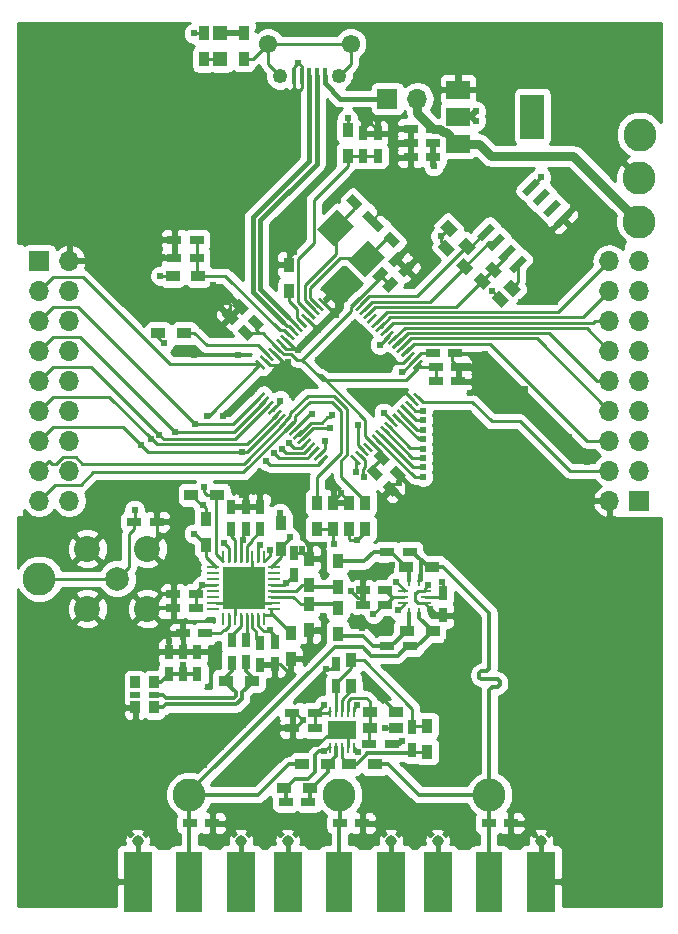
<source format=gtl>
%TF.GenerationSoftware,KiCad,Pcbnew,4.0.6*%
%TF.CreationDate,2017-05-01T22:06:23-07:00*%
%TF.ProjectId,rev3,726576332E6B696361645F7063620000,rev?*%
%TF.FileFunction,Copper,L1,Top,Signal*%
%FSLAX46Y46*%
G04 Gerber Fmt 4.6, Leading zero omitted, Abs format (unit mm)*
G04 Created by KiCad (PCBNEW 4.0.6) date 05/01/17 22:06:23*
%MOMM*%
%LPD*%
G01*
G04 APERTURE LIST*
%ADD10C,0.100000*%
%ADD11C,0.609600*%
%ADD12C,7.000000*%
%ADD13C,0.600000*%
%ADD14R,1.200000X1.200000*%
%ADD15R,1.700000X1.700000*%
%ADD16O,1.700000X1.700000*%
%ADD17C,2.800000*%
%ADD18R,2.000000X3.800000*%
%ADD19R,2.000000X1.500000*%
%ADD20R,1.200000X0.750000*%
%ADD21R,0.750000X1.200000*%
%ADD22C,2.200000*%
%ADD23C,2.000000*%
%ADD24R,2.290000X5.080000*%
%ADD25R,2.420000X5.080000*%
%ADD26C,0.970000*%
%ADD27R,0.460000X0.890000*%
%ADD28R,0.900000X1.200000*%
%ADD29R,1.200000X0.900000*%
%ADD30R,0.250000X0.900000*%
%ADD31R,0.250000X1.050000*%
%ADD32R,0.950000X0.250000*%
%ADD33R,0.850000X1.000000*%
%ADD34R,0.850000X0.600000*%
%ADD35R,0.400000X1.350000*%
%ADD36C,1.250000*%
%ADD37C,1.550000*%
%ADD38R,2.380000X1.650000*%
%ADD39R,1.000000X0.250000*%
%ADD40R,0.250000X1.000000*%
%ADD41R,3.600000X3.600000*%
%ADD42C,0.254000*%
%ADD43C,0.508000*%
%ADD44C,0.361950*%
%ADD45C,0.381000*%
%ADD46C,0.434340*%
%ADD47C,0.762000*%
%ADD48C,0.457200*%
%ADD49C,0.177800*%
%ADD50C,0.342900*%
G04 APERTURE END LIST*
D10*
D11*
X156210000Y-103124000D03*
X143510000Y-103124000D03*
D12*
X127000000Y-104140000D03*
D13*
X129625000Y-104140000D03*
X128856155Y-105996155D03*
X127000000Y-106765000D03*
X125143845Y-105996155D03*
X124375000Y-104140000D03*
X125143845Y-102283845D03*
X127000000Y-101515000D03*
X128856155Y-102283845D03*
D12*
X172720000Y-104140000D03*
D13*
X175345000Y-104140000D03*
X174576155Y-105996155D03*
X172720000Y-106765000D03*
X170863845Y-105996155D03*
X170095000Y-104140000D03*
X170863845Y-102283845D03*
X172720000Y-101515000D03*
X174576155Y-102283845D03*
D12*
X172720000Y-38100000D03*
D13*
X175345000Y-38100000D03*
X174576155Y-39956155D03*
X172720000Y-40725000D03*
X170863845Y-39956155D03*
X170095000Y-38100000D03*
X170863845Y-36243845D03*
X172720000Y-35475000D03*
X174576155Y-36243845D03*
D14*
X139790000Y-36765000D03*
X139790000Y-34565000D03*
D15*
X124460000Y-53848000D03*
D16*
X127000000Y-53848000D03*
X124460000Y-56388000D03*
X127000000Y-56388000D03*
X124460000Y-58928000D03*
X127000000Y-58928000D03*
X124460000Y-61468000D03*
X127000000Y-61468000D03*
X124460000Y-64008000D03*
X127000000Y-64008000D03*
X124460000Y-66548000D03*
X127000000Y-66548000D03*
X124460000Y-69088000D03*
X127000000Y-69088000D03*
X124460000Y-71628000D03*
X127000000Y-71628000D03*
X124460000Y-74168000D03*
X127000000Y-74168000D03*
D17*
X175260000Y-50546000D03*
X175298100Y-43180000D03*
X175260000Y-46863000D03*
D18*
X166218000Y-41656000D03*
D19*
X159918000Y-41656000D03*
X159918000Y-43956000D03*
X159918000Y-39356000D03*
D10*
G36*
X161927897Y-52162290D02*
X161503633Y-51738026D01*
X162599649Y-50642010D01*
X163023913Y-51066274D01*
X161927897Y-52162290D01*
X161927897Y-52162290D01*
G37*
G36*
X162825923Y-53060316D02*
X162401659Y-52636052D01*
X163497675Y-51540036D01*
X163921939Y-51964300D01*
X162825923Y-53060316D01*
X162825923Y-53060316D01*
G37*
G36*
X163723948Y-53958341D02*
X163299684Y-53534077D01*
X164395700Y-52438061D01*
X164819964Y-52862325D01*
X163723948Y-53958341D01*
X163723948Y-53958341D01*
G37*
G36*
X164621974Y-54856367D02*
X164197710Y-54432103D01*
X165293726Y-53336087D01*
X165717990Y-53760351D01*
X164621974Y-54856367D01*
X164621974Y-54856367D01*
G37*
G36*
X168440351Y-51037990D02*
X168016087Y-50613726D01*
X169112103Y-49517710D01*
X169536367Y-49941974D01*
X168440351Y-51037990D01*
X168440351Y-51037990D01*
G37*
G36*
X167542325Y-50139964D02*
X167118061Y-49715700D01*
X168214077Y-48619684D01*
X168638341Y-49043948D01*
X167542325Y-50139964D01*
X167542325Y-50139964D01*
G37*
G36*
X166644300Y-49241939D02*
X166220036Y-48817675D01*
X167316052Y-47721659D01*
X167740316Y-48145923D01*
X166644300Y-49241939D01*
X166644300Y-49241939D01*
G37*
G36*
X165746274Y-48343913D02*
X165322010Y-47919649D01*
X166418026Y-46823633D01*
X166842290Y-47247897D01*
X165746274Y-48343913D01*
X165746274Y-48343913D01*
G37*
G36*
X148039200Y-57060676D02*
X148215977Y-56883899D01*
X148923084Y-57591006D01*
X148746307Y-57767783D01*
X148039200Y-57060676D01*
X148039200Y-57060676D01*
G37*
G36*
X147685646Y-57414229D02*
X147862423Y-57237452D01*
X148569530Y-57944559D01*
X148392753Y-58121336D01*
X147685646Y-57414229D01*
X147685646Y-57414229D01*
G37*
G36*
X147332093Y-57767783D02*
X147508870Y-57591006D01*
X148215977Y-58298113D01*
X148039200Y-58474890D01*
X147332093Y-57767783D01*
X147332093Y-57767783D01*
G37*
G36*
X146978540Y-58121336D02*
X147155317Y-57944559D01*
X147862424Y-58651666D01*
X147685647Y-58828443D01*
X146978540Y-58121336D01*
X146978540Y-58121336D01*
G37*
G36*
X146624986Y-58474889D02*
X146801763Y-58298112D01*
X147508870Y-59005219D01*
X147332093Y-59181996D01*
X146624986Y-58474889D01*
X146624986Y-58474889D01*
G37*
G36*
X146271433Y-58828443D02*
X146448210Y-58651666D01*
X147155317Y-59358773D01*
X146978540Y-59535550D01*
X146271433Y-58828443D01*
X146271433Y-58828443D01*
G37*
G36*
X145917879Y-59181996D02*
X146094656Y-59005219D01*
X146801763Y-59712326D01*
X146624986Y-59889103D01*
X145917879Y-59181996D01*
X145917879Y-59181996D01*
G37*
G36*
X145564326Y-59535550D02*
X145741103Y-59358773D01*
X146448210Y-60065880D01*
X146271433Y-60242657D01*
X145564326Y-59535550D01*
X145564326Y-59535550D01*
G37*
G36*
X145210773Y-59889103D02*
X145387550Y-59712326D01*
X146094657Y-60419433D01*
X145917880Y-60596210D01*
X145210773Y-59889103D01*
X145210773Y-59889103D01*
G37*
G36*
X144857219Y-60242656D02*
X145033996Y-60065879D01*
X145741103Y-60772986D01*
X145564326Y-60949763D01*
X144857219Y-60242656D01*
X144857219Y-60242656D01*
G37*
G36*
X144503666Y-60596210D02*
X144680443Y-60419433D01*
X145387550Y-61126540D01*
X145210773Y-61303317D01*
X144503666Y-60596210D01*
X144503666Y-60596210D01*
G37*
G36*
X144150112Y-60949763D02*
X144326889Y-60772986D01*
X145033996Y-61480093D01*
X144857219Y-61656870D01*
X144150112Y-60949763D01*
X144150112Y-60949763D01*
G37*
G36*
X143796559Y-61303317D02*
X143973336Y-61126540D01*
X144680443Y-61833647D01*
X144503666Y-62010424D01*
X143796559Y-61303317D01*
X143796559Y-61303317D01*
G37*
G36*
X143443006Y-61656870D02*
X143619783Y-61480093D01*
X144326890Y-62187200D01*
X144150113Y-62363977D01*
X143443006Y-61656870D01*
X143443006Y-61656870D01*
G37*
G36*
X143089452Y-62010423D02*
X143266229Y-61833646D01*
X143973336Y-62540753D01*
X143796559Y-62717530D01*
X143089452Y-62010423D01*
X143089452Y-62010423D01*
G37*
G36*
X142735899Y-62363977D02*
X142912676Y-62187200D01*
X143619783Y-62894307D01*
X143443006Y-63071084D01*
X142735899Y-62363977D01*
X142735899Y-62363977D01*
G37*
G36*
X142912676Y-65828800D02*
X142735899Y-65652023D01*
X143443006Y-64944916D01*
X143619783Y-65121693D01*
X142912676Y-65828800D01*
X142912676Y-65828800D01*
G37*
G36*
X143266229Y-66182354D02*
X143089452Y-66005577D01*
X143796559Y-65298470D01*
X143973336Y-65475247D01*
X143266229Y-66182354D01*
X143266229Y-66182354D01*
G37*
G36*
X143619783Y-66535907D02*
X143443006Y-66359130D01*
X144150113Y-65652023D01*
X144326890Y-65828800D01*
X143619783Y-66535907D01*
X143619783Y-66535907D01*
G37*
G36*
X143973336Y-66889460D02*
X143796559Y-66712683D01*
X144503666Y-66005576D01*
X144680443Y-66182353D01*
X143973336Y-66889460D01*
X143973336Y-66889460D01*
G37*
G36*
X144326889Y-67243014D02*
X144150112Y-67066237D01*
X144857219Y-66359130D01*
X145033996Y-66535907D01*
X144326889Y-67243014D01*
X144326889Y-67243014D01*
G37*
G36*
X144680443Y-67596567D02*
X144503666Y-67419790D01*
X145210773Y-66712683D01*
X145387550Y-66889460D01*
X144680443Y-67596567D01*
X144680443Y-67596567D01*
G37*
G36*
X145033996Y-67950121D02*
X144857219Y-67773344D01*
X145564326Y-67066237D01*
X145741103Y-67243014D01*
X145033996Y-67950121D01*
X145033996Y-67950121D01*
G37*
G36*
X145387550Y-68303674D02*
X145210773Y-68126897D01*
X145917880Y-67419790D01*
X146094657Y-67596567D01*
X145387550Y-68303674D01*
X145387550Y-68303674D01*
G37*
G36*
X145741103Y-68657227D02*
X145564326Y-68480450D01*
X146271433Y-67773343D01*
X146448210Y-67950120D01*
X145741103Y-68657227D01*
X145741103Y-68657227D01*
G37*
G36*
X146094656Y-69010781D02*
X145917879Y-68834004D01*
X146624986Y-68126897D01*
X146801763Y-68303674D01*
X146094656Y-69010781D01*
X146094656Y-69010781D01*
G37*
G36*
X146448210Y-69364334D02*
X146271433Y-69187557D01*
X146978540Y-68480450D01*
X147155317Y-68657227D01*
X146448210Y-69364334D01*
X146448210Y-69364334D01*
G37*
G36*
X146801763Y-69717888D02*
X146624986Y-69541111D01*
X147332093Y-68834004D01*
X147508870Y-69010781D01*
X146801763Y-69717888D01*
X146801763Y-69717888D01*
G37*
G36*
X147155317Y-70071441D02*
X146978540Y-69894664D01*
X147685647Y-69187557D01*
X147862424Y-69364334D01*
X147155317Y-70071441D01*
X147155317Y-70071441D01*
G37*
G36*
X147508870Y-70424994D02*
X147332093Y-70248217D01*
X148039200Y-69541110D01*
X148215977Y-69717887D01*
X147508870Y-70424994D01*
X147508870Y-70424994D01*
G37*
G36*
X147862423Y-70778548D02*
X147685646Y-70601771D01*
X148392753Y-69894664D01*
X148569530Y-70071441D01*
X147862423Y-70778548D01*
X147862423Y-70778548D01*
G37*
G36*
X148215977Y-71132101D02*
X148039200Y-70955324D01*
X148746307Y-70248217D01*
X148923084Y-70424994D01*
X148215977Y-71132101D01*
X148215977Y-71132101D01*
G37*
G36*
X150796916Y-70424994D02*
X150973693Y-70248217D01*
X151680800Y-70955324D01*
X151504023Y-71132101D01*
X150796916Y-70424994D01*
X150796916Y-70424994D01*
G37*
G36*
X151150470Y-70071441D02*
X151327247Y-69894664D01*
X152034354Y-70601771D01*
X151857577Y-70778548D01*
X151150470Y-70071441D01*
X151150470Y-70071441D01*
G37*
G36*
X151504023Y-69717887D02*
X151680800Y-69541110D01*
X152387907Y-70248217D01*
X152211130Y-70424994D01*
X151504023Y-69717887D01*
X151504023Y-69717887D01*
G37*
G36*
X151857576Y-69364334D02*
X152034353Y-69187557D01*
X152741460Y-69894664D01*
X152564683Y-70071441D01*
X151857576Y-69364334D01*
X151857576Y-69364334D01*
G37*
G36*
X152211130Y-69010781D02*
X152387907Y-68834004D01*
X153095014Y-69541111D01*
X152918237Y-69717888D01*
X152211130Y-69010781D01*
X152211130Y-69010781D01*
G37*
G36*
X152564683Y-68657227D02*
X152741460Y-68480450D01*
X153448567Y-69187557D01*
X153271790Y-69364334D01*
X152564683Y-68657227D01*
X152564683Y-68657227D01*
G37*
G36*
X152918237Y-68303674D02*
X153095014Y-68126897D01*
X153802121Y-68834004D01*
X153625344Y-69010781D01*
X152918237Y-68303674D01*
X152918237Y-68303674D01*
G37*
G36*
X153271790Y-67950120D02*
X153448567Y-67773343D01*
X154155674Y-68480450D01*
X153978897Y-68657227D01*
X153271790Y-67950120D01*
X153271790Y-67950120D01*
G37*
G36*
X153625343Y-67596567D02*
X153802120Y-67419790D01*
X154509227Y-68126897D01*
X154332450Y-68303674D01*
X153625343Y-67596567D01*
X153625343Y-67596567D01*
G37*
G36*
X153978897Y-67243014D02*
X154155674Y-67066237D01*
X154862781Y-67773344D01*
X154686004Y-67950121D01*
X153978897Y-67243014D01*
X153978897Y-67243014D01*
G37*
G36*
X154332450Y-66889460D02*
X154509227Y-66712683D01*
X155216334Y-67419790D01*
X155039557Y-67596567D01*
X154332450Y-66889460D01*
X154332450Y-66889460D01*
G37*
G36*
X154686004Y-66535907D02*
X154862781Y-66359130D01*
X155569888Y-67066237D01*
X155393111Y-67243014D01*
X154686004Y-66535907D01*
X154686004Y-66535907D01*
G37*
G36*
X155039557Y-66182353D02*
X155216334Y-66005576D01*
X155923441Y-66712683D01*
X155746664Y-66889460D01*
X155039557Y-66182353D01*
X155039557Y-66182353D01*
G37*
G36*
X155393110Y-65828800D02*
X155569887Y-65652023D01*
X156276994Y-66359130D01*
X156100217Y-66535907D01*
X155393110Y-65828800D01*
X155393110Y-65828800D01*
G37*
G36*
X155746664Y-65475247D02*
X155923441Y-65298470D01*
X156630548Y-66005577D01*
X156453771Y-66182354D01*
X155746664Y-65475247D01*
X155746664Y-65475247D01*
G37*
G36*
X156100217Y-65121693D02*
X156276994Y-64944916D01*
X156984101Y-65652023D01*
X156807324Y-65828800D01*
X156100217Y-65121693D01*
X156100217Y-65121693D01*
G37*
G36*
X156276994Y-63071084D02*
X156100217Y-62894307D01*
X156807324Y-62187200D01*
X156984101Y-62363977D01*
X156276994Y-63071084D01*
X156276994Y-63071084D01*
G37*
G36*
X155923441Y-62717530D02*
X155746664Y-62540753D01*
X156453771Y-61833646D01*
X156630548Y-62010423D01*
X155923441Y-62717530D01*
X155923441Y-62717530D01*
G37*
G36*
X155569887Y-62363977D02*
X155393110Y-62187200D01*
X156100217Y-61480093D01*
X156276994Y-61656870D01*
X155569887Y-62363977D01*
X155569887Y-62363977D01*
G37*
G36*
X155216334Y-62010424D02*
X155039557Y-61833647D01*
X155746664Y-61126540D01*
X155923441Y-61303317D01*
X155216334Y-62010424D01*
X155216334Y-62010424D01*
G37*
G36*
X154862781Y-61656870D02*
X154686004Y-61480093D01*
X155393111Y-60772986D01*
X155569888Y-60949763D01*
X154862781Y-61656870D01*
X154862781Y-61656870D01*
G37*
G36*
X154509227Y-61303317D02*
X154332450Y-61126540D01*
X155039557Y-60419433D01*
X155216334Y-60596210D01*
X154509227Y-61303317D01*
X154509227Y-61303317D01*
G37*
G36*
X154155674Y-60949763D02*
X153978897Y-60772986D01*
X154686004Y-60065879D01*
X154862781Y-60242656D01*
X154155674Y-60949763D01*
X154155674Y-60949763D01*
G37*
G36*
X153802120Y-60596210D02*
X153625343Y-60419433D01*
X154332450Y-59712326D01*
X154509227Y-59889103D01*
X153802120Y-60596210D01*
X153802120Y-60596210D01*
G37*
G36*
X153448567Y-60242657D02*
X153271790Y-60065880D01*
X153978897Y-59358773D01*
X154155674Y-59535550D01*
X153448567Y-60242657D01*
X153448567Y-60242657D01*
G37*
G36*
X153095014Y-59889103D02*
X152918237Y-59712326D01*
X153625344Y-59005219D01*
X153802121Y-59181996D01*
X153095014Y-59889103D01*
X153095014Y-59889103D01*
G37*
G36*
X152741460Y-59535550D02*
X152564683Y-59358773D01*
X153271790Y-58651666D01*
X153448567Y-58828443D01*
X152741460Y-59535550D01*
X152741460Y-59535550D01*
G37*
G36*
X152387907Y-59181996D02*
X152211130Y-59005219D01*
X152918237Y-58298112D01*
X153095014Y-58474889D01*
X152387907Y-59181996D01*
X152387907Y-59181996D01*
G37*
G36*
X152034353Y-58828443D02*
X151857576Y-58651666D01*
X152564683Y-57944559D01*
X152741460Y-58121336D01*
X152034353Y-58828443D01*
X152034353Y-58828443D01*
G37*
G36*
X151680800Y-58474890D02*
X151504023Y-58298113D01*
X152211130Y-57591006D01*
X152387907Y-57767783D01*
X151680800Y-58474890D01*
X151680800Y-58474890D01*
G37*
G36*
X151327247Y-58121336D02*
X151150470Y-57944559D01*
X151857577Y-57237452D01*
X152034354Y-57414229D01*
X151327247Y-58121336D01*
X151327247Y-58121336D01*
G37*
G36*
X150973693Y-57767783D02*
X150796916Y-57591006D01*
X151504023Y-56883899D01*
X151680800Y-57060676D01*
X150973693Y-57767783D01*
X150973693Y-57767783D01*
G37*
G36*
X148012217Y-51157273D02*
X149709273Y-49460217D01*
X151123487Y-50874431D01*
X149426431Y-52571487D01*
X148012217Y-51157273D01*
X148012217Y-51157273D01*
G37*
G36*
X150628513Y-53773569D02*
X152325569Y-52076513D01*
X153739783Y-53490727D01*
X152042727Y-55187783D01*
X150628513Y-53773569D01*
X150628513Y-53773569D01*
G37*
D20*
X157805000Y-42672000D03*
X155905000Y-42672000D03*
X157805000Y-45085000D03*
X155905000Y-45085000D03*
D21*
X153098500Y-44952000D03*
X153098500Y-43052000D03*
X151892000Y-44952000D03*
X151892000Y-43052000D03*
D20*
X137790000Y-52058000D03*
X135890000Y-52058000D03*
X137790000Y-53582000D03*
X135890000Y-53582000D03*
X158020168Y-62860343D03*
X159920168Y-62860343D03*
X158020168Y-64062425D03*
X159920168Y-64062425D03*
D10*
G36*
X143519889Y-59230918D02*
X142989559Y-59761248D01*
X142141031Y-58912720D01*
X142671361Y-58382390D01*
X143519889Y-59230918D01*
X143519889Y-59230918D01*
G37*
G36*
X142176387Y-57887416D02*
X141646057Y-58417746D01*
X140797529Y-57569218D01*
X141327859Y-57038888D01*
X142176387Y-57887416D01*
X142176387Y-57887416D01*
G37*
G36*
X142671361Y-60079446D02*
X142141031Y-60609776D01*
X141292503Y-59761248D01*
X141822833Y-59230918D01*
X142671361Y-60079446D01*
X142671361Y-60079446D01*
G37*
G36*
X141327859Y-58735944D02*
X140797529Y-59266274D01*
X139949001Y-58417746D01*
X140479331Y-57887416D01*
X141327859Y-58735944D01*
X141327859Y-58735944D01*
G37*
G36*
X152181820Y-71622650D02*
X152712150Y-71092320D01*
X153560678Y-71940848D01*
X153030348Y-72471178D01*
X152181820Y-71622650D01*
X152181820Y-71622650D01*
G37*
G36*
X153525322Y-72966152D02*
X154055652Y-72435822D01*
X154904180Y-73284350D01*
X154373850Y-73814680D01*
X153525322Y-72966152D01*
X153525322Y-72966152D01*
G37*
G36*
X152816820Y-70352650D02*
X153347150Y-69822320D01*
X154195678Y-70670848D01*
X153665348Y-71201178D01*
X152816820Y-70352650D01*
X152816820Y-70352650D01*
G37*
G36*
X154160322Y-71696152D02*
X154690652Y-71165822D01*
X155539180Y-72014350D01*
X155008850Y-72544680D01*
X154160322Y-71696152D01*
X154160322Y-71696152D01*
G37*
G36*
X153997498Y-56557978D02*
X153467168Y-56027648D01*
X154315696Y-55179120D01*
X154846026Y-55709450D01*
X153997498Y-56557978D01*
X153997498Y-56557978D01*
G37*
G36*
X155341000Y-55214476D02*
X154810670Y-54684146D01*
X155659198Y-53835618D01*
X156189528Y-54365948D01*
X155341000Y-55214476D01*
X155341000Y-55214476D01*
G37*
G36*
X153148970Y-55709449D02*
X152618640Y-55179119D01*
X153467168Y-54330591D01*
X153997498Y-54860921D01*
X153148970Y-55709449D01*
X153148970Y-55709449D01*
G37*
G36*
X154492472Y-54365947D02*
X153962142Y-53835617D01*
X154810670Y-52987089D01*
X155341000Y-53517419D01*
X154492472Y-54365947D01*
X154492472Y-54365947D01*
G37*
D20*
X157800000Y-61658500D03*
X159700000Y-61658500D03*
D10*
G36*
X150454620Y-48724550D02*
X150984950Y-48194220D01*
X151833478Y-49042748D01*
X151303148Y-49573078D01*
X150454620Y-48724550D01*
X150454620Y-48724550D01*
G37*
G36*
X151798122Y-50068052D02*
X152328452Y-49537722D01*
X153176980Y-50386250D01*
X152646650Y-50916580D01*
X151798122Y-50068052D01*
X151798122Y-50068052D01*
G37*
G36*
X155005780Y-52215050D02*
X154475450Y-52745380D01*
X153626922Y-51896852D01*
X154157252Y-51366522D01*
X155005780Y-52215050D01*
X155005780Y-52215050D01*
G37*
G36*
X153662278Y-50871548D02*
X153131948Y-51401878D01*
X152283420Y-50553350D01*
X152813750Y-50023020D01*
X153662278Y-50871548D01*
X153662278Y-50871548D01*
G37*
D20*
X134385000Y-75940000D03*
X132485000Y-75940000D03*
X164399000Y-101473000D03*
X162499000Y-101473000D03*
X139126000Y-101473000D03*
X137226000Y-101473000D03*
X151826000Y-101473000D03*
X149926000Y-101473000D03*
X153760982Y-82954032D03*
X151860982Y-82954032D03*
X153760982Y-81754032D03*
X151860982Y-81754032D03*
X136591000Y-85407500D03*
X138491000Y-85407500D03*
D21*
X158623000Y-81981000D03*
X158623000Y-83881000D03*
D20*
X155811982Y-86494032D03*
X153911982Y-86494032D03*
X147220289Y-99646117D03*
X145320289Y-99646117D03*
X147795711Y-92123883D03*
X145895711Y-92123883D03*
X147795711Y-93393883D03*
X145895711Y-93393883D03*
D21*
X141956503Y-85962115D03*
X141956503Y-87862115D03*
X156049289Y-93362117D03*
X156049289Y-95262117D03*
D20*
X155811982Y-78492032D03*
X153911982Y-78492032D03*
D21*
X140754422Y-85964591D03*
X140754422Y-87864591D03*
D20*
X135817000Y-83289000D03*
X137717000Y-83289000D03*
X135817000Y-82089000D03*
X137717000Y-82089000D03*
D21*
X146022000Y-78574000D03*
X146022000Y-80474000D03*
X144399000Y-86108500D03*
X144399000Y-88008500D03*
X141927000Y-76578500D03*
X141927000Y-74678500D03*
X143182000Y-86172000D03*
X143182000Y-88072000D03*
X140716000Y-76578500D03*
X140716000Y-74678500D03*
X143129000Y-76578500D03*
X143129000Y-74678500D03*
X136653000Y-88872000D03*
X136653000Y-86972000D03*
X137853000Y-88872000D03*
X137853000Y-86972000D03*
X135453000Y-88872000D03*
X135453000Y-86972000D03*
D22*
X128524000Y-83312000D03*
X128524000Y-78232000D03*
X133604000Y-78232000D03*
X133604000Y-83312000D03*
D23*
X131064000Y-80772000D03*
D24*
X162560000Y-106426000D03*
D25*
X158180000Y-106426000D03*
X166940000Y-106426000D03*
D26*
X158180000Y-102986000D03*
X166940000Y-102986000D03*
D27*
X158180000Y-103436000D03*
X166940000Y-103436000D03*
D15*
X175260000Y-74168000D03*
D16*
X172720000Y-74168000D03*
X175260000Y-71628000D03*
X172720000Y-71628000D03*
X175260000Y-69088000D03*
X172720000Y-69088000D03*
X175260000Y-66548000D03*
X172720000Y-66548000D03*
X175260000Y-64008000D03*
X172720000Y-64008000D03*
X175260000Y-61468000D03*
X172720000Y-61468000D03*
X175260000Y-58928000D03*
X172720000Y-58928000D03*
X175260000Y-56388000D03*
X172720000Y-56388000D03*
X175260000Y-53848000D03*
X172720000Y-53848000D03*
D24*
X137160000Y-106426000D03*
D25*
X132780000Y-106426000D03*
X141540000Y-106426000D03*
D26*
X132780000Y-102986000D03*
X141540000Y-102986000D03*
D27*
X132780000Y-103436000D03*
X141540000Y-103436000D03*
D24*
X149860000Y-106426000D03*
D25*
X145480000Y-106426000D03*
X154240000Y-106426000D03*
D26*
X145480000Y-102986000D03*
X154240000Y-102986000D03*
D27*
X145480000Y-103436000D03*
X154240000Y-103436000D03*
D15*
X153924000Y-40132000D03*
D16*
X156464000Y-40132000D03*
D28*
X150580000Y-42775000D03*
X150580000Y-44975000D03*
D29*
X135740000Y-55106000D03*
X137940000Y-55106000D03*
D28*
X147944658Y-76522802D03*
X147944658Y-74322802D03*
X152048358Y-74322802D03*
X152048358Y-76522802D03*
X141770000Y-34545000D03*
X141770000Y-36745000D03*
X138402000Y-34589000D03*
X138402000Y-36789000D03*
D10*
G36*
X164270279Y-57208883D02*
X163633883Y-57845279D01*
X162785355Y-56996751D01*
X163421751Y-56360355D01*
X164270279Y-57208883D01*
X164270279Y-57208883D01*
G37*
G36*
X162714645Y-55653249D02*
X162078249Y-56289645D01*
X161229721Y-55441117D01*
X161866117Y-54804721D01*
X162714645Y-55653249D01*
X162714645Y-55653249D01*
G37*
G36*
X158199721Y-52676117D02*
X158836117Y-52039721D01*
X159684645Y-52888249D01*
X159048249Y-53524645D01*
X158199721Y-52676117D01*
X158199721Y-52676117D01*
G37*
G36*
X159755355Y-54231751D02*
X160391751Y-53595355D01*
X161240279Y-54443883D01*
X160603883Y-55080279D01*
X159755355Y-54231751D01*
X159755355Y-54231751D01*
G37*
G36*
X158389721Y-50951117D02*
X159026117Y-50314721D01*
X159874645Y-51163249D01*
X159238249Y-51799645D01*
X158389721Y-50951117D01*
X158389721Y-50951117D01*
G37*
G36*
X159945355Y-52506751D02*
X160581751Y-51870355D01*
X161430279Y-52718883D01*
X160793883Y-53355279D01*
X159945355Y-52506751D01*
X159945355Y-52506751D01*
G37*
G36*
X162189721Y-54481117D02*
X162826117Y-53844721D01*
X163674645Y-54693249D01*
X163038249Y-55329645D01*
X162189721Y-54481117D01*
X162189721Y-54481117D01*
G37*
G36*
X163745355Y-56036751D02*
X164381751Y-55400355D01*
X165230279Y-56248883D01*
X164593883Y-56885279D01*
X163745355Y-56036751D01*
X163745355Y-56036751D01*
G37*
D29*
X134540000Y-59995000D03*
X136740000Y-59995000D03*
D28*
X145605000Y-54185000D03*
X145605000Y-56385000D03*
X145752000Y-87564000D03*
X145752000Y-85364000D03*
D29*
X155552982Y-85209032D03*
X157752982Y-85209032D03*
X137330000Y-73660000D03*
X139530000Y-73660000D03*
X145170289Y-98526474D03*
X147370289Y-98526474D03*
D28*
X149733000Y-83228000D03*
X149733000Y-85428000D03*
X138557000Y-75674000D03*
X138557000Y-77874000D03*
X144907000Y-76052500D03*
X144907000Y-78252500D03*
D29*
X146728000Y-96493144D03*
X148928000Y-96493144D03*
D28*
X147315400Y-79064390D03*
X147315400Y-81264390D03*
X147315400Y-85139390D03*
X147315400Y-82939390D03*
D29*
X152865000Y-96493144D03*
X150665000Y-96493144D03*
D28*
X149733000Y-81491000D03*
X149733000Y-79291000D03*
X157319289Y-95412117D03*
X157319289Y-93212117D03*
D29*
X142451000Y-89408000D03*
X140251000Y-89408000D03*
D28*
X149341658Y-76522802D03*
X149341658Y-74322802D03*
D29*
X154624786Y-93416294D03*
X152424786Y-93416294D03*
X155539982Y-79762032D03*
X157739982Y-79762032D03*
X152424786Y-92019294D03*
X154624786Y-92019294D03*
D28*
X150693358Y-76526302D03*
X150693358Y-74326302D03*
D17*
X124460000Y-80772000D03*
X162560000Y-99060000D03*
X137160000Y-99060000D03*
X149860000Y-99060000D03*
D30*
X156281382Y-82319422D03*
D31*
X156631382Y-80894422D03*
X155781382Y-80894422D03*
X156631382Y-83744422D03*
X155781382Y-83744422D03*
D32*
X157181382Y-81819422D03*
X157181382Y-82319422D03*
X157181382Y-82819422D03*
X155231382Y-81819422D03*
X155231382Y-82319422D03*
X155231382Y-82819422D03*
D12*
X127000000Y-38100000D03*
D13*
X129625000Y-38100000D03*
X128856155Y-39956155D03*
X127000000Y-40725000D03*
X125143845Y-39956155D03*
X124375000Y-38100000D03*
X125143845Y-36243845D03*
X127000000Y-35475000D03*
X128856155Y-36243845D03*
D33*
X132583000Y-89557000D03*
X132583000Y-91657000D03*
X134183000Y-89557000D03*
X134183000Y-91657000D03*
D34*
X132583000Y-90607000D03*
X134183000Y-90607000D03*
D21*
X149606000Y-89850000D03*
X149606000Y-87950000D03*
D20*
X152400000Y-94742000D03*
X154300000Y-94742000D03*
D28*
X150876000Y-89873000D03*
X150876000Y-87673000D03*
D20*
X157810000Y-43905000D03*
X155910000Y-43905000D03*
D35*
X148620000Y-38180000D03*
X147970000Y-38180000D03*
X147320000Y-38180000D03*
X146670000Y-38180000D03*
X146020000Y-38180000D03*
D36*
X149820000Y-38180000D03*
X144820000Y-38180000D03*
D37*
X150820000Y-35480000D03*
X143820000Y-35480000D03*
D11*
X169926000Y-84328000D03*
X147066000Y-90932000D03*
X139954000Y-97790000D03*
X142240000Y-95631000D03*
X144526000Y-93472000D03*
X142748000Y-97790000D03*
X144526000Y-95885000D03*
X147066000Y-94869000D03*
X153924000Y-85217000D03*
X151765000Y-84963000D03*
X151003000Y-80391000D03*
X154305000Y-79629000D03*
X134239000Y-88138000D03*
X132588000Y-88138000D03*
X131318000Y-89535000D03*
X131318000Y-91694000D03*
X132588000Y-93091000D03*
X139700000Y-100076000D03*
X141795500Y-100076000D03*
X143891000Y-100076000D03*
X145986500Y-100838000D03*
X148082000Y-100838000D03*
X160782000Y-89471500D03*
X159004000Y-86106000D03*
X159893000Y-82550000D03*
X161036000Y-86918800D03*
X161036000Y-84328000D03*
X152019000Y-89281000D03*
X153162000Y-90551000D03*
X155638500Y-89852500D03*
X156591000Y-87757000D03*
X154178000Y-88265000D03*
X157099000Y-91440000D03*
X158496000Y-94234000D03*
X156337000Y-97282000D03*
X158686500Y-97282000D03*
X161036000Y-97282000D03*
X161036000Y-94691200D03*
X161036000Y-92100400D03*
X134239000Y-93091000D03*
X136017000Y-92392500D03*
X137985500Y-92392500D03*
X139827000Y-92392500D03*
X143764000Y-90551000D03*
X145732500Y-89027000D03*
X147129500Y-87693500D03*
X148488400Y-83921600D03*
X141668500Y-93154500D03*
X139827000Y-94996000D03*
X138366500Y-96520000D03*
X136017000Y-96837500D03*
X134747000Y-98298000D03*
X135064500Y-100076000D03*
X159829500Y-100139500D03*
X157384750Y-100139500D03*
X154940000Y-99123500D03*
X153289000Y-97790000D03*
X152082500Y-99250500D03*
X152971500Y-100520500D03*
X154749500Y-101663500D03*
X158813500Y-101663500D03*
X161099500Y-101663500D03*
X160337500Y-103251000D03*
X164592000Y-103314500D03*
X166243000Y-101473000D03*
X164973000Y-99060000D03*
X163830000Y-96139000D03*
X163830000Y-93586300D03*
X163830000Y-91033600D03*
X163830000Y-88480900D03*
X163830000Y-85928200D03*
X163830000Y-83375500D03*
X162179000Y-81534000D03*
X159956500Y-79311500D03*
X157734000Y-77978000D03*
X155384500Y-77216000D03*
X153416000Y-77279500D03*
X148463000Y-80391000D03*
X148526500Y-77914500D03*
X146621500Y-76517500D03*
X146748500Y-73215500D03*
X144462500Y-72771000D03*
X140716000Y-72707500D03*
X136080500Y-72644000D03*
X137160000Y-75057000D03*
X132334000Y-72707500D03*
X129286000Y-72898000D03*
X137668000Y-80137000D03*
X136715500Y-78041500D03*
X135128000Y-80454500D03*
X151955500Y-103251000D03*
X147701000Y-103251000D03*
X139319000Y-103251000D03*
X134937500Y-103124000D03*
X135699500Y-101663500D03*
X123190000Y-99060000D03*
X123190000Y-93980000D03*
X123190000Y-88900000D03*
X123126500Y-83820000D03*
X176530000Y-90170000D03*
X176530000Y-100330000D03*
X176530000Y-95250000D03*
X176530000Y-85090000D03*
X176530000Y-80010000D03*
X170815000Y-70929500D03*
X169291000Y-68770500D03*
X165544500Y-64706500D03*
X162179000Y-61722000D03*
X160909000Y-65024000D03*
X165227000Y-57340500D03*
X168084500Y-57340500D03*
X166497000Y-54165500D03*
X170751500Y-54546500D03*
X153543000Y-74485500D03*
X156972000Y-73279000D03*
X160845500Y-71310500D03*
X163385500Y-68643500D03*
X167640000Y-71501000D03*
X166878000Y-76835000D03*
X170434000Y-92837000D03*
X150939500Y-64897000D03*
X152527000Y-66357500D03*
X148082000Y-62230000D03*
X151130000Y-59182000D03*
X151193500Y-63055500D03*
X143637000Y-63944500D03*
X145859500Y-65214500D03*
X140017500Y-66992500D03*
X139319000Y-59944000D03*
X132842000Y-58229500D03*
X139192000Y-55943500D03*
X129730500Y-55245000D03*
X136017000Y-50609500D03*
X141605000Y-55181500D03*
X141224000Y-49593500D03*
X139319000Y-54165500D03*
X123063000Y-52133500D03*
X123190000Y-47625000D03*
X123126500Y-42545000D03*
X135826500Y-34290000D03*
X132016500Y-34290000D03*
X144462500Y-46228000D03*
X145923000Y-43307000D03*
X148653500Y-49276000D03*
X151447500Y-46418500D03*
X158051500Y-53784500D03*
X155892500Y-55880000D03*
X160845500Y-51054000D03*
X150177500Y-54927500D03*
X149860000Y-57150000D03*
X155384500Y-51244500D03*
X154178000Y-47561500D03*
X159702500Y-46101000D03*
X152273000Y-38735000D03*
X158178500Y-49530000D03*
X137096500Y-42354500D03*
X130175000Y-47307500D03*
X137541000Y-61849000D03*
X141287500Y-61849000D03*
X129159000Y-96774000D03*
X148971000Y-40957500D03*
X147891500Y-47244000D03*
X144970500Y-50927000D03*
X138747500Y-89916000D03*
X139573000Y-86423500D03*
X144272000Y-55499000D03*
X138938000Y-84264500D03*
X133096000Y-85750400D03*
X173355000Y-52070000D03*
X158242000Y-41148000D03*
X154178000Y-34290000D03*
X159385000Y-34290000D03*
X164465000Y-34290000D03*
X168910000Y-34290000D03*
X163322000Y-43434000D03*
X168275000Y-43561000D03*
X142557500Y-38735000D03*
D38*
X150113000Y-93555144D03*
D11*
X149324600Y-93131744D03*
X150113000Y-93131744D03*
X150901400Y-93131744D03*
X149324600Y-93978544D03*
X150113000Y-93978544D03*
X150901400Y-93978544D03*
D30*
X149113000Y-95080144D03*
X149613000Y-95080144D03*
X150113000Y-95080144D03*
X150613000Y-95080144D03*
X151113000Y-95080144D03*
X151113000Y-92030144D03*
X150613000Y-92030144D03*
X150113000Y-92030144D03*
X149613000Y-92030144D03*
X149113000Y-92030144D03*
D39*
X144358306Y-83294684D03*
D40*
X140008306Y-84164684D03*
D39*
X139158306Y-79814684D03*
D41*
X141758306Y-81564684D03*
D40*
X143508306Y-78964684D03*
X143008306Y-78964684D03*
X142508306Y-78964684D03*
X142008306Y-78964684D03*
X141508306Y-78964684D03*
X141008306Y-78964684D03*
X140508306Y-78964684D03*
X140008306Y-78964684D03*
D39*
X139158306Y-80314684D03*
X139158306Y-80814684D03*
X139158306Y-81314684D03*
X139158306Y-81814684D03*
X139158306Y-82314684D03*
X139158306Y-82814684D03*
X139158306Y-83314684D03*
D40*
X140508306Y-84164684D03*
X141008306Y-84164684D03*
X141508306Y-84164684D03*
X142008306Y-84164684D03*
X142508306Y-84164684D03*
X143008306Y-84164684D03*
X143508306Y-84164684D03*
D39*
X144358306Y-82794684D03*
X144358306Y-82294684D03*
X144358306Y-81794684D03*
X144358306Y-81294684D03*
X144358306Y-80794684D03*
X144358306Y-80294684D03*
X144358306Y-79794684D03*
D11*
X143035306Y-80291684D03*
X143035306Y-81141684D03*
X143035306Y-81991684D03*
X143035306Y-82841684D03*
X142185306Y-80291684D03*
X142185306Y-81141684D03*
X142185306Y-81991684D03*
X142185306Y-82841684D03*
X141335306Y-80291684D03*
X141335306Y-81141684D03*
X141335306Y-81991684D03*
X141335306Y-82841684D03*
X140485306Y-80291684D03*
X140485306Y-81141684D03*
X140485306Y-81991684D03*
X140485306Y-82841684D03*
X138303000Y-74549000D03*
X135001000Y-60833000D03*
X158559500Y-81026000D03*
X153733500Y-93408500D03*
X148590000Y-91440000D03*
X152754792Y-83727779D03*
X144018000Y-85090000D03*
X141698692Y-77453332D03*
X144879717Y-65686283D03*
X148653500Y-69088000D03*
X145351500Y-81144500D03*
X158432500Y-51752500D03*
X144847960Y-75179540D03*
X155130500Y-63246000D03*
X134683500Y-55118000D03*
X138239500Y-81343500D03*
X153626946Y-66711752D03*
X162814000Y-56388000D03*
X153289000Y-60960000D03*
X166941500Y-46736000D03*
X157861000Y-45847000D03*
X161417000Y-42037000D03*
X161417000Y-41148000D03*
X137541000Y-34607500D03*
X150558500Y-41783000D03*
X136652000Y-88067458D03*
X149225004Y-66929000D03*
X149034484Y-68008500D03*
X145633858Y-69286885D03*
X144977944Y-69745094D03*
X144292729Y-70158203D03*
X143670419Y-70771728D03*
X151241999Y-71732760D03*
X151986381Y-72200255D03*
X156972000Y-72148721D03*
X156972000Y-71348618D03*
X156972000Y-70548515D03*
X156972000Y-69748412D03*
X156972000Y-68948309D03*
X156972000Y-68148206D03*
X156972000Y-67348103D03*
X156972000Y-66548000D03*
X150876000Y-81851556D03*
X155194000Y-94488000D03*
X149987000Y-73533000D03*
X146761755Y-92737644D03*
X148717000Y-88392000D03*
X141605000Y-73660000D03*
X147574000Y-66802000D03*
X146339547Y-61425879D03*
X140425790Y-57313210D03*
X145505790Y-62393210D03*
X148082000Y-85153500D03*
X146367500Y-37084000D03*
X146367500Y-39560500D03*
X155384500Y-64960500D03*
X154051000Y-62484000D03*
X149606000Y-58420000D03*
X148082000Y-59690000D03*
X134874000Y-53530500D03*
X151447500Y-67754500D03*
X157543500Y-83312000D03*
X154876500Y-72707500D03*
X160782000Y-62801500D03*
X169672000Y-49403000D03*
X155003500Y-43942000D03*
X140906500Y-34544000D03*
X152463500Y-42164000D03*
X146050000Y-53086000D03*
X146685000Y-78232000D03*
X135453000Y-86050000D03*
X157353000Y-81280000D03*
X153289000Y-49834800D03*
X141605000Y-70027800D03*
X145694400Y-77266800D03*
X132524500Y-74930000D03*
X133108734Y-69469000D03*
X148590000Y-95377000D03*
X138658600Y-67005200D03*
X143961698Y-78359000D03*
X137642600Y-67703647D03*
X143129000Y-77914500D03*
X135966200Y-68325957D03*
X140080984Y-77724000D03*
X138430000Y-73025000D03*
X134620000Y-68580000D03*
X137541000Y-76962000D03*
X133891614Y-68911084D03*
X151320500Y-91503516D03*
X149415500Y-77851000D03*
X151433329Y-95463604D03*
X151384012Y-77470000D03*
X154696457Y-81014641D03*
X154842246Y-83446115D03*
D42*
X151892000Y-44952000D02*
X150603000Y-44952000D01*
X150603000Y-44952000D02*
X150580000Y-44975000D01*
X153098500Y-44952000D02*
X151892000Y-44952000D01*
X147420482Y-58386501D02*
X146372501Y-57338520D01*
X147694707Y-48714293D02*
X150580000Y-45829000D01*
X146372501Y-57338520D02*
X146372501Y-53684505D01*
X146372501Y-53684505D02*
X147694707Y-52362299D01*
X147694707Y-52362299D02*
X147694707Y-48714293D01*
X150580000Y-45829000D02*
X150580000Y-44975000D01*
X137790000Y-53582000D02*
X137790000Y-54956000D01*
X137790000Y-54956000D02*
X137940000Y-55106000D01*
X137790000Y-52058000D02*
X137790000Y-53582000D01*
X144838369Y-59748369D02*
X140196000Y-55106000D01*
X140196000Y-55106000D02*
X137940000Y-55106000D01*
X145652715Y-60154268D02*
X145571414Y-60154268D01*
X145571414Y-60154268D02*
X145165515Y-59748369D01*
X145165515Y-59748369D02*
X144838369Y-59748369D01*
X137717000Y-82089000D02*
X137717000Y-83289000D01*
X138303000Y-74549000D02*
X138219000Y-74549000D01*
X138219000Y-74549000D02*
X137330000Y-73660000D01*
X138557000Y-75674000D02*
X138557000Y-74803000D01*
X138557000Y-74803000D02*
X138303000Y-74549000D01*
X141698692Y-77453332D02*
X141698692Y-76806808D01*
X141698692Y-76806808D02*
X141927000Y-76578500D01*
X134540000Y-59995000D02*
X134540000Y-60372000D01*
X134540000Y-60372000D02*
X135001000Y-60833000D01*
X158623000Y-81981000D02*
X158623000Y-81089500D01*
X158623000Y-81089500D02*
X158559500Y-81026000D01*
X154624786Y-93416294D02*
X153741294Y-93416294D01*
X153741294Y-93416294D02*
X153733500Y-93408500D01*
X147795711Y-92123883D02*
X147906117Y-92123883D01*
X147906117Y-92123883D02*
X148590000Y-91440000D01*
X147795711Y-92123883D02*
X148919261Y-92123883D01*
X148919261Y-92123883D02*
X149113000Y-91930144D01*
X147795711Y-93393883D02*
X147795711Y-92123883D01*
X158623000Y-81981000D02*
X158284578Y-82319422D01*
X158284578Y-82319422D02*
X157081382Y-82319422D01*
X153760982Y-82954032D02*
X153528539Y-82954032D01*
X153528539Y-82954032D02*
X152754792Y-83727779D01*
X155331382Y-82319422D02*
X154326372Y-82319422D01*
X154326372Y-82319422D02*
X153760982Y-81754032D01*
X155331382Y-82319422D02*
X154395592Y-82319422D01*
X154395592Y-82319422D02*
X153760982Y-82954032D01*
X153760982Y-82954032D02*
X153465381Y-82954032D01*
X144000000Y-85217000D02*
X144000000Y-85108000D01*
X144000000Y-85108000D02*
X144018000Y-85090000D01*
X141528812Y-77623212D02*
X141698692Y-77453332D01*
X141508306Y-79264684D02*
X141528812Y-79244178D01*
X141528812Y-79244178D02*
X141528812Y-77623212D01*
X144238501Y-66447518D02*
X144879717Y-65806302D01*
X144879717Y-65806302D02*
X144879717Y-65686283D01*
X148127588Y-70336606D02*
X148653500Y-69810694D01*
X148653500Y-69810694D02*
X148653500Y-69088000D01*
X145351500Y-81144500D02*
X146022000Y-80474000D01*
X145201316Y-81294684D02*
X145351500Y-81144500D01*
X158432500Y-52272500D02*
X158432500Y-51752500D01*
X158942183Y-52782183D02*
X158432500Y-52272500D01*
X159132183Y-51057183D02*
X158436866Y-51752500D01*
X158436866Y-51752500D02*
X158432500Y-51752500D01*
X144907000Y-75198500D02*
X144888040Y-75179540D01*
X144888040Y-75179540D02*
X144847960Y-75179540D01*
X144907000Y-76052500D02*
X144907000Y-75198500D01*
X155218194Y-63246000D02*
X155130500Y-63246000D01*
X156188606Y-62275588D02*
X155218194Y-63246000D01*
X135740000Y-55106000D02*
X134695500Y-55106000D01*
X134695500Y-55106000D02*
X134683500Y-55118000D01*
X139458306Y-81314684D02*
X138268316Y-81314684D01*
X138268316Y-81314684D02*
X138239500Y-81343500D01*
X137717000Y-82089000D02*
X137717000Y-81866000D01*
X137717000Y-81866000D02*
X138239500Y-81343500D01*
X154420839Y-67508179D02*
X154420839Y-67505645D01*
X154420839Y-67505645D02*
X153626946Y-66711752D01*
X163527817Y-57102817D02*
X163527817Y-57101817D01*
X163527817Y-57101817D02*
X162814000Y-56388000D01*
X156188606Y-62275588D02*
X156805694Y-61658500D01*
X156805694Y-61658500D02*
X157480000Y-61658500D01*
X154067285Y-60154268D02*
X154067285Y-60181715D01*
X154067285Y-60181715D02*
X153289000Y-60960000D01*
X166082150Y-47583773D02*
X166093727Y-47583773D01*
X166093727Y-47583773D02*
X166941500Y-46736000D01*
X159132183Y-52592183D02*
X158942183Y-52782183D01*
D43*
X157805000Y-45085000D02*
X157805000Y-45791000D01*
X157805000Y-45791000D02*
X157861000Y-45847000D01*
X157810000Y-43905000D02*
X157810000Y-45080000D01*
X157810000Y-45080000D02*
X157805000Y-45085000D01*
X159918000Y-41656000D02*
X161036000Y-41656000D01*
X161036000Y-41656000D02*
X161417000Y-42037000D01*
X159918000Y-41656000D02*
X160909000Y-41656000D01*
X160909000Y-41656000D02*
X161417000Y-41148000D01*
D42*
X138402000Y-34589000D02*
X137559500Y-34589000D01*
X137559500Y-34589000D02*
X137541000Y-34607500D01*
X150580000Y-42775000D02*
X150580000Y-41804500D01*
X150580000Y-41804500D02*
X150558500Y-41783000D01*
X144058306Y-81294684D02*
X145201316Y-81294684D01*
X143008306Y-83864684D02*
X143008306Y-84778806D01*
X143008306Y-84778806D02*
X143446500Y-85217000D01*
X143446500Y-85217000D02*
X144000000Y-85217000D01*
X144000000Y-85217000D02*
X144392000Y-85609000D01*
D44*
X136652000Y-88498510D02*
X136652000Y-88067458D01*
X136652000Y-88871000D02*
X136652000Y-88498510D01*
X136653000Y-88872000D02*
X136652000Y-88871000D01*
X135453000Y-88872000D02*
X136653000Y-88872000D01*
X137853000Y-88872000D02*
X136653000Y-88872000D01*
X134183000Y-89557000D02*
X134768000Y-89557000D01*
X134768000Y-89557000D02*
X135453000Y-88872000D01*
D42*
X155330992Y-82319032D02*
X155331382Y-82319422D01*
X149567852Y-51015852D02*
X151144049Y-49439655D01*
X151144049Y-49439655D02*
X151144049Y-48883649D01*
X149567852Y-51015852D02*
X149567852Y-53308859D01*
X149567852Y-53308859D02*
X146939000Y-55937711D01*
X146939000Y-55937711D02*
X146939000Y-57167648D01*
X147774035Y-58032948D02*
X147774035Y-58002683D01*
X147774035Y-58002683D02*
X146939000Y-57167648D01*
X152184148Y-53632148D02*
X153760345Y-52055951D01*
X153760345Y-52055951D02*
X154316351Y-52055951D01*
X147396200Y-56127089D02*
X147396200Y-56978270D01*
X152184148Y-53632148D02*
X149891141Y-53632148D01*
X149891141Y-53632148D02*
X147396200Y-56127089D01*
X148127588Y-57679394D02*
X148097324Y-57679394D01*
X148097324Y-57679394D02*
X147396200Y-56978270D01*
X152069801Y-68692675D02*
X152069801Y-67341527D01*
X152069801Y-67341527D02*
X148279075Y-63550801D01*
X152653072Y-69275946D02*
X152069801Y-68692675D01*
X148279075Y-63550801D02*
X148063205Y-63550801D01*
X146250889Y-62217301D02*
X146729705Y-62217301D01*
X145804496Y-61770908D02*
X146250889Y-62217301D01*
X145148034Y-61770908D02*
X145804496Y-61770908D01*
X144592054Y-61214928D02*
X145148034Y-61770908D01*
X156542159Y-62629142D02*
X156542159Y-62905919D01*
X155503578Y-63944500D02*
X148456904Y-63944500D01*
X156542159Y-62905919D02*
X155503578Y-63944500D01*
X148456904Y-63944500D02*
X148063205Y-63550801D01*
X148063205Y-63550801D02*
X146729705Y-62217301D01*
X146729705Y-62217301D02*
X150814595Y-58132411D01*
X150814595Y-58132411D02*
X150814595Y-57750104D01*
X150814595Y-57750104D02*
X151238858Y-57325841D01*
X154156597Y-55868549D02*
X154156597Y-55868548D01*
X154156597Y-55868548D02*
X153308069Y-55020020D01*
X158020168Y-64062425D02*
X158020168Y-62860343D01*
X153506249Y-70511749D02*
X152617249Y-71400749D01*
X152653072Y-69275946D02*
X153506249Y-70129123D01*
X153506249Y-70129123D02*
X153506249Y-70511749D01*
X158020168Y-62860343D02*
X156773360Y-62860343D01*
X156773360Y-62860343D02*
X156542159Y-62629142D01*
X153308069Y-55020020D02*
X153308069Y-55289431D01*
X153308069Y-55289431D02*
X151271659Y-57325841D01*
X151271659Y-57325841D02*
X151238858Y-57325841D01*
X142830460Y-59071819D02*
X142830460Y-59702149D01*
X142830460Y-59702149D02*
X143112158Y-59983847D01*
X143112158Y-59983847D02*
X143360973Y-59983847D01*
X142299432Y-59983847D02*
X143360973Y-59983847D01*
X143360973Y-59983847D02*
X144592054Y-61214928D01*
X138402000Y-36789000D02*
X139766000Y-36789000D01*
X139766000Y-36789000D02*
X139790000Y-36765000D01*
D45*
X147970000Y-38180000D02*
X147970000Y-39515000D01*
X147970000Y-39515000D02*
X147965000Y-39520000D01*
D46*
X147965000Y-39520000D02*
X147965000Y-45625000D01*
X143163770Y-50426230D02*
X143163770Y-56227962D01*
X147965000Y-45625000D02*
X143163770Y-50426230D01*
X143163770Y-56227962D02*
X145547904Y-58612096D01*
D42*
X146359821Y-59447161D02*
X145935558Y-59022898D01*
X145935558Y-59022898D02*
X145935558Y-58999750D01*
X145935558Y-58999750D02*
X145547904Y-58612096D01*
D45*
X147325000Y-39520000D02*
X147320000Y-39515000D01*
X147320000Y-39515000D02*
X147320000Y-38180000D01*
D46*
X142526230Y-56492038D02*
X145097096Y-59062904D01*
X142526230Y-50180098D02*
X142526230Y-56492038D01*
X147325000Y-39520000D02*
X147325000Y-45381328D01*
X147325000Y-45381328D02*
X142526230Y-50180098D01*
D42*
X146006268Y-59800715D02*
X145582005Y-59376452D01*
X145582005Y-59376452D02*
X145410644Y-59376452D01*
X145410644Y-59376452D02*
X145097096Y-59062904D01*
X144820000Y-38180000D02*
X143820000Y-37180000D01*
X143820000Y-37180000D02*
X143820000Y-35480000D01*
X150820000Y-35480000D02*
X143820000Y-35480000D01*
X149820000Y-38180000D02*
X150820000Y-37180000D01*
X150820000Y-37180000D02*
X150820000Y-35480000D01*
X141770000Y-36745000D02*
X142555000Y-36745000D01*
X142555000Y-36745000D02*
X143820000Y-35480000D01*
X146359821Y-68568839D02*
X146438296Y-68568839D01*
X146438296Y-68568839D02*
X147443145Y-67563990D01*
X147443145Y-67563990D02*
X148399510Y-67563990D01*
X148399510Y-67563990D02*
X148844000Y-67119500D01*
X148844000Y-67119500D02*
X149034500Y-67119500D01*
X149225000Y-66929000D02*
X149225004Y-66929000D01*
X149034500Y-67119500D02*
X149225000Y-66929000D01*
X147627267Y-68008500D02*
X149034484Y-68008500D01*
X146713375Y-68922392D02*
X147627267Y-68008500D01*
X146047182Y-69700209D02*
X145633858Y-69286885D01*
X146642665Y-69700209D02*
X146047182Y-69700209D01*
X147066928Y-69275946D02*
X146642665Y-69700209D01*
X146905262Y-70144719D02*
X145377569Y-70144719D01*
X145377569Y-70144719D02*
X144977944Y-69745094D01*
X147420482Y-69629499D02*
X146905262Y-70144719D01*
X144723755Y-70589229D02*
X144292729Y-70158203D01*
X147167858Y-70589229D02*
X144723755Y-70589229D01*
X147774035Y-69983052D02*
X147167858Y-70589229D01*
X148481142Y-70690159D02*
X148056879Y-71114422D01*
X148056879Y-71114422D02*
X144013113Y-71114422D01*
X144013113Y-71114422D02*
X143670419Y-70771728D01*
X151238858Y-70690159D02*
X151238858Y-71729619D01*
X151238858Y-71729619D02*
X151241999Y-71732760D01*
X151864310Y-71491130D02*
X151864310Y-72078184D01*
X152016675Y-70760869D02*
X152016675Y-71338765D01*
X151864310Y-72078184D02*
X151986381Y-72200255D01*
X151592412Y-70336606D02*
X152016675Y-70760869D01*
X152016675Y-71338765D02*
X151864310Y-71491130D01*
X153006625Y-68922392D02*
X156232954Y-72148721D01*
X156232954Y-72148721D02*
X156972000Y-72148721D01*
X156542159Y-65386858D02*
X156966422Y-65811121D01*
X156966422Y-65811121D02*
X161124621Y-65811121D01*
X169354500Y-71628000D02*
X172720000Y-71628000D01*
X161124621Y-65811121D02*
X162750500Y-67437000D01*
X162750500Y-67437000D02*
X165163500Y-67437000D01*
X165163500Y-67437000D02*
X169354500Y-71628000D01*
X153360179Y-68568839D02*
X156139958Y-71348618D01*
X156139958Y-71348618D02*
X156972000Y-71348618D01*
X155481499Y-61568482D02*
X156173903Y-60876078D01*
X156173903Y-60876078D02*
X162603078Y-60876078D01*
X170815000Y-69088000D02*
X172720000Y-69088000D01*
X162603078Y-60876078D02*
X170815000Y-69088000D01*
X153713732Y-68215285D02*
X156046962Y-70548515D01*
X156046962Y-70548515D02*
X156972000Y-70548515D01*
X155127946Y-61214928D02*
X155911306Y-60431568D01*
X155911306Y-60431568D02*
X166603568Y-60431568D01*
X166603568Y-60431568D02*
X172720000Y-66548000D01*
X154067285Y-67861732D02*
X155884464Y-69678911D01*
X155884464Y-69678911D02*
X156902499Y-69678911D01*
X156902499Y-69678911D02*
X156972000Y-69748412D01*
X154774392Y-60861375D02*
X155648709Y-59987058D01*
X171640500Y-64008000D02*
X172720000Y-64008000D01*
X155648709Y-59987058D02*
X167619558Y-59987058D01*
X167619558Y-59987058D02*
X171640500Y-64008000D01*
X154774392Y-67154625D02*
X156568076Y-68948309D01*
X156568076Y-68948309D02*
X156972000Y-68948309D01*
X155386112Y-59542548D02*
X170794548Y-59542548D01*
X170794548Y-59542548D02*
X172720000Y-61468000D01*
X154420839Y-60507821D02*
X155386112Y-59542548D01*
X155127946Y-66801072D02*
X156475080Y-68148206D01*
X156475080Y-68148206D02*
X156972000Y-68148206D01*
X153713732Y-59800715D02*
X154416409Y-59098038D01*
X154416409Y-59098038D02*
X171347881Y-59098038D01*
X171347881Y-59098038D02*
X171517919Y-58928000D01*
X171517919Y-58928000D02*
X172720000Y-58928000D01*
X155481499Y-66447518D02*
X156382084Y-67348103D01*
X156382084Y-67348103D02*
X156972000Y-67348103D01*
X153360179Y-59447161D02*
X154153812Y-58653528D01*
X154153812Y-58653528D02*
X170454472Y-58653528D01*
X170454472Y-58653528D02*
X172720000Y-56388000D01*
X155835052Y-66093965D02*
X156289087Y-66548000D01*
X156289087Y-66548000D02*
X156972000Y-66548000D01*
X153006625Y-59093608D02*
X153891215Y-58209018D01*
X153891215Y-58209018D02*
X168358982Y-58209018D01*
X168358982Y-58209018D02*
X172720000Y-53848000D01*
X160497817Y-54337817D02*
X162535458Y-52300176D01*
X162535458Y-52300176D02*
X163161799Y-52300176D01*
X151945965Y-58032948D02*
X152658915Y-57319998D01*
X152658915Y-57319998D02*
X157515636Y-57319998D01*
X157515636Y-57319998D02*
X160497817Y-54337817D01*
X160687817Y-52612817D02*
X156425146Y-56875488D01*
X156425146Y-56875488D02*
X152350644Y-56875488D01*
X152350644Y-56875488D02*
X151592412Y-57633720D01*
X151592412Y-57633720D02*
X151592412Y-57679394D01*
X160687817Y-52612817D02*
X161053106Y-52612817D01*
X161053106Y-52612817D02*
X162263773Y-51402150D01*
X159754858Y-57764508D02*
X152921511Y-57764508D01*
X152299518Y-58386501D02*
X152921511Y-57764508D01*
X161972183Y-55547183D02*
X159754858Y-57764508D01*
X162932183Y-54587183D02*
X161972183Y-55547183D01*
X164059824Y-53198201D02*
X164059824Y-53459542D01*
X164059824Y-53459542D02*
X162932183Y-54587183D01*
X143884948Y-61922035D02*
X142986413Y-61023500D01*
X142986413Y-61023500D02*
X138622500Y-61023500D01*
X137594000Y-59995000D02*
X136740000Y-59995000D01*
X138622500Y-61023500D02*
X137594000Y-59995000D01*
X146713375Y-59093608D02*
X146289112Y-58669345D01*
X146289112Y-58669345D02*
X146289112Y-57923112D01*
X146289112Y-57923112D02*
X145605000Y-57239000D01*
X145605000Y-57239000D02*
X145605000Y-56385000D01*
D47*
X162682000Y-44958000D02*
X169672000Y-44958000D01*
X169672000Y-44958000D02*
X175260000Y-50546000D01*
X159918000Y-43956000D02*
X161680000Y-43956000D01*
X161680000Y-43956000D02*
X162682000Y-44958000D01*
X156464000Y-40132000D02*
X156464000Y-41331000D01*
X156464000Y-41331000D02*
X157805000Y-42672000D01*
X159918000Y-43956000D02*
X159843500Y-43956000D01*
X159843500Y-43956000D02*
X158865001Y-42977501D01*
X158865001Y-42977501D02*
X158652000Y-42977501D01*
X158652000Y-42977501D02*
X158346499Y-42672000D01*
X158346499Y-42672000D02*
X157805000Y-42672000D01*
D42*
X148526500Y-78676500D02*
X148526500Y-77914500D01*
X148138610Y-79064390D02*
X148526500Y-78676500D01*
X147315400Y-79064390D02*
X148138610Y-79064390D01*
D48*
X166940000Y-102986000D02*
X166940000Y-106426000D01*
X158180000Y-102986000D02*
X158180000Y-106426000D01*
X154240000Y-102986000D02*
X154240000Y-106426000D01*
X145480000Y-102986000D02*
X145480000Y-106426000D01*
X141540000Y-102986000D02*
X141540000Y-106426000D01*
X132780000Y-102986000D02*
X132780000Y-106426000D01*
D42*
X151447444Y-82423000D02*
X150876000Y-81851556D01*
X151860982Y-82423000D02*
X151447444Y-82423000D01*
X149223000Y-94080144D02*
X148798736Y-94080144D01*
X148798736Y-94080144D02*
X148009880Y-94869000D01*
X148009880Y-94869000D02*
X147066000Y-94869000D01*
X154300000Y-94742000D02*
X154940000Y-94742000D01*
X154940000Y-94742000D02*
X155194000Y-94488000D01*
X154624786Y-92019294D02*
X154624786Y-92013786D01*
X154624786Y-92013786D02*
X153162000Y-90551000D01*
X139126000Y-101473000D02*
X139126000Y-100777000D01*
X139126000Y-100777000D02*
X139700000Y-100203000D01*
X151826000Y-101473000D02*
X153162000Y-101473000D01*
X145752000Y-87564000D02*
X145752000Y-88785250D01*
X145752000Y-88785250D02*
X145669000Y-88868250D01*
X144399000Y-88008500D02*
X144809250Y-88008500D01*
X144809250Y-88008500D02*
X145669000Y-88868250D01*
X149341658Y-74322802D02*
X149341658Y-74178342D01*
X149341658Y-74178342D02*
X149987000Y-73533000D01*
X150693358Y-74326302D02*
X150693358Y-74239358D01*
X150693358Y-74239358D02*
X149987000Y-73533000D01*
X148717000Y-88392000D02*
X149164000Y-88392000D01*
X149164000Y-88392000D02*
X149606000Y-87950000D01*
X145895711Y-92123883D02*
X146147994Y-92123883D01*
X146147994Y-92123883D02*
X146761755Y-92737644D01*
X145895711Y-93393883D02*
X146105516Y-93393883D01*
X146105516Y-93393883D02*
X146761755Y-92737644D01*
X150613000Y-94980144D02*
X150613000Y-94155880D01*
X150613000Y-94155880D02*
X150537264Y-94080144D01*
X150537264Y-94080144D02*
X150113000Y-94080144D01*
X157543500Y-83312000D02*
X157607000Y-83312000D01*
X157607000Y-83312000D02*
X157988000Y-83693000D01*
X157988000Y-83693000D02*
X158435000Y-83693000D01*
X158435000Y-83693000D02*
X158623000Y-83881000D01*
X151860982Y-82423000D02*
X151860982Y-82954032D01*
X151860982Y-81754032D02*
X151860982Y-82423000D01*
X141927000Y-74678500D02*
X141927000Y-73982000D01*
X141927000Y-73982000D02*
X141605000Y-73660000D01*
X146006268Y-68215285D02*
X147419553Y-66802000D01*
X147419553Y-66802000D02*
X147574000Y-66802000D01*
X145369871Y-61285638D02*
X146199306Y-61285638D01*
X146217219Y-61425879D02*
X146339547Y-61425879D01*
X144945608Y-60861375D02*
X145369871Y-61285638D01*
X145299161Y-60507821D02*
X146217219Y-61425879D01*
X145199149Y-62699851D02*
X145505790Y-62393210D01*
X143531394Y-62275588D02*
X143955657Y-62699851D01*
X140638430Y-58576845D02*
X140638430Y-57525850D01*
X143955657Y-62699851D02*
X145199149Y-62699851D01*
X140638430Y-57525850D02*
X140425790Y-57313210D01*
X145063229Y-62393210D02*
X145505790Y-62393210D01*
X146199306Y-61285638D02*
X146339547Y-61425879D01*
X144238501Y-61568482D02*
X145063229Y-62393210D01*
X144058306Y-82794684D02*
X143328306Y-82794684D01*
X143328306Y-82794684D02*
X143158306Y-82964684D01*
X143182000Y-88072000D02*
X144335500Y-88072000D01*
X144335500Y-88072000D02*
X144399000Y-88008500D01*
X147315400Y-85139390D02*
X148067890Y-85139390D01*
X148067890Y-85139390D02*
X148082000Y-85153500D01*
X146670000Y-38180000D02*
X146670000Y-37386500D01*
X146670000Y-37386500D02*
X146367500Y-37084000D01*
X146020000Y-38180000D02*
X146020000Y-37431500D01*
X146020000Y-37431500D02*
X146367500Y-37084000D01*
X146670000Y-38180000D02*
X146670000Y-39258000D01*
X146670000Y-39258000D02*
X146367500Y-39560500D01*
X146020000Y-38180000D02*
X146020000Y-39213000D01*
X146020000Y-39213000D02*
X146367500Y-39560500D01*
X134385000Y-75940000D02*
X134385000Y-77451000D01*
X134385000Y-77451000D02*
X133604000Y-78232000D01*
X156188606Y-65740412D02*
X156164412Y-65740412D01*
X156164412Y-65740412D02*
X155384500Y-64960500D01*
X155273087Y-62484000D02*
X154051000Y-62484000D01*
X155835052Y-61922035D02*
X155273087Y-62484000D01*
X148481142Y-57325841D02*
X148511841Y-57325841D01*
X148511841Y-57325841D02*
X149606000Y-58420000D01*
X147066928Y-58740054D02*
X147132054Y-58740054D01*
X147132054Y-58740054D02*
X148082000Y-59690000D01*
X135890000Y-52058000D02*
X135890000Y-53582000D01*
X135890000Y-53582000D02*
X134925500Y-53582000D01*
X134925500Y-53582000D02*
X134874000Y-53530500D01*
X151945965Y-69983052D02*
X151447500Y-69484587D01*
X151447500Y-69484587D02*
X151447500Y-67754500D01*
X157081382Y-82819422D02*
X157081382Y-82849882D01*
X157081382Y-82849882D02*
X157543500Y-83312000D01*
X140358306Y-82964684D02*
X140208306Y-82814684D01*
X140208306Y-82814684D02*
X139458306Y-82814684D01*
X141927000Y-74678500D02*
X140716000Y-74678500D01*
X143129000Y-74678500D02*
X141927000Y-74678500D01*
X142508306Y-79264684D02*
X142508306Y-80114684D01*
X142508306Y-80114684D02*
X142458306Y-80164684D01*
X141008306Y-83864684D02*
X141008306Y-83014684D01*
X141008306Y-83014684D02*
X141058306Y-82964684D01*
X153960751Y-72744251D02*
X154839749Y-72744251D01*
X154839749Y-72744251D02*
X154876500Y-72707500D01*
X154849751Y-71855251D02*
X154849751Y-72680751D01*
X154849751Y-72680751D02*
X154876500Y-72707500D01*
X159920168Y-62860343D02*
X160723157Y-62860343D01*
X160723157Y-62860343D02*
X160782000Y-62801500D01*
X159920168Y-62860343D02*
X159920168Y-64062425D01*
X159380000Y-61658500D02*
X159380000Y-62320175D01*
X159380000Y-62320175D02*
X159920168Y-62860343D01*
X168776227Y-50277850D02*
X168797150Y-50277850D01*
X168797150Y-50277850D02*
X169672000Y-49403000D01*
D43*
X155910000Y-43905000D02*
X155040500Y-43905000D01*
X155040500Y-43905000D02*
X155003500Y-43942000D01*
X155905000Y-42672000D02*
X155905000Y-43900000D01*
X155905000Y-43900000D02*
X155910000Y-43905000D01*
X155905000Y-45085000D02*
X155905000Y-43910000D01*
X155905000Y-43910000D02*
X155910000Y-43905000D01*
X159918000Y-39356000D02*
X159918000Y-36474000D01*
X159918000Y-36474000D02*
X159004000Y-35560000D01*
D42*
X141770000Y-34545000D02*
X140907500Y-34545000D01*
X140907500Y-34545000D02*
X140906500Y-34544000D01*
X139790000Y-34565000D02*
X140885500Y-34565000D01*
X140885500Y-34565000D02*
X140906500Y-34544000D01*
X151892000Y-43052000D02*
X151892000Y-42735500D01*
X151892000Y-42735500D02*
X152463500Y-42164000D01*
X153098500Y-43052000D02*
X153098500Y-42799000D01*
X153098500Y-42799000D02*
X152463500Y-42164000D01*
X145605000Y-54185000D02*
X145605000Y-53531000D01*
X145605000Y-53531000D02*
X146050000Y-53086000D01*
X141486958Y-57728317D02*
X140638430Y-58576845D01*
X146558000Y-78574000D02*
X146825010Y-78574000D01*
X146022000Y-78574000D02*
X146558000Y-78574000D01*
X146558000Y-78574000D02*
X146558000Y-78359000D01*
X146558000Y-78359000D02*
X146685000Y-78232000D01*
X146825010Y-78574000D02*
X147315400Y-79064390D01*
D44*
X135817000Y-82089000D02*
X134827000Y-82089000D01*
X134827000Y-82089000D02*
X133604000Y-83312000D01*
X135817000Y-83289000D02*
X133627000Y-83289000D01*
X133627000Y-83289000D02*
X133604000Y-83312000D01*
X135453000Y-86972000D02*
X135453000Y-86050000D01*
X135453000Y-86972000D02*
X136653000Y-86972000D01*
X164399000Y-101473000D02*
X165427000Y-101473000D01*
X165427000Y-101473000D02*
X166940000Y-102986000D01*
D42*
X157081382Y-81819422D02*
X157081382Y-81551618D01*
X157081382Y-81551618D02*
X157353000Y-81280000D01*
X157081382Y-82819422D02*
X156509880Y-82819422D01*
X156509880Y-82819422D02*
X156281382Y-82590924D01*
X156281382Y-82590924D02*
X156281382Y-82319422D01*
X157081382Y-81819422D02*
X156509880Y-81819422D01*
X156509880Y-81819422D02*
X156281382Y-82047920D01*
X156281382Y-82047920D02*
X156281382Y-82319422D01*
D49*
X152972849Y-50150951D02*
X153289000Y-49834800D01*
X152972849Y-50150951D02*
X152896649Y-50227151D01*
X152896649Y-50227151D02*
X152487551Y-50227151D01*
X152972849Y-50712449D02*
X152972849Y-50150951D01*
D42*
X141605000Y-70027800D02*
X133667534Y-70027800D01*
X133667534Y-70027800D02*
X133235734Y-69596000D01*
X142075259Y-70027800D02*
X141605000Y-70027800D01*
X142075259Y-70027800D02*
X144776176Y-67326883D01*
X145694400Y-77315100D02*
X145694400Y-77266800D01*
X144907000Y-78252500D02*
X144907000Y-78102500D01*
X144907000Y-78102500D02*
X145694400Y-77315100D01*
X132524500Y-74930000D02*
X132524500Y-75900500D01*
X132524500Y-75900500D02*
X132485000Y-75940000D01*
X131560235Y-67920499D02*
X133235734Y-69596000D01*
X133235734Y-69596000D02*
X133108734Y-69469000D01*
X125627501Y-67920499D02*
X131560235Y-67920499D01*
X124460000Y-69088000D02*
X125627501Y-67920499D01*
X131064000Y-80772000D02*
X132063999Y-79772001D01*
X132063999Y-79772001D02*
X132063999Y-76990001D01*
X132063999Y-76990001D02*
X132485000Y-76569000D01*
X132485000Y-76569000D02*
X132485000Y-75940000D01*
X131064000Y-80772000D02*
X124460000Y-80772000D01*
X144907000Y-78252500D02*
X144907000Y-78945990D01*
X144907000Y-78945990D02*
X144058306Y-79794684D01*
X144945608Y-67154625D02*
X144945608Y-67144392D01*
D50*
X157739982Y-79762032D02*
X158682882Y-79762032D01*
X161665487Y-88849097D02*
X161656890Y-88925400D01*
X162217100Y-88582500D02*
X161999790Y-88582500D01*
X161785995Y-89193490D02*
X161851011Y-89234342D01*
X158682882Y-79762032D02*
X162560000Y-83639150D01*
X161731699Y-88711605D02*
X161690847Y-88776621D01*
X162560000Y-83639150D02*
X162560000Y-88239600D01*
X162560000Y-88239600D02*
X162551402Y-88315902D01*
X162551402Y-88315902D02*
X162526042Y-88388378D01*
X162526042Y-88388378D02*
X162485190Y-88453394D01*
X161785995Y-88657309D02*
X161731699Y-88711605D01*
X162568598Y-90220697D02*
X162560000Y-90297000D01*
X161665487Y-89001702D02*
X161690847Y-89074178D01*
X162485190Y-88453394D02*
X162430894Y-88507690D01*
X162365878Y-88548542D02*
X162293402Y-88573902D01*
X162689106Y-90028909D02*
X162634810Y-90083205D01*
X161690847Y-88776621D02*
X161665487Y-88849097D01*
X162430894Y-88507690D02*
X162365878Y-88548542D01*
X161851011Y-89234342D02*
X161923487Y-89259702D01*
X162293402Y-88573902D02*
X162217100Y-88582500D01*
X163268989Y-89302257D02*
X163334005Y-89343109D01*
X161999790Y-88582500D02*
X161923487Y-88591097D01*
X163334005Y-89343109D02*
X163388301Y-89397405D01*
X162902900Y-89954100D02*
X162826598Y-89962697D01*
X161923487Y-88591097D02*
X161851011Y-88616457D01*
X162593958Y-90148221D02*
X162568598Y-90220697D01*
X163388301Y-89397405D02*
X163429153Y-89462421D01*
X161999790Y-89268300D02*
X163120210Y-89268300D01*
X161851011Y-88616457D02*
X161785995Y-88657309D01*
X161656890Y-88925400D02*
X161665487Y-89001702D01*
X161690847Y-89074178D02*
X161731699Y-89139194D01*
X163196513Y-89945502D02*
X163120210Y-89954100D01*
X161731699Y-89139194D02*
X161785995Y-89193490D01*
X163429153Y-89462421D02*
X163454513Y-89534897D01*
X161923487Y-89259702D02*
X161999790Y-89268300D01*
X163120210Y-89268300D02*
X163196513Y-89276897D01*
X163196513Y-89276897D02*
X163268989Y-89302257D01*
X163454513Y-89534897D02*
X163463110Y-89611200D01*
X163463110Y-89611200D02*
X163454513Y-89687502D01*
X162754122Y-89988057D02*
X162689106Y-90028909D01*
X163454513Y-89687502D02*
X163429153Y-89759978D01*
X163429153Y-89759978D02*
X163388301Y-89824994D01*
X162560000Y-91367289D02*
X162560000Y-99060000D01*
X163388301Y-89824994D02*
X163334005Y-89879290D01*
X163334005Y-89879290D02*
X163268989Y-89920142D01*
X163268989Y-89920142D02*
X163196513Y-89945502D01*
X163120210Y-89954100D02*
X162902900Y-89954100D01*
X162826598Y-89962697D02*
X162754122Y-89988057D01*
X162634810Y-90083205D02*
X162593958Y-90148221D01*
X162560000Y-90297000D02*
X162560000Y-91367289D01*
X162499000Y-101473000D02*
X162499000Y-99121000D01*
X162499000Y-99121000D02*
X162560000Y-99060000D01*
X162560000Y-99060000D02*
X156591000Y-99060000D01*
X156591000Y-99060000D02*
X154024144Y-96493144D01*
X154024144Y-96493144D02*
X152865000Y-96493144D01*
X156832332Y-79209932D02*
X157384432Y-79762032D01*
X157384432Y-79762032D02*
X157739982Y-79762032D01*
X156754882Y-79209932D02*
X156832332Y-79209932D01*
X156631382Y-80994422D02*
X156754882Y-80870922D01*
X156754882Y-79209932D02*
X156036982Y-78492032D01*
X156754882Y-80870922D02*
X156754882Y-79209932D01*
X156036982Y-78492032D02*
X155811982Y-78492032D01*
X155811982Y-78492032D02*
X156146496Y-78492032D01*
D42*
X162560000Y-99314000D02*
X162560000Y-99568000D01*
D44*
X162499000Y-99629000D02*
X162560000Y-99568000D01*
X162499000Y-101473000D02*
X162499000Y-106365000D01*
X162499000Y-106365000D02*
X162560000Y-106426000D01*
D49*
X157739982Y-79762032D02*
X157739982Y-79848022D01*
X157589982Y-79762032D02*
X157739982Y-79762032D01*
D50*
X137160000Y-99060000D02*
X137160000Y-98869500D01*
X137160000Y-98869500D02*
X149479000Y-86550500D01*
X155586982Y-86494032D02*
X155811982Y-86494032D01*
X149479000Y-86550500D02*
X151828500Y-86550500D01*
X151828500Y-86550500D02*
X152552400Y-87274400D01*
X152552400Y-87274400D02*
X154806614Y-87274400D01*
X154806614Y-87274400D02*
X155586982Y-86494032D01*
X143015261Y-99060000D02*
X137160000Y-99060000D01*
X146728000Y-96493144D02*
X145582117Y-96493144D01*
X145582117Y-96493144D02*
X143015261Y-99060000D01*
X156631382Y-83644422D02*
X156631382Y-84087432D01*
X156631382Y-84087432D02*
X157752982Y-85209032D01*
X155811982Y-86494032D02*
X156467982Y-86494032D01*
X156467982Y-86494032D02*
X157752982Y-85209032D01*
D42*
X155811982Y-86494032D02*
X156177568Y-86494032D01*
X155811982Y-86494032D02*
X155669568Y-86494032D01*
D44*
X137160000Y-99060000D02*
X137160000Y-101407000D01*
X137160000Y-101407000D02*
X137226000Y-101473000D01*
X137160000Y-106426000D02*
X137160000Y-101539000D01*
X137160000Y-101539000D02*
X137226000Y-101473000D01*
D50*
X148590000Y-95377000D02*
X148158948Y-95377000D01*
X148158948Y-95377000D02*
X147828000Y-95707948D01*
X147828000Y-97094656D02*
X147208133Y-97714523D01*
X147828000Y-95707948D02*
X147828000Y-97094656D01*
X147208133Y-97714523D02*
X146132240Y-97714523D01*
X146132240Y-97714523D02*
X145320289Y-98526474D01*
X145320289Y-98526474D02*
X145170289Y-98526474D01*
X145320289Y-99646117D02*
X145320289Y-98676474D01*
X145320289Y-98676474D02*
X145170289Y-98526474D01*
D42*
X149113000Y-94980144D02*
X148986856Y-94980144D01*
X148986856Y-94980144D02*
X148590000Y-95377000D01*
D44*
X149926000Y-101473000D02*
X149926000Y-99126000D01*
X149926000Y-99126000D02*
X149860000Y-99060000D01*
X149860000Y-106426000D02*
X149860000Y-101539000D01*
X149860000Y-101539000D02*
X149926000Y-101473000D01*
D42*
X138491000Y-85407500D02*
X139763500Y-85407500D01*
X139763500Y-85407500D02*
X140081000Y-85090000D01*
X140081000Y-85090000D02*
X140208000Y-85090000D01*
X140208000Y-85090000D02*
X140508306Y-84789694D01*
X140508306Y-84789694D02*
X140508306Y-83864684D01*
D50*
X155781382Y-83644422D02*
X155781382Y-84980632D01*
X155781382Y-84980632D02*
X155552982Y-85209032D01*
X153911982Y-86494032D02*
X154267982Y-86494032D01*
X154267982Y-86494032D02*
X155552982Y-85209032D01*
X149733000Y-85428000D02*
X149842400Y-85428000D01*
X149842400Y-85428000D02*
X150044151Y-85629751D01*
X150044151Y-85629751D02*
X151892000Y-85629751D01*
D42*
X151892000Y-85598000D02*
X151892000Y-85629751D01*
D50*
X153911982Y-86494032D02*
X152756281Y-86494032D01*
X152756281Y-86494032D02*
X151892000Y-85629751D01*
D42*
X149733000Y-85301000D02*
X150030000Y-85598000D01*
X150030000Y-85598000D02*
X151892000Y-85598000D01*
D50*
X147520289Y-98526474D02*
X148928000Y-97118763D01*
X147370289Y-98526474D02*
X147520289Y-98526474D01*
X148928000Y-97118763D02*
X148928000Y-96639200D01*
X148928000Y-96639200D02*
X148928000Y-96493144D01*
X147370289Y-98526474D02*
X147370289Y-99496117D01*
X147370289Y-99496117D02*
X147220289Y-99646117D01*
X148928000Y-96493144D02*
X149613000Y-95808144D01*
X149613000Y-95808144D02*
X149613000Y-94980144D01*
D42*
X147370289Y-98526474D02*
X147656670Y-98526474D01*
X147220289Y-98526474D02*
X147370289Y-98526474D01*
X142008306Y-83864684D02*
X142008306Y-85783312D01*
X142008306Y-85783312D02*
X141956503Y-85835115D01*
D50*
X141134470Y-91398700D02*
X141617700Y-90915470D01*
X141617700Y-90915470D02*
X141617700Y-90391300D01*
X141617700Y-90391300D02*
X142451000Y-89558000D01*
X142451000Y-89558000D02*
X142451000Y-89408000D01*
X134183000Y-91657000D02*
X134933000Y-91657000D01*
X134933000Y-91657000D02*
X135191300Y-91398700D01*
X135191300Y-91398700D02*
X141134470Y-91398700D01*
D44*
X142458998Y-89059021D02*
X141956503Y-88556526D01*
X141956503Y-88556526D02*
X141956503Y-87481115D01*
D50*
X156049289Y-95262117D02*
X156045483Y-95262117D01*
X156045483Y-95262117D02*
X155752800Y-95554800D01*
X155752800Y-95554800D02*
X152222200Y-95554800D01*
D42*
X152222200Y-95554800D02*
X151283856Y-96493144D01*
X151283856Y-96493144D02*
X150665000Y-96493144D01*
X157319289Y-95412117D02*
X157319289Y-95562117D01*
X157319289Y-95412117D02*
X156199289Y-95412117D01*
X156199289Y-95412117D02*
X156049289Y-95262117D01*
X150113000Y-94980144D02*
X150113000Y-95941144D01*
X150113000Y-95941144D02*
X150665000Y-96493144D01*
D50*
X151976000Y-79291000D02*
X149733000Y-79291000D01*
X153911982Y-78492032D02*
X152774968Y-78492032D01*
X152774968Y-78492032D02*
X151976000Y-79291000D01*
X155539982Y-79762032D02*
X154269982Y-78492032D01*
X154269982Y-78492032D02*
X153911982Y-78492032D01*
X155781382Y-80994422D02*
X155781382Y-80003432D01*
X155781382Y-80003432D02*
X155539982Y-79762032D01*
D42*
X140754422Y-85559578D02*
X141508306Y-84805694D01*
X141508306Y-84805694D02*
X141508306Y-83864684D01*
X140754422Y-85837591D02*
X140754422Y-85559578D01*
D50*
X140251000Y-89558000D02*
X140251000Y-89408000D01*
X140913530Y-90865300D02*
X141084300Y-90694530D01*
X141084300Y-90694530D02*
X141084300Y-90391300D01*
X141084300Y-90391300D02*
X140251000Y-89558000D01*
X134183000Y-90607000D02*
X134933000Y-90607000D01*
X134933000Y-90607000D02*
X135191300Y-90865300D01*
X135191300Y-90865300D02*
X140913530Y-90865300D01*
D44*
X140754422Y-87483591D02*
X140754422Y-88563597D01*
X140754422Y-88563597D02*
X140258998Y-89059021D01*
X139981019Y-89337000D02*
X140258998Y-89059021D01*
D42*
X142508306Y-83864684D02*
X142508306Y-84913806D01*
X142508306Y-84913806D02*
X142811500Y-85217000D01*
X142811500Y-85217000D02*
X142811500Y-85801500D01*
X142811500Y-85801500D02*
X143182000Y-86172000D01*
X141008306Y-79264684D02*
X141008306Y-77476300D01*
X141008306Y-77476300D02*
X140716000Y-77183994D01*
X140716000Y-77183994D02*
X140716000Y-76578500D01*
X142008306Y-78037428D02*
X142500000Y-77545734D01*
X142500000Y-77432500D02*
X143129000Y-76803500D01*
X142008306Y-79264684D02*
X142008306Y-78037428D01*
X143129000Y-76803500D02*
X143129000Y-76578500D01*
X142500000Y-77545734D02*
X142500000Y-77432500D01*
D45*
X148620000Y-38180000D02*
X148620000Y-38828500D01*
X148620000Y-38828500D02*
X149923500Y-40132000D01*
X149923500Y-40132000D02*
X153924000Y-40132000D01*
D42*
X138801783Y-67005200D02*
X138658600Y-67005200D01*
X143177841Y-62629142D02*
X138801783Y-67005200D01*
X143961698Y-78359000D02*
X143961698Y-78811292D01*
X143961698Y-78811292D02*
X143508306Y-79264684D01*
X143177841Y-62629142D02*
X135552640Y-62629142D01*
X128143997Y-55220499D02*
X135552640Y-62629142D01*
X124460000Y-56388000D02*
X125627501Y-55220499D01*
X125627501Y-55220499D02*
X128143997Y-55220499D01*
X143177841Y-62629142D02*
X143174358Y-62629142D01*
X140861052Y-67703647D02*
X137642600Y-67703647D01*
X127699452Y-57760499D02*
X137642600Y-67703647D01*
X125627501Y-57760499D02*
X127699452Y-57760499D01*
X124460000Y-58928000D02*
X125627501Y-57760499D01*
X143177841Y-65386858D02*
X140861052Y-67703647D01*
X143129000Y-77914500D02*
X143008306Y-78035194D01*
X143008306Y-78035194D02*
X143008306Y-79264684D01*
X143177841Y-65386858D02*
X143177841Y-65356159D01*
X143177841Y-65386858D02*
X143174358Y-65386858D01*
X140945849Y-68325957D02*
X135966200Y-68325957D01*
X143531394Y-65740412D02*
X140945849Y-68325957D01*
X127940742Y-60300499D02*
X135966200Y-68325957D01*
X125627501Y-60300499D02*
X127940742Y-60300499D01*
X124460000Y-61468000D02*
X125627501Y-60300499D01*
X140508306Y-78151322D02*
X140080984Y-77724000D01*
X140508306Y-79264684D02*
X140508306Y-78151322D01*
X143531394Y-65740412D02*
X143555588Y-65740412D01*
X143884948Y-66093965D02*
X141030646Y-68948267D01*
X141030646Y-68948267D02*
X134988267Y-68948267D01*
X134988267Y-68948267D02*
X134620000Y-68580000D01*
X139530000Y-73660000D02*
X139458683Y-73731317D01*
X139458683Y-73731317D02*
X139458683Y-78715061D01*
X139458683Y-78715061D02*
X140008306Y-79264684D01*
X138430000Y-73414000D02*
X138430000Y-73025000D01*
X139530000Y-73660000D02*
X138676000Y-73660000D01*
X138676000Y-73660000D02*
X138430000Y-73414000D01*
X134620000Y-68580000D02*
X128880499Y-62840499D01*
X125627501Y-62840499D02*
X124460000Y-64008000D01*
X128880499Y-62840499D02*
X125627501Y-62840499D01*
X143884948Y-66093965D02*
X143830667Y-66093965D01*
X143884948Y-66093965D02*
X143869322Y-66093965D01*
X133921500Y-68897500D02*
X134416778Y-69392778D01*
X134416778Y-69392778D02*
X142081649Y-69392778D01*
X142081649Y-69392778D02*
X144567463Y-66906964D01*
X137541000Y-76962000D02*
X137645000Y-76962000D01*
X137645000Y-76962000D02*
X138557000Y-77874000D01*
X130404499Y-65380499D02*
X133921500Y-68897500D01*
X133921500Y-68897500D02*
X133905198Y-68897500D01*
X133905198Y-68897500D02*
X133891614Y-68911084D01*
X124460000Y-66548000D02*
X125627501Y-65380499D01*
X125627501Y-65380499D02*
X130404499Y-65380499D01*
X138453000Y-77978000D02*
X138557000Y-77874000D01*
X138557000Y-77874000D02*
X138557000Y-78913378D01*
X138557000Y-78913378D02*
X139458306Y-79814684D01*
X150482313Y-70290568D02*
X150045659Y-70727222D01*
X150045659Y-72170103D02*
X152048358Y-74172802D01*
X150045659Y-70727222D02*
X150045659Y-72170103D01*
X152048358Y-74172802D02*
X152048358Y-74322802D01*
X145299161Y-67508179D02*
X141788940Y-71018400D01*
X141788940Y-71018400D02*
X128118302Y-71018400D01*
X128118302Y-71018400D02*
X127560401Y-70460499D01*
X127560401Y-70460499D02*
X126439599Y-70460499D01*
X126439599Y-70460499D02*
X125881698Y-71018400D01*
X125881698Y-71018400D02*
X125550398Y-71018400D01*
X125550398Y-71018400D02*
X125309999Y-70778001D01*
X125309999Y-70778001D02*
X124460000Y-71628000D01*
X145299161Y-67508179D02*
X145299161Y-67426878D01*
X145299161Y-67426878D02*
X145705060Y-67020979D01*
X145705060Y-67020979D02*
X145705060Y-66765940D01*
X145705060Y-66765940D02*
X147193000Y-65278000D01*
X147193000Y-65278000D02*
X149377641Y-65278000D01*
X149377641Y-65278000D02*
X150482313Y-66382672D01*
X150482313Y-66382672D02*
X150482313Y-70290568D01*
X145220686Y-67508179D02*
X145299161Y-67508179D01*
X147944658Y-74322802D02*
X147944658Y-72199591D01*
X147944658Y-72199591D02*
X150037802Y-70106447D01*
X150037802Y-70106447D02*
X150037802Y-66566794D01*
X141746952Y-71767495D02*
X145652715Y-67861732D01*
X127991499Y-72795501D02*
X129019505Y-71767495D01*
X124460000Y-74168000D02*
X125832499Y-72795501D01*
X129019505Y-71767495D02*
X141746952Y-71767495D01*
X125832499Y-72795501D02*
X127991499Y-72795501D01*
X145652715Y-67861732D02*
X146076978Y-67437469D01*
X146076978Y-67437469D02*
X146076978Y-67277694D01*
X146076978Y-67277694D02*
X146149571Y-67205101D01*
X146149571Y-67205101D02*
X146149571Y-67019929D01*
X146149571Y-67019929D02*
X147383500Y-65786000D01*
X147383500Y-65786000D02*
X149257008Y-65786000D01*
X149257008Y-65786000D02*
X150037802Y-66566794D01*
X145652715Y-67861732D02*
X145652715Y-67834285D01*
X151113000Y-91930144D02*
X151113000Y-91711016D01*
X151113000Y-91711016D02*
X151320500Y-91503516D01*
X149341658Y-76522802D02*
X149341658Y-77777158D01*
X149341658Y-77777158D02*
X149415500Y-77851000D01*
X151113000Y-94980144D02*
X151113000Y-95143275D01*
X151113000Y-95143275D02*
X151433329Y-95463604D01*
X147944658Y-76522802D02*
X149341658Y-76522802D01*
X152048358Y-76522802D02*
X152048358Y-76805654D01*
X152048358Y-76805654D02*
X151384012Y-77470000D01*
X150783056Y-77470000D02*
X151384012Y-77470000D01*
X150693358Y-77380302D02*
X150783056Y-77470000D01*
X150693358Y-76526302D02*
X150693358Y-77380302D01*
X155331382Y-81819422D02*
X155331382Y-81649566D01*
X155331382Y-81649566D02*
X154696457Y-81014641D01*
X152019000Y-76552160D02*
X152048358Y-76522802D01*
X150696858Y-76522802D02*
X150693358Y-76526302D01*
X164957850Y-54096227D02*
X164957850Y-55672784D01*
X164957850Y-55672784D02*
X164487817Y-56142817D01*
X155331382Y-82819422D02*
X155331382Y-82956979D01*
X155331382Y-82956979D02*
X154842246Y-83446115D01*
X144252684Y-83864684D02*
X145033500Y-84645500D01*
X143508306Y-83864684D02*
X144252684Y-83864684D01*
X144058306Y-83294684D02*
X144058306Y-83670306D01*
X144058306Y-83670306D02*
X145033500Y-84645500D01*
X145033500Y-84645500D02*
X145752000Y-85364000D01*
D50*
X147315400Y-82939390D02*
X149444390Y-82939390D01*
X149444390Y-82939390D02*
X149733000Y-83228000D01*
D42*
X149733000Y-83228000D02*
X149733000Y-83058000D01*
X149733000Y-83058000D02*
X149479000Y-82804000D01*
X147315400Y-82939390D02*
X146611400Y-82939390D01*
X146611400Y-82939390D02*
X145966694Y-82294684D01*
X145966694Y-82294684D02*
X144058306Y-82294684D01*
D50*
X149733000Y-81491000D02*
X147542010Y-81491000D01*
X147542010Y-81491000D02*
X147315400Y-81264390D01*
D42*
X147315400Y-81264390D02*
X147553790Y-81026000D01*
X146157306Y-81794684D02*
X144058306Y-81794684D01*
X146157306Y-81794684D02*
X146687600Y-81264390D01*
X147315400Y-81264390D02*
X146687600Y-81264390D01*
X150613000Y-91930144D02*
X150613000Y-91131500D01*
X150613000Y-91131500D02*
X150876000Y-90868500D01*
X150876000Y-90868500D02*
X152146000Y-90868500D01*
X152146000Y-90868500D02*
X152424786Y-91147286D01*
X152424786Y-91147286D02*
X152424786Y-92019294D01*
X152400000Y-94742000D02*
X152400000Y-93441080D01*
X152400000Y-93441080D02*
X152424786Y-93416294D01*
X152424786Y-92019294D02*
X152424786Y-93416294D01*
X150113000Y-91930144D02*
X150113000Y-90996500D01*
X150113000Y-90996500D02*
X150876000Y-90233500D01*
X150876000Y-90233500D02*
X150876000Y-90254000D01*
X156049289Y-93362117D02*
X156049289Y-91787289D01*
X156049289Y-91787289D02*
X151935000Y-87673000D01*
X151935000Y-87673000D02*
X150876000Y-87673000D01*
X149606000Y-89850000D02*
X149606000Y-91923144D01*
X149606000Y-91923144D02*
X149613000Y-91930144D01*
X150876000Y-87673000D02*
X150876000Y-88355000D01*
X150876000Y-88355000D02*
X149606000Y-89625000D01*
X149606000Y-90006000D02*
X149606000Y-90231000D01*
X150960000Y-87757000D02*
X150876000Y-87673000D01*
X157319289Y-93212117D02*
X157319289Y-93184289D01*
X157319289Y-93212117D02*
X156199289Y-93212117D01*
X156199289Y-93212117D02*
X156049289Y-93362117D01*
G36*
X162211685Y-67975815D02*
X162458895Y-68140996D01*
X162750500Y-68199000D01*
X164847870Y-68199000D01*
X168815685Y-72166815D01*
X169062895Y-72331996D01*
X169354500Y-72390000D01*
X171448382Y-72390000D01*
X171640853Y-72678054D01*
X171981553Y-72905702D01*
X171838642Y-72972817D01*
X171448355Y-73401076D01*
X171278524Y-73811110D01*
X171399845Y-74041000D01*
X172593000Y-74041000D01*
X172593000Y-74021000D01*
X172847000Y-74021000D01*
X172847000Y-74041000D01*
X172867000Y-74041000D01*
X172867000Y-74295000D01*
X172847000Y-74295000D01*
X172847000Y-75488819D01*
X173076892Y-75609486D01*
X173147213Y-75576461D01*
X173152400Y-75580057D01*
X173201417Y-75590394D01*
X174135670Y-75599098D01*
X174158110Y-75614431D01*
X174410000Y-75665440D01*
X176110000Y-75665440D01*
X176345317Y-75621162D01*
X176347579Y-75619706D01*
X177090000Y-75626623D01*
X177090000Y-108510000D01*
X168785000Y-108510000D01*
X168785000Y-106711750D01*
X168626250Y-106553000D01*
X167067000Y-106553000D01*
X167067000Y-106573000D01*
X166813000Y-106573000D01*
X166813000Y-106553000D01*
X166793000Y-106553000D01*
X166793000Y-106299000D01*
X166813000Y-106299000D01*
X166813000Y-106279000D01*
X167067000Y-106279000D01*
X167067000Y-106299000D01*
X168626250Y-106299000D01*
X168785000Y-106140250D01*
X168785000Y-103759691D01*
X168688327Y-103526302D01*
X168509699Y-103347673D01*
X168276310Y-103251000D01*
X168032129Y-103251000D01*
X168073149Y-103127436D01*
X168041018Y-102683032D01*
X167932768Y-102421692D01*
X167719200Y-102386405D01*
X167591315Y-102514290D01*
X167529699Y-102452673D01*
X167362838Y-102383557D01*
X167539595Y-102206800D01*
X167504308Y-101993232D01*
X167081436Y-101852851D01*
X166637032Y-101884982D01*
X166375692Y-101993232D01*
X166340405Y-102206800D01*
X166517162Y-102383557D01*
X166350301Y-102452673D01*
X166288685Y-102514290D01*
X166160800Y-102386405D01*
X165947232Y-102421692D01*
X165806851Y-102844564D01*
X165836237Y-103251000D01*
X165603690Y-103251000D01*
X165370301Y-103347673D01*
X165191673Y-103526302D01*
X165174194Y-103568500D01*
X164255279Y-103568500D01*
X164169090Y-103434559D01*
X163956890Y-103289569D01*
X163705000Y-103238560D01*
X163314975Y-103238560D01*
X163314975Y-102454801D01*
X163334317Y-102451162D01*
X163437646Y-102384671D01*
X163439302Y-102386327D01*
X163672691Y-102483000D01*
X164113250Y-102483000D01*
X164272000Y-102324250D01*
X164272000Y-101600000D01*
X164526000Y-101600000D01*
X164526000Y-102324250D01*
X164684750Y-102483000D01*
X165125309Y-102483000D01*
X165358698Y-102386327D01*
X165537327Y-102207699D01*
X165634000Y-101974310D01*
X165634000Y-101758750D01*
X165475250Y-101600000D01*
X164526000Y-101600000D01*
X164272000Y-101600000D01*
X164252000Y-101600000D01*
X164252000Y-101346000D01*
X164272000Y-101346000D01*
X164272000Y-100621750D01*
X164526000Y-100621750D01*
X164526000Y-101346000D01*
X165475250Y-101346000D01*
X165634000Y-101187250D01*
X165634000Y-100971690D01*
X165537327Y-100738301D01*
X165358698Y-100559673D01*
X165125309Y-100463000D01*
X164684750Y-100463000D01*
X164526000Y-100621750D01*
X164272000Y-100621750D01*
X164113250Y-100463000D01*
X164034989Y-100463000D01*
X164284183Y-100214240D01*
X164594646Y-99466562D01*
X164595352Y-98656989D01*
X164286195Y-97908771D01*
X163714240Y-97335817D01*
X163366450Y-97191402D01*
X163366450Y-90721497D01*
X163373144Y-90719364D01*
X163402887Y-90715165D01*
X163404072Y-90715198D01*
X163404906Y-90714880D01*
X163462862Y-90706698D01*
X163535339Y-90681338D01*
X163585761Y-90651595D01*
X163586615Y-90651323D01*
X163587525Y-90650555D01*
X163613388Y-90635299D01*
X163641456Y-90624584D01*
X163642620Y-90624353D01*
X163643363Y-90623857D01*
X163698044Y-90602984D01*
X163763060Y-90562132D01*
X163805593Y-90521921D01*
X163806361Y-90521468D01*
X163807073Y-90520522D01*
X163828908Y-90499879D01*
X163853889Y-90483187D01*
X163854973Y-90482702D01*
X163855587Y-90482052D01*
X163904251Y-90449536D01*
X163958547Y-90395240D01*
X163991063Y-90346576D01*
X163991713Y-90345962D01*
X163992198Y-90344878D01*
X164008890Y-90319897D01*
X164029533Y-90298062D01*
X164030479Y-90297350D01*
X164030932Y-90296582D01*
X164071143Y-90254049D01*
X164111995Y-90189033D01*
X164132868Y-90134351D01*
X164133364Y-90133609D01*
X164133595Y-90132446D01*
X164144311Y-90104374D01*
X164159570Y-90078505D01*
X164160338Y-90077596D01*
X164160610Y-90076743D01*
X164190349Y-90026327D01*
X164215709Y-89953851D01*
X164223891Y-89895896D01*
X164224209Y-89895062D01*
X164224176Y-89893876D01*
X164228375Y-89864128D01*
X164237496Y-89835512D01*
X164238041Y-89834457D01*
X164238116Y-89833566D01*
X164255892Y-89777794D01*
X164264489Y-89701492D01*
X164259569Y-89643163D01*
X164259694Y-89642279D01*
X164259398Y-89641130D01*
X164256873Y-89611203D01*
X164259399Y-89581264D01*
X164259694Y-89580120D01*
X164259570Y-89579239D01*
X164264490Y-89520909D01*
X164255893Y-89444606D01*
X164238117Y-89388834D01*
X164238042Y-89387944D01*
X164237497Y-89386890D01*
X164228375Y-89358268D01*
X164224176Y-89328523D01*
X164224209Y-89327337D01*
X164223891Y-89326503D01*
X164215709Y-89268548D01*
X164190349Y-89196072D01*
X164160611Y-89145658D01*
X164160339Y-89144805D01*
X164159572Y-89143897D01*
X164144311Y-89118025D01*
X164133595Y-89089953D01*
X164133364Y-89088790D01*
X164132868Y-89088048D01*
X164111995Y-89033366D01*
X164071143Y-88968350D01*
X164030932Y-88925817D01*
X164030479Y-88925049D01*
X164029533Y-88924337D01*
X164008890Y-88902502D01*
X163992198Y-88877521D01*
X163991713Y-88876437D01*
X163991063Y-88875823D01*
X163958547Y-88827159D01*
X163904251Y-88772863D01*
X163855587Y-88740347D01*
X163854973Y-88739697D01*
X163853889Y-88739212D01*
X163828908Y-88722520D01*
X163807073Y-88701877D01*
X163806361Y-88700931D01*
X163805593Y-88700478D01*
X163763060Y-88660267D01*
X163698044Y-88619415D01*
X163643363Y-88598542D01*
X163642620Y-88598046D01*
X163641456Y-88597815D01*
X163613388Y-88587100D01*
X163587515Y-88571838D01*
X163586606Y-88571071D01*
X163585753Y-88570799D01*
X163535339Y-88541061D01*
X163462862Y-88515701D01*
X163404906Y-88507519D01*
X163404072Y-88507201D01*
X163402887Y-88507234D01*
X163373143Y-88503035D01*
X163326640Y-88488214D01*
X163352780Y-88406204D01*
X163361378Y-88329902D01*
X163357540Y-88284394D01*
X163366450Y-88239600D01*
X163366450Y-83639150D01*
X163305063Y-83330535D01*
X163130246Y-83068904D01*
X159253128Y-79191786D01*
X158991497Y-79016969D01*
X158891958Y-78997170D01*
X158804072Y-78860591D01*
X158591872Y-78715601D01*
X158339982Y-78664592D01*
X157427484Y-78664592D01*
X157402578Y-78639686D01*
X157169167Y-78483725D01*
X157059422Y-78373980D01*
X157059422Y-78117032D01*
X157015144Y-77881715D01*
X156876072Y-77665591D01*
X156663872Y-77520601D01*
X156411982Y-77469592D01*
X155211982Y-77469592D01*
X154976665Y-77513870D01*
X154862004Y-77587652D01*
X154763872Y-77520601D01*
X154511982Y-77469592D01*
X153311982Y-77469592D01*
X153076665Y-77513870D01*
X152860541Y-77652942D01*
X152838239Y-77685582D01*
X152796430Y-77685582D01*
X152949799Y-77586892D01*
X153094789Y-77374692D01*
X153145798Y-77122802D01*
X153145798Y-75922802D01*
X153101520Y-75687485D01*
X152962448Y-75471361D01*
X152892647Y-75423668D01*
X152949799Y-75386892D01*
X153094789Y-75174692D01*
X153145798Y-74922802D01*
X153145798Y-74524890D01*
X171278524Y-74524890D01*
X171448355Y-74934924D01*
X171838642Y-75363183D01*
X172363108Y-75609486D01*
X172593000Y-75488819D01*
X172593000Y-74295000D01*
X171399845Y-74295000D01*
X171278524Y-74524890D01*
X153145798Y-74524890D01*
X153145798Y-73816978D01*
X153702629Y-73816978D01*
X153702629Y-74041485D01*
X154014151Y-74353007D01*
X154247540Y-74449680D01*
X154500159Y-74449680D01*
X154733548Y-74353008D01*
X154885972Y-74200584D01*
X154885972Y-73976077D01*
X154214751Y-73304856D01*
X153702629Y-73816978D01*
X153145798Y-73816978D01*
X153145798Y-73722802D01*
X153101520Y-73487485D01*
X153016492Y-73355348D01*
X153298517Y-73637373D01*
X153523024Y-73637373D01*
X154035146Y-73125251D01*
X154021004Y-73111109D01*
X154200609Y-72931504D01*
X154214751Y-72945646D01*
X154228894Y-72931504D01*
X154408499Y-73111109D01*
X154394356Y-73125251D01*
X155065577Y-73796472D01*
X155290084Y-73796472D01*
X155442508Y-73644048D01*
X155539180Y-73410659D01*
X155539180Y-73158040D01*
X155467227Y-72984329D01*
X155520972Y-72930584D01*
X155520972Y-72706077D01*
X154849751Y-72034856D01*
X154835609Y-72048999D01*
X154656004Y-71869394D01*
X154670146Y-71855251D01*
X154656004Y-71841109D01*
X154751857Y-71745255D01*
X155694138Y-72687536D01*
X155922082Y-72839843D01*
X155941349Y-72852717D01*
X156232954Y-72910721D01*
X156404752Y-72910721D01*
X156438951Y-72944980D01*
X156784242Y-73088358D01*
X157158118Y-73088684D01*
X157503659Y-72945909D01*
X157768259Y-72681770D01*
X157911637Y-72336479D01*
X157911963Y-71962603D01*
X157823526Y-71748570D01*
X157911637Y-71536376D01*
X157911963Y-71162500D01*
X157823526Y-70948467D01*
X157911637Y-70736273D01*
X157911963Y-70362397D01*
X157823526Y-70148364D01*
X157911637Y-69936170D01*
X157911963Y-69562294D01*
X157823526Y-69348261D01*
X157911637Y-69136067D01*
X157911963Y-68762191D01*
X157823526Y-68548158D01*
X157911637Y-68335964D01*
X157911963Y-67962088D01*
X157823526Y-67748055D01*
X157911637Y-67535861D01*
X157911963Y-67161985D01*
X157823526Y-66947952D01*
X157911637Y-66735758D01*
X157911779Y-66573121D01*
X160808991Y-66573121D01*
X162211685Y-67975815D01*
X162211685Y-67975815D01*
G37*
X162211685Y-67975815D02*
X162458895Y-68140996D01*
X162750500Y-68199000D01*
X164847870Y-68199000D01*
X168815685Y-72166815D01*
X169062895Y-72331996D01*
X169354500Y-72390000D01*
X171448382Y-72390000D01*
X171640853Y-72678054D01*
X171981553Y-72905702D01*
X171838642Y-72972817D01*
X171448355Y-73401076D01*
X171278524Y-73811110D01*
X171399845Y-74041000D01*
X172593000Y-74041000D01*
X172593000Y-74021000D01*
X172847000Y-74021000D01*
X172847000Y-74041000D01*
X172867000Y-74041000D01*
X172867000Y-74295000D01*
X172847000Y-74295000D01*
X172847000Y-75488819D01*
X173076892Y-75609486D01*
X173147213Y-75576461D01*
X173152400Y-75580057D01*
X173201417Y-75590394D01*
X174135670Y-75599098D01*
X174158110Y-75614431D01*
X174410000Y-75665440D01*
X176110000Y-75665440D01*
X176345317Y-75621162D01*
X176347579Y-75619706D01*
X177090000Y-75626623D01*
X177090000Y-108510000D01*
X168785000Y-108510000D01*
X168785000Y-106711750D01*
X168626250Y-106553000D01*
X167067000Y-106553000D01*
X167067000Y-106573000D01*
X166813000Y-106573000D01*
X166813000Y-106553000D01*
X166793000Y-106553000D01*
X166793000Y-106299000D01*
X166813000Y-106299000D01*
X166813000Y-106279000D01*
X167067000Y-106279000D01*
X167067000Y-106299000D01*
X168626250Y-106299000D01*
X168785000Y-106140250D01*
X168785000Y-103759691D01*
X168688327Y-103526302D01*
X168509699Y-103347673D01*
X168276310Y-103251000D01*
X168032129Y-103251000D01*
X168073149Y-103127436D01*
X168041018Y-102683032D01*
X167932768Y-102421692D01*
X167719200Y-102386405D01*
X167591315Y-102514290D01*
X167529699Y-102452673D01*
X167362838Y-102383557D01*
X167539595Y-102206800D01*
X167504308Y-101993232D01*
X167081436Y-101852851D01*
X166637032Y-101884982D01*
X166375692Y-101993232D01*
X166340405Y-102206800D01*
X166517162Y-102383557D01*
X166350301Y-102452673D01*
X166288685Y-102514290D01*
X166160800Y-102386405D01*
X165947232Y-102421692D01*
X165806851Y-102844564D01*
X165836237Y-103251000D01*
X165603690Y-103251000D01*
X165370301Y-103347673D01*
X165191673Y-103526302D01*
X165174194Y-103568500D01*
X164255279Y-103568500D01*
X164169090Y-103434559D01*
X163956890Y-103289569D01*
X163705000Y-103238560D01*
X163314975Y-103238560D01*
X163314975Y-102454801D01*
X163334317Y-102451162D01*
X163437646Y-102384671D01*
X163439302Y-102386327D01*
X163672691Y-102483000D01*
X164113250Y-102483000D01*
X164272000Y-102324250D01*
X164272000Y-101600000D01*
X164526000Y-101600000D01*
X164526000Y-102324250D01*
X164684750Y-102483000D01*
X165125309Y-102483000D01*
X165358698Y-102386327D01*
X165537327Y-102207699D01*
X165634000Y-101974310D01*
X165634000Y-101758750D01*
X165475250Y-101600000D01*
X164526000Y-101600000D01*
X164272000Y-101600000D01*
X164252000Y-101600000D01*
X164252000Y-101346000D01*
X164272000Y-101346000D01*
X164272000Y-100621750D01*
X164526000Y-100621750D01*
X164526000Y-101346000D01*
X165475250Y-101346000D01*
X165634000Y-101187250D01*
X165634000Y-100971690D01*
X165537327Y-100738301D01*
X165358698Y-100559673D01*
X165125309Y-100463000D01*
X164684750Y-100463000D01*
X164526000Y-100621750D01*
X164272000Y-100621750D01*
X164113250Y-100463000D01*
X164034989Y-100463000D01*
X164284183Y-100214240D01*
X164594646Y-99466562D01*
X164595352Y-98656989D01*
X164286195Y-97908771D01*
X163714240Y-97335817D01*
X163366450Y-97191402D01*
X163366450Y-90721497D01*
X163373144Y-90719364D01*
X163402887Y-90715165D01*
X163404072Y-90715198D01*
X163404906Y-90714880D01*
X163462862Y-90706698D01*
X163535339Y-90681338D01*
X163585761Y-90651595D01*
X163586615Y-90651323D01*
X163587525Y-90650555D01*
X163613388Y-90635299D01*
X163641456Y-90624584D01*
X163642620Y-90624353D01*
X163643363Y-90623857D01*
X163698044Y-90602984D01*
X163763060Y-90562132D01*
X163805593Y-90521921D01*
X163806361Y-90521468D01*
X163807073Y-90520522D01*
X163828908Y-90499879D01*
X163853889Y-90483187D01*
X163854973Y-90482702D01*
X163855587Y-90482052D01*
X163904251Y-90449536D01*
X163958547Y-90395240D01*
X163991063Y-90346576D01*
X163991713Y-90345962D01*
X163992198Y-90344878D01*
X164008890Y-90319897D01*
X164029533Y-90298062D01*
X164030479Y-90297350D01*
X164030932Y-90296582D01*
X164071143Y-90254049D01*
X164111995Y-90189033D01*
X164132868Y-90134351D01*
X164133364Y-90133609D01*
X164133595Y-90132446D01*
X164144311Y-90104374D01*
X164159570Y-90078505D01*
X164160338Y-90077596D01*
X164160610Y-90076743D01*
X164190349Y-90026327D01*
X164215709Y-89953851D01*
X164223891Y-89895896D01*
X164224209Y-89895062D01*
X164224176Y-89893876D01*
X164228375Y-89864128D01*
X164237496Y-89835512D01*
X164238041Y-89834457D01*
X164238116Y-89833566D01*
X164255892Y-89777794D01*
X164264489Y-89701492D01*
X164259569Y-89643163D01*
X164259694Y-89642279D01*
X164259398Y-89641130D01*
X164256873Y-89611203D01*
X164259399Y-89581264D01*
X164259694Y-89580120D01*
X164259570Y-89579239D01*
X164264490Y-89520909D01*
X164255893Y-89444606D01*
X164238117Y-89388834D01*
X164238042Y-89387944D01*
X164237497Y-89386890D01*
X164228375Y-89358268D01*
X164224176Y-89328523D01*
X164224209Y-89327337D01*
X164223891Y-89326503D01*
X164215709Y-89268548D01*
X164190349Y-89196072D01*
X164160611Y-89145658D01*
X164160339Y-89144805D01*
X164159572Y-89143897D01*
X164144311Y-89118025D01*
X164133595Y-89089953D01*
X164133364Y-89088790D01*
X164132868Y-89088048D01*
X164111995Y-89033366D01*
X164071143Y-88968350D01*
X164030932Y-88925817D01*
X164030479Y-88925049D01*
X164029533Y-88924337D01*
X164008890Y-88902502D01*
X163992198Y-88877521D01*
X163991713Y-88876437D01*
X163991063Y-88875823D01*
X163958547Y-88827159D01*
X163904251Y-88772863D01*
X163855587Y-88740347D01*
X163854973Y-88739697D01*
X163853889Y-88739212D01*
X163828908Y-88722520D01*
X163807073Y-88701877D01*
X163806361Y-88700931D01*
X163805593Y-88700478D01*
X163763060Y-88660267D01*
X163698044Y-88619415D01*
X163643363Y-88598542D01*
X163642620Y-88598046D01*
X163641456Y-88597815D01*
X163613388Y-88587100D01*
X163587515Y-88571838D01*
X163586606Y-88571071D01*
X163585753Y-88570799D01*
X163535339Y-88541061D01*
X163462862Y-88515701D01*
X163404906Y-88507519D01*
X163404072Y-88507201D01*
X163402887Y-88507234D01*
X163373143Y-88503035D01*
X163326640Y-88488214D01*
X163352780Y-88406204D01*
X163361378Y-88329902D01*
X163357540Y-88284394D01*
X163366450Y-88239600D01*
X163366450Y-83639150D01*
X163305063Y-83330535D01*
X163130246Y-83068904D01*
X159253128Y-79191786D01*
X158991497Y-79016969D01*
X158891958Y-78997170D01*
X158804072Y-78860591D01*
X158591872Y-78715601D01*
X158339982Y-78664592D01*
X157427484Y-78664592D01*
X157402578Y-78639686D01*
X157169167Y-78483725D01*
X157059422Y-78373980D01*
X157059422Y-78117032D01*
X157015144Y-77881715D01*
X156876072Y-77665591D01*
X156663872Y-77520601D01*
X156411982Y-77469592D01*
X155211982Y-77469592D01*
X154976665Y-77513870D01*
X154862004Y-77587652D01*
X154763872Y-77520601D01*
X154511982Y-77469592D01*
X153311982Y-77469592D01*
X153076665Y-77513870D01*
X152860541Y-77652942D01*
X152838239Y-77685582D01*
X152796430Y-77685582D01*
X152949799Y-77586892D01*
X153094789Y-77374692D01*
X153145798Y-77122802D01*
X153145798Y-75922802D01*
X153101520Y-75687485D01*
X152962448Y-75471361D01*
X152892647Y-75423668D01*
X152949799Y-75386892D01*
X153094789Y-75174692D01*
X153145798Y-74922802D01*
X153145798Y-74524890D01*
X171278524Y-74524890D01*
X171448355Y-74934924D01*
X171838642Y-75363183D01*
X172363108Y-75609486D01*
X172593000Y-75488819D01*
X172593000Y-74295000D01*
X171399845Y-74295000D01*
X171278524Y-74524890D01*
X153145798Y-74524890D01*
X153145798Y-73816978D01*
X153702629Y-73816978D01*
X153702629Y-74041485D01*
X154014151Y-74353007D01*
X154247540Y-74449680D01*
X154500159Y-74449680D01*
X154733548Y-74353008D01*
X154885972Y-74200584D01*
X154885972Y-73976077D01*
X154214751Y-73304856D01*
X153702629Y-73816978D01*
X153145798Y-73816978D01*
X153145798Y-73722802D01*
X153101520Y-73487485D01*
X153016492Y-73355348D01*
X153298517Y-73637373D01*
X153523024Y-73637373D01*
X154035146Y-73125251D01*
X154021004Y-73111109D01*
X154200609Y-72931504D01*
X154214751Y-72945646D01*
X154228894Y-72931504D01*
X154408499Y-73111109D01*
X154394356Y-73125251D01*
X155065577Y-73796472D01*
X155290084Y-73796472D01*
X155442508Y-73644048D01*
X155539180Y-73410659D01*
X155539180Y-73158040D01*
X155467227Y-72984329D01*
X155520972Y-72930584D01*
X155520972Y-72706077D01*
X154849751Y-72034856D01*
X154835609Y-72048999D01*
X154656004Y-71869394D01*
X154670146Y-71855251D01*
X154656004Y-71841109D01*
X154751857Y-71745255D01*
X155694138Y-72687536D01*
X155922082Y-72839843D01*
X155941349Y-72852717D01*
X156232954Y-72910721D01*
X156404752Y-72910721D01*
X156438951Y-72944980D01*
X156784242Y-73088358D01*
X157158118Y-73088684D01*
X157503659Y-72945909D01*
X157768259Y-72681770D01*
X157911637Y-72336479D01*
X157911963Y-71962603D01*
X157823526Y-71748570D01*
X157911637Y-71536376D01*
X157911963Y-71162500D01*
X157823526Y-70948467D01*
X157911637Y-70736273D01*
X157911963Y-70362397D01*
X157823526Y-70148364D01*
X157911637Y-69936170D01*
X157911963Y-69562294D01*
X157823526Y-69348261D01*
X157911637Y-69136067D01*
X157911963Y-68762191D01*
X157823526Y-68548158D01*
X157911637Y-68335964D01*
X157911963Y-67962088D01*
X157823526Y-67748055D01*
X157911637Y-67535861D01*
X157911963Y-67161985D01*
X157823526Y-66947952D01*
X157911637Y-66735758D01*
X157911779Y-66573121D01*
X160808991Y-66573121D01*
X162211685Y-67975815D01*
G36*
X137604421Y-72562560D02*
X136730000Y-72562560D01*
X136494683Y-72606838D01*
X136278559Y-72745910D01*
X136133569Y-72958110D01*
X136082560Y-73210000D01*
X136082560Y-74110000D01*
X136126838Y-74345317D01*
X136265910Y-74561441D01*
X136478110Y-74706431D01*
X136730000Y-74757440D01*
X137349810Y-74757440D01*
X137388068Y-74795698D01*
X137473867Y-75003348D01*
X137459560Y-75074000D01*
X137459560Y-76022128D01*
X137354882Y-76022037D01*
X137009341Y-76164812D01*
X136744741Y-76428951D01*
X136601363Y-76774242D01*
X136601037Y-77148118D01*
X136743812Y-77493659D01*
X137007951Y-77758259D01*
X137353242Y-77901637D01*
X137459560Y-77901730D01*
X137459560Y-78474000D01*
X137503838Y-78709317D01*
X137642910Y-78925441D01*
X137821699Y-79047602D01*
X137853004Y-79204983D01*
X137915582Y-79298637D01*
X138018185Y-79452193D01*
X138052093Y-79486101D01*
X138010866Y-79689684D01*
X138010866Y-79939684D01*
X138035250Y-80069273D01*
X138010866Y-80189684D01*
X138010866Y-80421104D01*
X137707841Y-80546312D01*
X137443241Y-80810451D01*
X137336895Y-81066560D01*
X137117000Y-81066560D01*
X136881683Y-81110838D01*
X136778354Y-81177329D01*
X136776698Y-81175673D01*
X136543309Y-81079000D01*
X136102750Y-81079000D01*
X135944000Y-81237750D01*
X135944000Y-81962000D01*
X135964000Y-81962000D01*
X135964000Y-82216000D01*
X135944000Y-82216000D01*
X135944000Y-83162000D01*
X135964000Y-83162000D01*
X135964000Y-83416000D01*
X135944000Y-83416000D01*
X135944000Y-84140250D01*
X136102750Y-84299000D01*
X136543309Y-84299000D01*
X136776698Y-84202327D01*
X136778068Y-84200957D01*
X136865110Y-84260431D01*
X137117000Y-84311440D01*
X138317000Y-84311440D01*
X138552317Y-84267162D01*
X138768441Y-84128090D01*
X138796432Y-84087124D01*
X139235866Y-84087124D01*
X139235866Y-84414396D01*
X139091000Y-84385060D01*
X137891000Y-84385060D01*
X137655683Y-84429338D01*
X137552354Y-84495829D01*
X137550698Y-84494173D01*
X137317309Y-84397500D01*
X136876750Y-84397500D01*
X136718000Y-84556250D01*
X136718000Y-85280500D01*
X136738000Y-85280500D01*
X136738000Y-85534500D01*
X136718000Y-85534500D01*
X136718000Y-86258750D01*
X136780000Y-86320750D01*
X136780000Y-86845000D01*
X137726000Y-86845000D01*
X137726000Y-86825000D01*
X137980000Y-86825000D01*
X137980000Y-86845000D01*
X138704250Y-86845000D01*
X138863000Y-86686250D01*
X138863000Y-86429940D01*
X139091000Y-86429940D01*
X139326317Y-86385662D01*
X139542441Y-86246590D01*
X139595114Y-86169500D01*
X139731982Y-86169500D01*
X139731982Y-86564591D01*
X139776260Y-86799908D01*
X139850042Y-86914569D01*
X139782991Y-87012701D01*
X139731982Y-87264591D01*
X139731982Y-88310560D01*
X139651000Y-88310560D01*
X139415683Y-88354838D01*
X139199559Y-88493910D01*
X139054569Y-88706110D01*
X139003560Y-88958000D01*
X139003560Y-89858000D01*
X139041353Y-90058850D01*
X138488667Y-90058850D01*
X138679441Y-89936090D01*
X138824431Y-89723890D01*
X138875440Y-89472000D01*
X138875440Y-88272000D01*
X138831162Y-88036683D01*
X138764671Y-87933354D01*
X138766327Y-87931698D01*
X138863000Y-87698309D01*
X138863000Y-87257750D01*
X138704250Y-87099000D01*
X137980000Y-87099000D01*
X137980000Y-87119000D01*
X137726000Y-87119000D01*
X137726000Y-87099000D01*
X136780000Y-87099000D01*
X136780000Y-87119000D01*
X136526000Y-87119000D01*
X136526000Y-87099000D01*
X135580000Y-87099000D01*
X135580000Y-87119000D01*
X135326000Y-87119000D01*
X135326000Y-87099000D01*
X134601750Y-87099000D01*
X134443000Y-87257750D01*
X134443000Y-87698309D01*
X134539673Y-87931698D01*
X134541043Y-87933068D01*
X134481569Y-88020110D01*
X134430560Y-88272000D01*
X134430560Y-88409560D01*
X133758000Y-88409560D01*
X133522683Y-88453838D01*
X133382273Y-88544190D01*
X133259890Y-88460569D01*
X133008000Y-88409560D01*
X132158000Y-88409560D01*
X131922683Y-88453838D01*
X131706559Y-88592910D01*
X131561569Y-88805110D01*
X131510560Y-89057000D01*
X131510560Y-90057000D01*
X131534944Y-90186589D01*
X131510560Y-90307000D01*
X131510560Y-90907000D01*
X131530450Y-91012705D01*
X131523000Y-91030691D01*
X131523000Y-91371250D01*
X131681750Y-91530000D01*
X132037312Y-91530000D01*
X132158000Y-91554440D01*
X132730000Y-91554440D01*
X132730000Y-91784000D01*
X132710000Y-91784000D01*
X132710000Y-92633250D01*
X132868750Y-92792000D01*
X133134310Y-92792000D01*
X133367699Y-92695327D01*
X133389364Y-92673662D01*
X133506110Y-92753431D01*
X133758000Y-92804440D01*
X134608000Y-92804440D01*
X134843317Y-92760162D01*
X135059441Y-92621090D01*
X135203981Y-92409549D01*
X135241615Y-92402063D01*
X135503246Y-92227246D01*
X135525342Y-92205150D01*
X141134470Y-92205150D01*
X141443085Y-92143763D01*
X141704716Y-91968946D01*
X142187946Y-91485717D01*
X142362763Y-91224086D01*
X142375489Y-91160105D01*
X142424150Y-90915470D01*
X142424150Y-90725342D01*
X142644052Y-90505440D01*
X143051000Y-90505440D01*
X143286317Y-90461162D01*
X143502441Y-90322090D01*
X143647431Y-90109890D01*
X143698440Y-89858000D01*
X143698440Y-89300733D01*
X143867151Y-89230850D01*
X143897690Y-89243500D01*
X144113250Y-89243500D01*
X144272000Y-89084750D01*
X144272000Y-88135500D01*
X143547750Y-88135500D01*
X143484250Y-88199000D01*
X143309000Y-88199000D01*
X143309000Y-88219000D01*
X143055000Y-88219000D01*
X143055000Y-88199000D01*
X143035000Y-88199000D01*
X143035000Y-87945000D01*
X143055000Y-87945000D01*
X143055000Y-87925000D01*
X143309000Y-87925000D01*
X143309000Y-87945000D01*
X144033250Y-87945000D01*
X144096750Y-87881500D01*
X144272000Y-87881500D01*
X144272000Y-87861500D01*
X144526000Y-87861500D01*
X144526000Y-87881500D01*
X144546000Y-87881500D01*
X144546000Y-88135500D01*
X144526000Y-88135500D01*
X144526000Y-89084750D01*
X144684750Y-89243500D01*
X144900310Y-89243500D01*
X145133699Y-89146827D01*
X145312327Y-88968198D01*
X145382411Y-88799000D01*
X145466250Y-88799000D01*
X145625000Y-88640250D01*
X145625000Y-87691000D01*
X145605000Y-87691000D01*
X145605000Y-87437000D01*
X145625000Y-87437000D01*
X145625000Y-87417000D01*
X145879000Y-87417000D01*
X145879000Y-87437000D01*
X146678250Y-87437000D01*
X146837000Y-87278250D01*
X146837000Y-86837691D01*
X146740327Y-86604302D01*
X146599090Y-86463064D01*
X146653441Y-86428090D01*
X146700932Y-86358584D01*
X146739090Y-86374390D01*
X147029650Y-86374390D01*
X147188400Y-86215640D01*
X147188400Y-85266390D01*
X147442400Y-85266390D01*
X147442400Y-86215640D01*
X147601150Y-86374390D01*
X147891710Y-86374390D01*
X148125099Y-86277717D01*
X148303727Y-86099088D01*
X148400400Y-85865699D01*
X148400400Y-85425140D01*
X148241650Y-85266390D01*
X147442400Y-85266390D01*
X147188400Y-85266390D01*
X147168400Y-85266390D01*
X147168400Y-85012390D01*
X147188400Y-85012390D01*
X147188400Y-84992390D01*
X147442400Y-84992390D01*
X147442400Y-85012390D01*
X148241650Y-85012390D01*
X148400400Y-84853640D01*
X148400400Y-84413081D01*
X148303727Y-84179692D01*
X148162490Y-84038454D01*
X148216841Y-84003480D01*
X148361831Y-83791280D01*
X148371033Y-83745840D01*
X148635560Y-83745840D01*
X148635560Y-83828000D01*
X148679838Y-84063317D01*
X148818910Y-84279441D01*
X148888711Y-84327134D01*
X148831559Y-84363910D01*
X148686569Y-84576110D01*
X148635560Y-84828000D01*
X148635560Y-86028000D01*
X148671263Y-86217745D01*
X146837000Y-88052008D01*
X146837000Y-87849750D01*
X146678250Y-87691000D01*
X145879000Y-87691000D01*
X145879000Y-88640250D01*
X146037750Y-88799000D01*
X146090008Y-88799000D01*
X137776486Y-97112522D01*
X137566562Y-97025354D01*
X136756989Y-97024648D01*
X136008771Y-97333805D01*
X135435817Y-97905760D01*
X135125354Y-98653438D01*
X135124648Y-99463011D01*
X135433805Y-100211229D01*
X136005760Y-100784183D01*
X136057268Y-100805571D01*
X136029569Y-100846110D01*
X135978560Y-101098000D01*
X135978560Y-101848000D01*
X136022838Y-102083317D01*
X136161910Y-102299441D01*
X136344025Y-102423875D01*
X136344025Y-103238560D01*
X136015000Y-103238560D01*
X135779683Y-103282838D01*
X135563559Y-103421910D01*
X135463398Y-103568500D01*
X134545806Y-103568500D01*
X134528327Y-103526302D01*
X134349699Y-103347673D01*
X134116310Y-103251000D01*
X133872129Y-103251000D01*
X133913149Y-103127436D01*
X133881018Y-102683032D01*
X133772768Y-102421692D01*
X133559200Y-102386405D01*
X133431315Y-102514290D01*
X133369699Y-102452673D01*
X133202838Y-102383557D01*
X133379595Y-102206800D01*
X133344308Y-101993232D01*
X132921436Y-101852851D01*
X132477032Y-101884982D01*
X132215692Y-101993232D01*
X132180405Y-102206800D01*
X132357162Y-102383557D01*
X132190301Y-102452673D01*
X132128685Y-102514290D01*
X132000800Y-102386405D01*
X131787232Y-102421692D01*
X131646851Y-102844564D01*
X131676237Y-103251000D01*
X131443690Y-103251000D01*
X131210301Y-103347673D01*
X131031673Y-103526302D01*
X130935000Y-103759691D01*
X130935000Y-106140250D01*
X131093750Y-106299000D01*
X132653000Y-106299000D01*
X132653000Y-106279000D01*
X132907000Y-106279000D01*
X132907000Y-106299000D01*
X132927000Y-106299000D01*
X132927000Y-106553000D01*
X132907000Y-106553000D01*
X132907000Y-106573000D01*
X132653000Y-106573000D01*
X132653000Y-106553000D01*
X131093750Y-106553000D01*
X130935000Y-106711750D01*
X130935000Y-108510000D01*
X122630000Y-108510000D01*
X122630000Y-91942750D01*
X131523000Y-91942750D01*
X131523000Y-92283309D01*
X131619673Y-92516698D01*
X131798301Y-92695327D01*
X132031690Y-92792000D01*
X132297250Y-92792000D01*
X132456000Y-92633250D01*
X132456000Y-91784000D01*
X131681750Y-91784000D01*
X131523000Y-91942750D01*
X122630000Y-91942750D01*
X122630000Y-86245691D01*
X134443000Y-86245691D01*
X134443000Y-86686250D01*
X134601750Y-86845000D01*
X135326000Y-86845000D01*
X135326000Y-86825000D01*
X135580000Y-86825000D01*
X135580000Y-86845000D01*
X136526000Y-86845000D01*
X136526000Y-85895750D01*
X136464000Y-85833750D01*
X136464000Y-85534500D01*
X135514750Y-85534500D01*
X135356000Y-85693250D01*
X135356000Y-85737000D01*
X135325998Y-85737000D01*
X135325998Y-85895748D01*
X135167250Y-85737000D01*
X134951690Y-85737000D01*
X134718301Y-85833673D01*
X134539673Y-86012302D01*
X134443000Y-86245691D01*
X122630000Y-86245691D01*
X122630000Y-84536868D01*
X127478737Y-84536868D01*
X127589641Y-84814099D01*
X128235593Y-85057323D01*
X128925453Y-85034836D01*
X129458359Y-84814099D01*
X129569263Y-84536868D01*
X132558737Y-84536868D01*
X132669641Y-84814099D01*
X133315593Y-85057323D01*
X134005453Y-85034836D01*
X134316031Y-84906190D01*
X135356000Y-84906190D01*
X135356000Y-85121750D01*
X135514750Y-85280500D01*
X136464000Y-85280500D01*
X136464000Y-84556250D01*
X136305250Y-84397500D01*
X135864691Y-84397500D01*
X135631302Y-84494173D01*
X135452673Y-84672801D01*
X135356000Y-84906190D01*
X134316031Y-84906190D01*
X134538359Y-84814099D01*
X134649263Y-84536868D01*
X133604000Y-83491605D01*
X132558737Y-84536868D01*
X129569263Y-84536868D01*
X128524000Y-83491605D01*
X127478737Y-84536868D01*
X122630000Y-84536868D01*
X122630000Y-83023593D01*
X126778677Y-83023593D01*
X126801164Y-83713453D01*
X127021901Y-84246359D01*
X127299132Y-84357263D01*
X128344395Y-83312000D01*
X128703605Y-83312000D01*
X129748868Y-84357263D01*
X130026099Y-84246359D01*
X130269323Y-83600407D01*
X130250521Y-83023593D01*
X131858677Y-83023593D01*
X131881164Y-83713453D01*
X132101901Y-84246359D01*
X132379132Y-84357263D01*
X133424395Y-83312000D01*
X132379132Y-82266737D01*
X132101901Y-82377641D01*
X131858677Y-83023593D01*
X130250521Y-83023593D01*
X130246836Y-82910547D01*
X130026099Y-82377641D01*
X129748868Y-82266737D01*
X128703605Y-83312000D01*
X128344395Y-83312000D01*
X127299132Y-82266737D01*
X127021901Y-82377641D01*
X126778677Y-83023593D01*
X122630000Y-83023593D01*
X122630000Y-81672001D01*
X122733805Y-81923229D01*
X123305760Y-82496183D01*
X124053438Y-82806646D01*
X124863011Y-82807352D01*
X125611229Y-82498195D01*
X126023009Y-82087132D01*
X127478737Y-82087132D01*
X128524000Y-83132395D01*
X129569263Y-82087132D01*
X129458359Y-81809901D01*
X128812407Y-81566677D01*
X128122547Y-81589164D01*
X127589641Y-81809901D01*
X127478737Y-82087132D01*
X126023009Y-82087132D01*
X126184183Y-81926240D01*
X126347055Y-81534000D01*
X129609779Y-81534000D01*
X129677106Y-81696943D01*
X130136637Y-82157278D01*
X130737352Y-82406716D01*
X131387795Y-82407284D01*
X131988943Y-82158894D01*
X132060830Y-82087132D01*
X132558737Y-82087132D01*
X133604000Y-83132395D01*
X134582000Y-82154395D01*
X134582000Y-82216002D01*
X134740748Y-82216002D01*
X134582000Y-82374750D01*
X134582000Y-82513605D01*
X133783605Y-83312000D01*
X134828868Y-84357263D01*
X135033612Y-84275357D01*
X135090691Y-84299000D01*
X135531250Y-84299000D01*
X135690000Y-84140250D01*
X135690000Y-83416000D01*
X135670000Y-83416000D01*
X135670000Y-83162000D01*
X135690000Y-83162000D01*
X135690000Y-82216000D01*
X135670000Y-82216000D01*
X135670000Y-81962000D01*
X135690000Y-81962000D01*
X135690000Y-81237750D01*
X135531250Y-81079000D01*
X135090691Y-81079000D01*
X134857302Y-81175673D01*
X134678673Y-81354301D01*
X134582000Y-81587690D01*
X134582000Y-81803250D01*
X134740748Y-81961998D01*
X134599204Y-81961998D01*
X134538359Y-81809901D01*
X133892407Y-81566677D01*
X133202547Y-81589164D01*
X132669641Y-81809901D01*
X132558737Y-82087132D01*
X132060830Y-82087132D01*
X132449278Y-81699363D01*
X132698716Y-81098648D01*
X132699284Y-80448205D01*
X132627346Y-80274102D01*
X132767995Y-80063606D01*
X132789599Y-79954995D01*
X132822118Y-79791512D01*
X133315593Y-79977323D01*
X134005453Y-79954836D01*
X134538359Y-79734099D01*
X134649263Y-79456868D01*
X133604000Y-78411605D01*
X133589858Y-78425748D01*
X133410253Y-78246143D01*
X133424395Y-78232000D01*
X133783605Y-78232000D01*
X134828868Y-79277263D01*
X135106099Y-79166359D01*
X135349323Y-78520407D01*
X135326836Y-77830547D01*
X135106099Y-77297641D01*
X134828868Y-77186737D01*
X133783605Y-78232000D01*
X133424395Y-78232000D01*
X133410253Y-78217858D01*
X133589858Y-78038253D01*
X133604000Y-78052395D01*
X134649263Y-77007132D01*
X134596841Y-76876091D01*
X134670750Y-76950000D01*
X135111309Y-76950000D01*
X135344698Y-76853327D01*
X135523327Y-76674699D01*
X135620000Y-76441310D01*
X135620000Y-76225750D01*
X135461250Y-76067000D01*
X134512000Y-76067000D01*
X134512000Y-76087000D01*
X134258000Y-76087000D01*
X134258000Y-76067000D01*
X134238000Y-76067000D01*
X134238000Y-75813000D01*
X134258000Y-75813000D01*
X134258000Y-75088750D01*
X134512000Y-75088750D01*
X134512000Y-75813000D01*
X135461250Y-75813000D01*
X135620000Y-75654250D01*
X135620000Y-75438690D01*
X135523327Y-75205301D01*
X135344698Y-75026673D01*
X135111309Y-74930000D01*
X134670750Y-74930000D01*
X134512000Y-75088750D01*
X134258000Y-75088750D01*
X134099250Y-74930000D01*
X133658691Y-74930000D01*
X133464230Y-75010548D01*
X133464463Y-74743882D01*
X133321688Y-74398341D01*
X133057549Y-74133741D01*
X132712258Y-73990363D01*
X132338382Y-73990037D01*
X131992841Y-74132812D01*
X131728241Y-74396951D01*
X131584863Y-74742242D01*
X131584635Y-75003695D01*
X131433559Y-75100910D01*
X131288569Y-75313110D01*
X131237560Y-75565000D01*
X131237560Y-76315000D01*
X131281838Y-76550317D01*
X131368725Y-76685343D01*
X131360003Y-76698396D01*
X131301999Y-76990001D01*
X131301999Y-79137207D01*
X130740205Y-79136716D01*
X130139057Y-79385106D01*
X129678722Y-79844637D01*
X129610057Y-80010000D01*
X126347021Y-80010000D01*
X126186195Y-79620771D01*
X126022578Y-79456868D01*
X127478737Y-79456868D01*
X127589641Y-79734099D01*
X128235593Y-79977323D01*
X128925453Y-79954836D01*
X129458359Y-79734099D01*
X129569263Y-79456868D01*
X128524000Y-78411605D01*
X127478737Y-79456868D01*
X126022578Y-79456868D01*
X125614240Y-79047817D01*
X124866562Y-78737354D01*
X124056989Y-78736648D01*
X123308771Y-79045805D01*
X122735817Y-79617760D01*
X122630000Y-79872596D01*
X122630000Y-77943593D01*
X126778677Y-77943593D01*
X126801164Y-78633453D01*
X127021901Y-79166359D01*
X127299132Y-79277263D01*
X128344395Y-78232000D01*
X128703605Y-78232000D01*
X129748868Y-79277263D01*
X130026099Y-79166359D01*
X130269323Y-78520407D01*
X130246836Y-77830547D01*
X130026099Y-77297641D01*
X129748868Y-77186737D01*
X128703605Y-78232000D01*
X128344395Y-78232000D01*
X127299132Y-77186737D01*
X127021901Y-77297641D01*
X126778677Y-77943593D01*
X122630000Y-77943593D01*
X122630000Y-77007132D01*
X127478737Y-77007132D01*
X128524000Y-78052395D01*
X129569263Y-77007132D01*
X129458359Y-76729901D01*
X128812407Y-76486677D01*
X128122547Y-76509164D01*
X127589641Y-76729901D01*
X127478737Y-77007132D01*
X122630000Y-77007132D01*
X122630000Y-75565000D01*
X123063000Y-75565000D01*
X123112410Y-75554994D01*
X123154035Y-75526553D01*
X123181315Y-75484159D01*
X123190000Y-75438000D01*
X123190000Y-74932422D01*
X123380853Y-75218054D01*
X123862622Y-75539961D01*
X124430907Y-75653000D01*
X124489093Y-75653000D01*
X125057378Y-75539961D01*
X125539147Y-75218054D01*
X125730000Y-74932422D01*
X125920853Y-75218054D01*
X126402622Y-75539961D01*
X126970907Y-75653000D01*
X127029093Y-75653000D01*
X127597378Y-75539961D01*
X128079147Y-75218054D01*
X128401054Y-74736285D01*
X128514093Y-74168000D01*
X128401054Y-73599715D01*
X128318353Y-73475944D01*
X128530314Y-73334316D01*
X129335135Y-72529495D01*
X137618151Y-72529495D01*
X137604421Y-72562560D01*
X137604421Y-72562560D01*
G37*
X137604421Y-72562560D02*
X136730000Y-72562560D01*
X136494683Y-72606838D01*
X136278559Y-72745910D01*
X136133569Y-72958110D01*
X136082560Y-73210000D01*
X136082560Y-74110000D01*
X136126838Y-74345317D01*
X136265910Y-74561441D01*
X136478110Y-74706431D01*
X136730000Y-74757440D01*
X137349810Y-74757440D01*
X137388068Y-74795698D01*
X137473867Y-75003348D01*
X137459560Y-75074000D01*
X137459560Y-76022128D01*
X137354882Y-76022037D01*
X137009341Y-76164812D01*
X136744741Y-76428951D01*
X136601363Y-76774242D01*
X136601037Y-77148118D01*
X136743812Y-77493659D01*
X137007951Y-77758259D01*
X137353242Y-77901637D01*
X137459560Y-77901730D01*
X137459560Y-78474000D01*
X137503838Y-78709317D01*
X137642910Y-78925441D01*
X137821699Y-79047602D01*
X137853004Y-79204983D01*
X137915582Y-79298637D01*
X138018185Y-79452193D01*
X138052093Y-79486101D01*
X138010866Y-79689684D01*
X138010866Y-79939684D01*
X138035250Y-80069273D01*
X138010866Y-80189684D01*
X138010866Y-80421104D01*
X137707841Y-80546312D01*
X137443241Y-80810451D01*
X137336895Y-81066560D01*
X137117000Y-81066560D01*
X136881683Y-81110838D01*
X136778354Y-81177329D01*
X136776698Y-81175673D01*
X136543309Y-81079000D01*
X136102750Y-81079000D01*
X135944000Y-81237750D01*
X135944000Y-81962000D01*
X135964000Y-81962000D01*
X135964000Y-82216000D01*
X135944000Y-82216000D01*
X135944000Y-83162000D01*
X135964000Y-83162000D01*
X135964000Y-83416000D01*
X135944000Y-83416000D01*
X135944000Y-84140250D01*
X136102750Y-84299000D01*
X136543309Y-84299000D01*
X136776698Y-84202327D01*
X136778068Y-84200957D01*
X136865110Y-84260431D01*
X137117000Y-84311440D01*
X138317000Y-84311440D01*
X138552317Y-84267162D01*
X138768441Y-84128090D01*
X138796432Y-84087124D01*
X139235866Y-84087124D01*
X139235866Y-84414396D01*
X139091000Y-84385060D01*
X137891000Y-84385060D01*
X137655683Y-84429338D01*
X137552354Y-84495829D01*
X137550698Y-84494173D01*
X137317309Y-84397500D01*
X136876750Y-84397500D01*
X136718000Y-84556250D01*
X136718000Y-85280500D01*
X136738000Y-85280500D01*
X136738000Y-85534500D01*
X136718000Y-85534500D01*
X136718000Y-86258750D01*
X136780000Y-86320750D01*
X136780000Y-86845000D01*
X137726000Y-86845000D01*
X137726000Y-86825000D01*
X137980000Y-86825000D01*
X137980000Y-86845000D01*
X138704250Y-86845000D01*
X138863000Y-86686250D01*
X138863000Y-86429940D01*
X139091000Y-86429940D01*
X139326317Y-86385662D01*
X139542441Y-86246590D01*
X139595114Y-86169500D01*
X139731982Y-86169500D01*
X139731982Y-86564591D01*
X139776260Y-86799908D01*
X139850042Y-86914569D01*
X139782991Y-87012701D01*
X139731982Y-87264591D01*
X139731982Y-88310560D01*
X139651000Y-88310560D01*
X139415683Y-88354838D01*
X139199559Y-88493910D01*
X139054569Y-88706110D01*
X139003560Y-88958000D01*
X139003560Y-89858000D01*
X139041353Y-90058850D01*
X138488667Y-90058850D01*
X138679441Y-89936090D01*
X138824431Y-89723890D01*
X138875440Y-89472000D01*
X138875440Y-88272000D01*
X138831162Y-88036683D01*
X138764671Y-87933354D01*
X138766327Y-87931698D01*
X138863000Y-87698309D01*
X138863000Y-87257750D01*
X138704250Y-87099000D01*
X137980000Y-87099000D01*
X137980000Y-87119000D01*
X137726000Y-87119000D01*
X137726000Y-87099000D01*
X136780000Y-87099000D01*
X136780000Y-87119000D01*
X136526000Y-87119000D01*
X136526000Y-87099000D01*
X135580000Y-87099000D01*
X135580000Y-87119000D01*
X135326000Y-87119000D01*
X135326000Y-87099000D01*
X134601750Y-87099000D01*
X134443000Y-87257750D01*
X134443000Y-87698309D01*
X134539673Y-87931698D01*
X134541043Y-87933068D01*
X134481569Y-88020110D01*
X134430560Y-88272000D01*
X134430560Y-88409560D01*
X133758000Y-88409560D01*
X133522683Y-88453838D01*
X133382273Y-88544190D01*
X133259890Y-88460569D01*
X133008000Y-88409560D01*
X132158000Y-88409560D01*
X131922683Y-88453838D01*
X131706559Y-88592910D01*
X131561569Y-88805110D01*
X131510560Y-89057000D01*
X131510560Y-90057000D01*
X131534944Y-90186589D01*
X131510560Y-90307000D01*
X131510560Y-90907000D01*
X131530450Y-91012705D01*
X131523000Y-91030691D01*
X131523000Y-91371250D01*
X131681750Y-91530000D01*
X132037312Y-91530000D01*
X132158000Y-91554440D01*
X132730000Y-91554440D01*
X132730000Y-91784000D01*
X132710000Y-91784000D01*
X132710000Y-92633250D01*
X132868750Y-92792000D01*
X133134310Y-92792000D01*
X133367699Y-92695327D01*
X133389364Y-92673662D01*
X133506110Y-92753431D01*
X133758000Y-92804440D01*
X134608000Y-92804440D01*
X134843317Y-92760162D01*
X135059441Y-92621090D01*
X135203981Y-92409549D01*
X135241615Y-92402063D01*
X135503246Y-92227246D01*
X135525342Y-92205150D01*
X141134470Y-92205150D01*
X141443085Y-92143763D01*
X141704716Y-91968946D01*
X142187946Y-91485717D01*
X142362763Y-91224086D01*
X142375489Y-91160105D01*
X142424150Y-90915470D01*
X142424150Y-90725342D01*
X142644052Y-90505440D01*
X143051000Y-90505440D01*
X143286317Y-90461162D01*
X143502441Y-90322090D01*
X143647431Y-90109890D01*
X143698440Y-89858000D01*
X143698440Y-89300733D01*
X143867151Y-89230850D01*
X143897690Y-89243500D01*
X144113250Y-89243500D01*
X144272000Y-89084750D01*
X144272000Y-88135500D01*
X143547750Y-88135500D01*
X143484250Y-88199000D01*
X143309000Y-88199000D01*
X143309000Y-88219000D01*
X143055000Y-88219000D01*
X143055000Y-88199000D01*
X143035000Y-88199000D01*
X143035000Y-87945000D01*
X143055000Y-87945000D01*
X143055000Y-87925000D01*
X143309000Y-87925000D01*
X143309000Y-87945000D01*
X144033250Y-87945000D01*
X144096750Y-87881500D01*
X144272000Y-87881500D01*
X144272000Y-87861500D01*
X144526000Y-87861500D01*
X144526000Y-87881500D01*
X144546000Y-87881500D01*
X144546000Y-88135500D01*
X144526000Y-88135500D01*
X144526000Y-89084750D01*
X144684750Y-89243500D01*
X144900310Y-89243500D01*
X145133699Y-89146827D01*
X145312327Y-88968198D01*
X145382411Y-88799000D01*
X145466250Y-88799000D01*
X145625000Y-88640250D01*
X145625000Y-87691000D01*
X145605000Y-87691000D01*
X145605000Y-87437000D01*
X145625000Y-87437000D01*
X145625000Y-87417000D01*
X145879000Y-87417000D01*
X145879000Y-87437000D01*
X146678250Y-87437000D01*
X146837000Y-87278250D01*
X146837000Y-86837691D01*
X146740327Y-86604302D01*
X146599090Y-86463064D01*
X146653441Y-86428090D01*
X146700932Y-86358584D01*
X146739090Y-86374390D01*
X147029650Y-86374390D01*
X147188400Y-86215640D01*
X147188400Y-85266390D01*
X147442400Y-85266390D01*
X147442400Y-86215640D01*
X147601150Y-86374390D01*
X147891710Y-86374390D01*
X148125099Y-86277717D01*
X148303727Y-86099088D01*
X148400400Y-85865699D01*
X148400400Y-85425140D01*
X148241650Y-85266390D01*
X147442400Y-85266390D01*
X147188400Y-85266390D01*
X147168400Y-85266390D01*
X147168400Y-85012390D01*
X147188400Y-85012390D01*
X147188400Y-84992390D01*
X147442400Y-84992390D01*
X147442400Y-85012390D01*
X148241650Y-85012390D01*
X148400400Y-84853640D01*
X148400400Y-84413081D01*
X148303727Y-84179692D01*
X148162490Y-84038454D01*
X148216841Y-84003480D01*
X148361831Y-83791280D01*
X148371033Y-83745840D01*
X148635560Y-83745840D01*
X148635560Y-83828000D01*
X148679838Y-84063317D01*
X148818910Y-84279441D01*
X148888711Y-84327134D01*
X148831559Y-84363910D01*
X148686569Y-84576110D01*
X148635560Y-84828000D01*
X148635560Y-86028000D01*
X148671263Y-86217745D01*
X146837000Y-88052008D01*
X146837000Y-87849750D01*
X146678250Y-87691000D01*
X145879000Y-87691000D01*
X145879000Y-88640250D01*
X146037750Y-88799000D01*
X146090008Y-88799000D01*
X137776486Y-97112522D01*
X137566562Y-97025354D01*
X136756989Y-97024648D01*
X136008771Y-97333805D01*
X135435817Y-97905760D01*
X135125354Y-98653438D01*
X135124648Y-99463011D01*
X135433805Y-100211229D01*
X136005760Y-100784183D01*
X136057268Y-100805571D01*
X136029569Y-100846110D01*
X135978560Y-101098000D01*
X135978560Y-101848000D01*
X136022838Y-102083317D01*
X136161910Y-102299441D01*
X136344025Y-102423875D01*
X136344025Y-103238560D01*
X136015000Y-103238560D01*
X135779683Y-103282838D01*
X135563559Y-103421910D01*
X135463398Y-103568500D01*
X134545806Y-103568500D01*
X134528327Y-103526302D01*
X134349699Y-103347673D01*
X134116310Y-103251000D01*
X133872129Y-103251000D01*
X133913149Y-103127436D01*
X133881018Y-102683032D01*
X133772768Y-102421692D01*
X133559200Y-102386405D01*
X133431315Y-102514290D01*
X133369699Y-102452673D01*
X133202838Y-102383557D01*
X133379595Y-102206800D01*
X133344308Y-101993232D01*
X132921436Y-101852851D01*
X132477032Y-101884982D01*
X132215692Y-101993232D01*
X132180405Y-102206800D01*
X132357162Y-102383557D01*
X132190301Y-102452673D01*
X132128685Y-102514290D01*
X132000800Y-102386405D01*
X131787232Y-102421692D01*
X131646851Y-102844564D01*
X131676237Y-103251000D01*
X131443690Y-103251000D01*
X131210301Y-103347673D01*
X131031673Y-103526302D01*
X130935000Y-103759691D01*
X130935000Y-106140250D01*
X131093750Y-106299000D01*
X132653000Y-106299000D01*
X132653000Y-106279000D01*
X132907000Y-106279000D01*
X132907000Y-106299000D01*
X132927000Y-106299000D01*
X132927000Y-106553000D01*
X132907000Y-106553000D01*
X132907000Y-106573000D01*
X132653000Y-106573000D01*
X132653000Y-106553000D01*
X131093750Y-106553000D01*
X130935000Y-106711750D01*
X130935000Y-108510000D01*
X122630000Y-108510000D01*
X122630000Y-91942750D01*
X131523000Y-91942750D01*
X131523000Y-92283309D01*
X131619673Y-92516698D01*
X131798301Y-92695327D01*
X132031690Y-92792000D01*
X132297250Y-92792000D01*
X132456000Y-92633250D01*
X132456000Y-91784000D01*
X131681750Y-91784000D01*
X131523000Y-91942750D01*
X122630000Y-91942750D01*
X122630000Y-86245691D01*
X134443000Y-86245691D01*
X134443000Y-86686250D01*
X134601750Y-86845000D01*
X135326000Y-86845000D01*
X135326000Y-86825000D01*
X135580000Y-86825000D01*
X135580000Y-86845000D01*
X136526000Y-86845000D01*
X136526000Y-85895750D01*
X136464000Y-85833750D01*
X136464000Y-85534500D01*
X135514750Y-85534500D01*
X135356000Y-85693250D01*
X135356000Y-85737000D01*
X135325998Y-85737000D01*
X135325998Y-85895748D01*
X135167250Y-85737000D01*
X134951690Y-85737000D01*
X134718301Y-85833673D01*
X134539673Y-86012302D01*
X134443000Y-86245691D01*
X122630000Y-86245691D01*
X122630000Y-84536868D01*
X127478737Y-84536868D01*
X127589641Y-84814099D01*
X128235593Y-85057323D01*
X128925453Y-85034836D01*
X129458359Y-84814099D01*
X129569263Y-84536868D01*
X132558737Y-84536868D01*
X132669641Y-84814099D01*
X133315593Y-85057323D01*
X134005453Y-85034836D01*
X134316031Y-84906190D01*
X135356000Y-84906190D01*
X135356000Y-85121750D01*
X135514750Y-85280500D01*
X136464000Y-85280500D01*
X136464000Y-84556250D01*
X136305250Y-84397500D01*
X135864691Y-84397500D01*
X135631302Y-84494173D01*
X135452673Y-84672801D01*
X135356000Y-84906190D01*
X134316031Y-84906190D01*
X134538359Y-84814099D01*
X134649263Y-84536868D01*
X133604000Y-83491605D01*
X132558737Y-84536868D01*
X129569263Y-84536868D01*
X128524000Y-83491605D01*
X127478737Y-84536868D01*
X122630000Y-84536868D01*
X122630000Y-83023593D01*
X126778677Y-83023593D01*
X126801164Y-83713453D01*
X127021901Y-84246359D01*
X127299132Y-84357263D01*
X128344395Y-83312000D01*
X128703605Y-83312000D01*
X129748868Y-84357263D01*
X130026099Y-84246359D01*
X130269323Y-83600407D01*
X130250521Y-83023593D01*
X131858677Y-83023593D01*
X131881164Y-83713453D01*
X132101901Y-84246359D01*
X132379132Y-84357263D01*
X133424395Y-83312000D01*
X132379132Y-82266737D01*
X132101901Y-82377641D01*
X131858677Y-83023593D01*
X130250521Y-83023593D01*
X130246836Y-82910547D01*
X130026099Y-82377641D01*
X129748868Y-82266737D01*
X128703605Y-83312000D01*
X128344395Y-83312000D01*
X127299132Y-82266737D01*
X127021901Y-82377641D01*
X126778677Y-83023593D01*
X122630000Y-83023593D01*
X122630000Y-81672001D01*
X122733805Y-81923229D01*
X123305760Y-82496183D01*
X124053438Y-82806646D01*
X124863011Y-82807352D01*
X125611229Y-82498195D01*
X126023009Y-82087132D01*
X127478737Y-82087132D01*
X128524000Y-83132395D01*
X129569263Y-82087132D01*
X129458359Y-81809901D01*
X128812407Y-81566677D01*
X128122547Y-81589164D01*
X127589641Y-81809901D01*
X127478737Y-82087132D01*
X126023009Y-82087132D01*
X126184183Y-81926240D01*
X126347055Y-81534000D01*
X129609779Y-81534000D01*
X129677106Y-81696943D01*
X130136637Y-82157278D01*
X130737352Y-82406716D01*
X131387795Y-82407284D01*
X131988943Y-82158894D01*
X132060830Y-82087132D01*
X132558737Y-82087132D01*
X133604000Y-83132395D01*
X134582000Y-82154395D01*
X134582000Y-82216002D01*
X134740748Y-82216002D01*
X134582000Y-82374750D01*
X134582000Y-82513605D01*
X133783605Y-83312000D01*
X134828868Y-84357263D01*
X135033612Y-84275357D01*
X135090691Y-84299000D01*
X135531250Y-84299000D01*
X135690000Y-84140250D01*
X135690000Y-83416000D01*
X135670000Y-83416000D01*
X135670000Y-83162000D01*
X135690000Y-83162000D01*
X135690000Y-82216000D01*
X135670000Y-82216000D01*
X135670000Y-81962000D01*
X135690000Y-81962000D01*
X135690000Y-81237750D01*
X135531250Y-81079000D01*
X135090691Y-81079000D01*
X134857302Y-81175673D01*
X134678673Y-81354301D01*
X134582000Y-81587690D01*
X134582000Y-81803250D01*
X134740748Y-81961998D01*
X134599204Y-81961998D01*
X134538359Y-81809901D01*
X133892407Y-81566677D01*
X133202547Y-81589164D01*
X132669641Y-81809901D01*
X132558737Y-82087132D01*
X132060830Y-82087132D01*
X132449278Y-81699363D01*
X132698716Y-81098648D01*
X132699284Y-80448205D01*
X132627346Y-80274102D01*
X132767995Y-80063606D01*
X132789599Y-79954995D01*
X132822118Y-79791512D01*
X133315593Y-79977323D01*
X134005453Y-79954836D01*
X134538359Y-79734099D01*
X134649263Y-79456868D01*
X133604000Y-78411605D01*
X133589858Y-78425748D01*
X133410253Y-78246143D01*
X133424395Y-78232000D01*
X133783605Y-78232000D01*
X134828868Y-79277263D01*
X135106099Y-79166359D01*
X135349323Y-78520407D01*
X135326836Y-77830547D01*
X135106099Y-77297641D01*
X134828868Y-77186737D01*
X133783605Y-78232000D01*
X133424395Y-78232000D01*
X133410253Y-78217858D01*
X133589858Y-78038253D01*
X133604000Y-78052395D01*
X134649263Y-77007132D01*
X134596841Y-76876091D01*
X134670750Y-76950000D01*
X135111309Y-76950000D01*
X135344698Y-76853327D01*
X135523327Y-76674699D01*
X135620000Y-76441310D01*
X135620000Y-76225750D01*
X135461250Y-76067000D01*
X134512000Y-76067000D01*
X134512000Y-76087000D01*
X134258000Y-76087000D01*
X134258000Y-76067000D01*
X134238000Y-76067000D01*
X134238000Y-75813000D01*
X134258000Y-75813000D01*
X134258000Y-75088750D01*
X134512000Y-75088750D01*
X134512000Y-75813000D01*
X135461250Y-75813000D01*
X135620000Y-75654250D01*
X135620000Y-75438690D01*
X135523327Y-75205301D01*
X135344698Y-75026673D01*
X135111309Y-74930000D01*
X134670750Y-74930000D01*
X134512000Y-75088750D01*
X134258000Y-75088750D01*
X134099250Y-74930000D01*
X133658691Y-74930000D01*
X133464230Y-75010548D01*
X133464463Y-74743882D01*
X133321688Y-74398341D01*
X133057549Y-74133741D01*
X132712258Y-73990363D01*
X132338382Y-73990037D01*
X131992841Y-74132812D01*
X131728241Y-74396951D01*
X131584863Y-74742242D01*
X131584635Y-75003695D01*
X131433559Y-75100910D01*
X131288569Y-75313110D01*
X131237560Y-75565000D01*
X131237560Y-76315000D01*
X131281838Y-76550317D01*
X131368725Y-76685343D01*
X131360003Y-76698396D01*
X131301999Y-76990001D01*
X131301999Y-79137207D01*
X130740205Y-79136716D01*
X130139057Y-79385106D01*
X129678722Y-79844637D01*
X129610057Y-80010000D01*
X126347021Y-80010000D01*
X126186195Y-79620771D01*
X126022578Y-79456868D01*
X127478737Y-79456868D01*
X127589641Y-79734099D01*
X128235593Y-79977323D01*
X128925453Y-79954836D01*
X129458359Y-79734099D01*
X129569263Y-79456868D01*
X128524000Y-78411605D01*
X127478737Y-79456868D01*
X126022578Y-79456868D01*
X125614240Y-79047817D01*
X124866562Y-78737354D01*
X124056989Y-78736648D01*
X123308771Y-79045805D01*
X122735817Y-79617760D01*
X122630000Y-79872596D01*
X122630000Y-77943593D01*
X126778677Y-77943593D01*
X126801164Y-78633453D01*
X127021901Y-79166359D01*
X127299132Y-79277263D01*
X128344395Y-78232000D01*
X128703605Y-78232000D01*
X129748868Y-79277263D01*
X130026099Y-79166359D01*
X130269323Y-78520407D01*
X130246836Y-77830547D01*
X130026099Y-77297641D01*
X129748868Y-77186737D01*
X128703605Y-78232000D01*
X128344395Y-78232000D01*
X127299132Y-77186737D01*
X127021901Y-77297641D01*
X126778677Y-77943593D01*
X122630000Y-77943593D01*
X122630000Y-77007132D01*
X127478737Y-77007132D01*
X128524000Y-78052395D01*
X129569263Y-77007132D01*
X129458359Y-76729901D01*
X128812407Y-76486677D01*
X128122547Y-76509164D01*
X127589641Y-76729901D01*
X127478737Y-77007132D01*
X122630000Y-77007132D01*
X122630000Y-75565000D01*
X123063000Y-75565000D01*
X123112410Y-75554994D01*
X123154035Y-75526553D01*
X123181315Y-75484159D01*
X123190000Y-75438000D01*
X123190000Y-74932422D01*
X123380853Y-75218054D01*
X123862622Y-75539961D01*
X124430907Y-75653000D01*
X124489093Y-75653000D01*
X125057378Y-75539961D01*
X125539147Y-75218054D01*
X125730000Y-74932422D01*
X125920853Y-75218054D01*
X126402622Y-75539961D01*
X126970907Y-75653000D01*
X127029093Y-75653000D01*
X127597378Y-75539961D01*
X128079147Y-75218054D01*
X128401054Y-74736285D01*
X128514093Y-74168000D01*
X128401054Y-73599715D01*
X128318353Y-73475944D01*
X128530314Y-73334316D01*
X129335135Y-72529495D01*
X137618151Y-72529495D01*
X137604421Y-72562560D01*
G36*
X141667000Y-106299000D02*
X141687000Y-106299000D01*
X141687000Y-106553000D01*
X141667000Y-106553000D01*
X141667000Y-106573000D01*
X141413000Y-106573000D01*
X141413000Y-106553000D01*
X141393000Y-106553000D01*
X141393000Y-106299000D01*
X141413000Y-106299000D01*
X141413000Y-106279000D01*
X141667000Y-106279000D01*
X141667000Y-106299000D01*
X141667000Y-106299000D01*
G37*
X141667000Y-106299000D02*
X141687000Y-106299000D01*
X141687000Y-106553000D01*
X141667000Y-106553000D01*
X141667000Y-106573000D01*
X141413000Y-106573000D01*
X141413000Y-106553000D01*
X141393000Y-106553000D01*
X141393000Y-106299000D01*
X141413000Y-106299000D01*
X141413000Y-106279000D01*
X141667000Y-106279000D01*
X141667000Y-106299000D01*
G36*
X158307000Y-106299000D02*
X158327000Y-106299000D01*
X158327000Y-106553000D01*
X158307000Y-106553000D01*
X158307000Y-106573000D01*
X158053000Y-106573000D01*
X158053000Y-106553000D01*
X158033000Y-106553000D01*
X158033000Y-106299000D01*
X158053000Y-106299000D01*
X158053000Y-106279000D01*
X158307000Y-106279000D01*
X158307000Y-106299000D01*
X158307000Y-106299000D01*
G37*
X158307000Y-106299000D02*
X158327000Y-106299000D01*
X158327000Y-106553000D01*
X158307000Y-106553000D01*
X158307000Y-106573000D01*
X158053000Y-106573000D01*
X158053000Y-106553000D01*
X158033000Y-106553000D01*
X158033000Y-106299000D01*
X158053000Y-106299000D01*
X158053000Y-106279000D01*
X158307000Y-106279000D01*
X158307000Y-106299000D01*
G36*
X154367000Y-106299000D02*
X154387000Y-106299000D01*
X154387000Y-106553000D01*
X154367000Y-106553000D01*
X154367000Y-106573000D01*
X154113000Y-106573000D01*
X154113000Y-106553000D01*
X154093000Y-106553000D01*
X154093000Y-106299000D01*
X154113000Y-106299000D01*
X154113000Y-106279000D01*
X154367000Y-106279000D01*
X154367000Y-106299000D01*
X154367000Y-106299000D01*
G37*
X154367000Y-106299000D02*
X154387000Y-106299000D01*
X154387000Y-106553000D01*
X154367000Y-106553000D01*
X154367000Y-106573000D01*
X154113000Y-106573000D01*
X154113000Y-106553000D01*
X154093000Y-106553000D01*
X154093000Y-106299000D01*
X154113000Y-106299000D01*
X154113000Y-106279000D01*
X154367000Y-106279000D01*
X154367000Y-106299000D01*
G36*
X145607000Y-106299000D02*
X145627000Y-106299000D01*
X145627000Y-106553000D01*
X145607000Y-106553000D01*
X145607000Y-106573000D01*
X145353000Y-106573000D01*
X145353000Y-106553000D01*
X145333000Y-106553000D01*
X145333000Y-106299000D01*
X145353000Y-106299000D01*
X145353000Y-106279000D01*
X145607000Y-106279000D01*
X145607000Y-106299000D01*
X145607000Y-106299000D01*
G37*
X145607000Y-106299000D02*
X145627000Y-106299000D01*
X145627000Y-106553000D01*
X145607000Y-106553000D01*
X145607000Y-106573000D01*
X145353000Y-106573000D01*
X145353000Y-106553000D01*
X145333000Y-106553000D01*
X145333000Y-106299000D01*
X145353000Y-106299000D01*
X145353000Y-106279000D01*
X145607000Y-106279000D01*
X145607000Y-106299000D01*
G36*
X144072849Y-99376088D02*
X144072849Y-100021117D01*
X144117127Y-100256434D01*
X144256199Y-100472558D01*
X144468399Y-100617548D01*
X144720289Y-100668557D01*
X145920289Y-100668557D01*
X146155606Y-100624279D01*
X146270267Y-100550497D01*
X146368399Y-100617548D01*
X146620289Y-100668557D01*
X147820289Y-100668557D01*
X148055606Y-100624279D01*
X148271730Y-100485207D01*
X148326820Y-100404581D01*
X148705760Y-100784183D01*
X148757268Y-100805571D01*
X148729569Y-100846110D01*
X148678560Y-101098000D01*
X148678560Y-101848000D01*
X148722838Y-102083317D01*
X148861910Y-102299441D01*
X149044025Y-102423875D01*
X149044025Y-103238560D01*
X148715000Y-103238560D01*
X148479683Y-103282838D01*
X148263559Y-103421910D01*
X148163398Y-103568500D01*
X147245806Y-103568500D01*
X147228327Y-103526302D01*
X147049699Y-103347673D01*
X146816310Y-103251000D01*
X146572129Y-103251000D01*
X146613149Y-103127436D01*
X146581018Y-102683032D01*
X146472768Y-102421692D01*
X146259200Y-102386405D01*
X146131315Y-102514290D01*
X146069699Y-102452673D01*
X145902838Y-102383557D01*
X146079595Y-102206800D01*
X146044308Y-101993232D01*
X145621436Y-101852851D01*
X145177032Y-101884982D01*
X144915692Y-101993232D01*
X144880405Y-102206800D01*
X145057162Y-102383557D01*
X144890301Y-102452673D01*
X144828685Y-102514290D01*
X144700800Y-102386405D01*
X144487232Y-102421692D01*
X144346851Y-102844564D01*
X144376237Y-103251000D01*
X144143690Y-103251000D01*
X143910301Y-103347673D01*
X143731673Y-103526302D01*
X143714194Y-103568500D01*
X143305806Y-103568500D01*
X143288327Y-103526302D01*
X143109699Y-103347673D01*
X142876310Y-103251000D01*
X142632129Y-103251000D01*
X142673149Y-103127436D01*
X142641018Y-102683032D01*
X142532768Y-102421692D01*
X142319200Y-102386405D01*
X142191315Y-102514290D01*
X142129699Y-102452673D01*
X141962838Y-102383557D01*
X142139595Y-102206800D01*
X142104308Y-101993232D01*
X141681436Y-101852851D01*
X141237032Y-101884982D01*
X140975692Y-101993232D01*
X140940405Y-102206800D01*
X141117162Y-102383557D01*
X140950301Y-102452673D01*
X140888685Y-102514290D01*
X140760800Y-102386405D01*
X140547232Y-102421692D01*
X140406851Y-102844564D01*
X140436237Y-103251000D01*
X140203690Y-103251000D01*
X139970301Y-103347673D01*
X139791673Y-103526302D01*
X139774194Y-103568500D01*
X138855279Y-103568500D01*
X138769090Y-103434559D01*
X138556890Y-103289569D01*
X138305000Y-103238560D01*
X137975975Y-103238560D01*
X137975975Y-102467220D01*
X138061317Y-102451162D01*
X138164646Y-102384671D01*
X138166302Y-102386327D01*
X138399691Y-102483000D01*
X138840250Y-102483000D01*
X138999000Y-102324250D01*
X138999000Y-101600000D01*
X139253000Y-101600000D01*
X139253000Y-102324250D01*
X139411750Y-102483000D01*
X139852309Y-102483000D01*
X140085698Y-102386327D01*
X140264327Y-102207699D01*
X140361000Y-101974310D01*
X140361000Y-101758750D01*
X140202250Y-101600000D01*
X139253000Y-101600000D01*
X138999000Y-101600000D01*
X138979000Y-101600000D01*
X138979000Y-101346000D01*
X138999000Y-101346000D01*
X138999000Y-100621750D01*
X139253000Y-100621750D01*
X139253000Y-101346000D01*
X140202250Y-101346000D01*
X140361000Y-101187250D01*
X140361000Y-100971690D01*
X140264327Y-100738301D01*
X140085698Y-100559673D01*
X139852309Y-100463000D01*
X139411750Y-100463000D01*
X139253000Y-100621750D01*
X138999000Y-100621750D01*
X138840250Y-100463000D01*
X138634989Y-100463000D01*
X138884183Y-100214240D01*
X139028598Y-99866450D01*
X143015261Y-99866450D01*
X143323876Y-99805063D01*
X143585507Y-99630246D01*
X143981549Y-99234204D01*
X144072849Y-99376088D01*
X144072849Y-99376088D01*
G37*
X144072849Y-99376088D02*
X144072849Y-100021117D01*
X144117127Y-100256434D01*
X144256199Y-100472558D01*
X144468399Y-100617548D01*
X144720289Y-100668557D01*
X145920289Y-100668557D01*
X146155606Y-100624279D01*
X146270267Y-100550497D01*
X146368399Y-100617548D01*
X146620289Y-100668557D01*
X147820289Y-100668557D01*
X148055606Y-100624279D01*
X148271730Y-100485207D01*
X148326820Y-100404581D01*
X148705760Y-100784183D01*
X148757268Y-100805571D01*
X148729569Y-100846110D01*
X148678560Y-101098000D01*
X148678560Y-101848000D01*
X148722838Y-102083317D01*
X148861910Y-102299441D01*
X149044025Y-102423875D01*
X149044025Y-103238560D01*
X148715000Y-103238560D01*
X148479683Y-103282838D01*
X148263559Y-103421910D01*
X148163398Y-103568500D01*
X147245806Y-103568500D01*
X147228327Y-103526302D01*
X147049699Y-103347673D01*
X146816310Y-103251000D01*
X146572129Y-103251000D01*
X146613149Y-103127436D01*
X146581018Y-102683032D01*
X146472768Y-102421692D01*
X146259200Y-102386405D01*
X146131315Y-102514290D01*
X146069699Y-102452673D01*
X145902838Y-102383557D01*
X146079595Y-102206800D01*
X146044308Y-101993232D01*
X145621436Y-101852851D01*
X145177032Y-101884982D01*
X144915692Y-101993232D01*
X144880405Y-102206800D01*
X145057162Y-102383557D01*
X144890301Y-102452673D01*
X144828685Y-102514290D01*
X144700800Y-102386405D01*
X144487232Y-102421692D01*
X144346851Y-102844564D01*
X144376237Y-103251000D01*
X144143690Y-103251000D01*
X143910301Y-103347673D01*
X143731673Y-103526302D01*
X143714194Y-103568500D01*
X143305806Y-103568500D01*
X143288327Y-103526302D01*
X143109699Y-103347673D01*
X142876310Y-103251000D01*
X142632129Y-103251000D01*
X142673149Y-103127436D01*
X142641018Y-102683032D01*
X142532768Y-102421692D01*
X142319200Y-102386405D01*
X142191315Y-102514290D01*
X142129699Y-102452673D01*
X141962838Y-102383557D01*
X142139595Y-102206800D01*
X142104308Y-101993232D01*
X141681436Y-101852851D01*
X141237032Y-101884982D01*
X140975692Y-101993232D01*
X140940405Y-102206800D01*
X141117162Y-102383557D01*
X140950301Y-102452673D01*
X140888685Y-102514290D01*
X140760800Y-102386405D01*
X140547232Y-102421692D01*
X140406851Y-102844564D01*
X140436237Y-103251000D01*
X140203690Y-103251000D01*
X139970301Y-103347673D01*
X139791673Y-103526302D01*
X139774194Y-103568500D01*
X138855279Y-103568500D01*
X138769090Y-103434559D01*
X138556890Y-103289569D01*
X138305000Y-103238560D01*
X137975975Y-103238560D01*
X137975975Y-102467220D01*
X138061317Y-102451162D01*
X138164646Y-102384671D01*
X138166302Y-102386327D01*
X138399691Y-102483000D01*
X138840250Y-102483000D01*
X138999000Y-102324250D01*
X138999000Y-101600000D01*
X139253000Y-101600000D01*
X139253000Y-102324250D01*
X139411750Y-102483000D01*
X139852309Y-102483000D01*
X140085698Y-102386327D01*
X140264327Y-102207699D01*
X140361000Y-101974310D01*
X140361000Y-101758750D01*
X140202250Y-101600000D01*
X139253000Y-101600000D01*
X138999000Y-101600000D01*
X138979000Y-101600000D01*
X138979000Y-101346000D01*
X138999000Y-101346000D01*
X138999000Y-100621750D01*
X139253000Y-100621750D01*
X139253000Y-101346000D01*
X140202250Y-101346000D01*
X140361000Y-101187250D01*
X140361000Y-100971690D01*
X140264327Y-100738301D01*
X140085698Y-100559673D01*
X139852309Y-100463000D01*
X139411750Y-100463000D01*
X139253000Y-100621750D01*
X138999000Y-100621750D01*
X138840250Y-100463000D01*
X138634989Y-100463000D01*
X138884183Y-100214240D01*
X139028598Y-99866450D01*
X143015261Y-99866450D01*
X143323876Y-99805063D01*
X143585507Y-99630246D01*
X143981549Y-99234204D01*
X144072849Y-99376088D01*
G36*
X151800910Y-97394585D02*
X152013110Y-97539575D01*
X152265000Y-97590584D01*
X153465000Y-97590584D01*
X153700317Y-97546306D01*
X153844217Y-97453709D01*
X156020754Y-99630247D01*
X156281890Y-99804732D01*
X156282385Y-99805063D01*
X156591000Y-99866450D01*
X160691345Y-99866450D01*
X160833805Y-100211229D01*
X161369619Y-100747979D01*
X161302569Y-100846110D01*
X161251560Y-101098000D01*
X161251560Y-101848000D01*
X161295838Y-102083317D01*
X161434910Y-102299441D01*
X161647110Y-102444431D01*
X161683025Y-102451704D01*
X161683025Y-103238560D01*
X161415000Y-103238560D01*
X161179683Y-103282838D01*
X160963559Y-103421910D01*
X160863398Y-103568500D01*
X159945806Y-103568500D01*
X159928327Y-103526302D01*
X159749699Y-103347673D01*
X159516310Y-103251000D01*
X159272129Y-103251000D01*
X159313149Y-103127436D01*
X159281018Y-102683032D01*
X159172768Y-102421692D01*
X158959200Y-102386405D01*
X158831315Y-102514290D01*
X158769699Y-102452673D01*
X158602838Y-102383557D01*
X158779595Y-102206800D01*
X158744308Y-101993232D01*
X158321436Y-101852851D01*
X157877032Y-101884982D01*
X157615692Y-101993232D01*
X157580405Y-102206800D01*
X157757162Y-102383557D01*
X157590301Y-102452673D01*
X157528685Y-102514290D01*
X157400800Y-102386405D01*
X157187232Y-102421692D01*
X157046851Y-102844564D01*
X157076237Y-103251000D01*
X156843690Y-103251000D01*
X156610301Y-103347673D01*
X156431673Y-103526302D01*
X156414194Y-103568500D01*
X156005806Y-103568500D01*
X155988327Y-103526302D01*
X155809699Y-103347673D01*
X155576310Y-103251000D01*
X155332129Y-103251000D01*
X155373149Y-103127436D01*
X155341018Y-102683032D01*
X155232768Y-102421692D01*
X155019200Y-102386405D01*
X154891315Y-102514290D01*
X154829699Y-102452673D01*
X154662838Y-102383557D01*
X154839595Y-102206800D01*
X154804308Y-101993232D01*
X154381436Y-101852851D01*
X153937032Y-101884982D01*
X153675692Y-101993232D01*
X153640405Y-102206800D01*
X153817162Y-102383557D01*
X153650301Y-102452673D01*
X153588685Y-102514290D01*
X153460800Y-102386405D01*
X153247232Y-102421692D01*
X153106851Y-102844564D01*
X153136237Y-103251000D01*
X152903690Y-103251000D01*
X152670301Y-103347673D01*
X152491673Y-103526302D01*
X152474194Y-103568500D01*
X151555279Y-103568500D01*
X151469090Y-103434559D01*
X151256890Y-103289569D01*
X151005000Y-103238560D01*
X150675975Y-103238560D01*
X150675975Y-102467220D01*
X150761317Y-102451162D01*
X150864646Y-102384671D01*
X150866302Y-102386327D01*
X151099691Y-102483000D01*
X151540250Y-102483000D01*
X151699000Y-102324250D01*
X151699000Y-101600000D01*
X151953000Y-101600000D01*
X151953000Y-102324250D01*
X152111750Y-102483000D01*
X152552309Y-102483000D01*
X152785698Y-102386327D01*
X152964327Y-102207699D01*
X153061000Y-101974310D01*
X153061000Y-101758750D01*
X152902250Y-101600000D01*
X151953000Y-101600000D01*
X151699000Y-101600000D01*
X151679000Y-101600000D01*
X151679000Y-101346000D01*
X151699000Y-101346000D01*
X151699000Y-100621750D01*
X151953000Y-100621750D01*
X151953000Y-101346000D01*
X152902250Y-101346000D01*
X153061000Y-101187250D01*
X153061000Y-100971690D01*
X152964327Y-100738301D01*
X152785698Y-100559673D01*
X152552309Y-100463000D01*
X152111750Y-100463000D01*
X151953000Y-100621750D01*
X151699000Y-100621750D01*
X151540250Y-100463000D01*
X151334989Y-100463000D01*
X151584183Y-100214240D01*
X151894646Y-99466562D01*
X151895352Y-98656989D01*
X151586195Y-97908771D01*
X151267999Y-97590020D01*
X151500317Y-97546306D01*
X151716441Y-97407234D01*
X151764134Y-97337433D01*
X151800910Y-97394585D01*
X151800910Y-97394585D01*
G37*
X151800910Y-97394585D02*
X152013110Y-97539575D01*
X152265000Y-97590584D01*
X153465000Y-97590584D01*
X153700317Y-97546306D01*
X153844217Y-97453709D01*
X156020754Y-99630247D01*
X156281890Y-99804732D01*
X156282385Y-99805063D01*
X156591000Y-99866450D01*
X160691345Y-99866450D01*
X160833805Y-100211229D01*
X161369619Y-100747979D01*
X161302569Y-100846110D01*
X161251560Y-101098000D01*
X161251560Y-101848000D01*
X161295838Y-102083317D01*
X161434910Y-102299441D01*
X161647110Y-102444431D01*
X161683025Y-102451704D01*
X161683025Y-103238560D01*
X161415000Y-103238560D01*
X161179683Y-103282838D01*
X160963559Y-103421910D01*
X160863398Y-103568500D01*
X159945806Y-103568500D01*
X159928327Y-103526302D01*
X159749699Y-103347673D01*
X159516310Y-103251000D01*
X159272129Y-103251000D01*
X159313149Y-103127436D01*
X159281018Y-102683032D01*
X159172768Y-102421692D01*
X158959200Y-102386405D01*
X158831315Y-102514290D01*
X158769699Y-102452673D01*
X158602838Y-102383557D01*
X158779595Y-102206800D01*
X158744308Y-101993232D01*
X158321436Y-101852851D01*
X157877032Y-101884982D01*
X157615692Y-101993232D01*
X157580405Y-102206800D01*
X157757162Y-102383557D01*
X157590301Y-102452673D01*
X157528685Y-102514290D01*
X157400800Y-102386405D01*
X157187232Y-102421692D01*
X157046851Y-102844564D01*
X157076237Y-103251000D01*
X156843690Y-103251000D01*
X156610301Y-103347673D01*
X156431673Y-103526302D01*
X156414194Y-103568500D01*
X156005806Y-103568500D01*
X155988327Y-103526302D01*
X155809699Y-103347673D01*
X155576310Y-103251000D01*
X155332129Y-103251000D01*
X155373149Y-103127436D01*
X155341018Y-102683032D01*
X155232768Y-102421692D01*
X155019200Y-102386405D01*
X154891315Y-102514290D01*
X154829699Y-102452673D01*
X154662838Y-102383557D01*
X154839595Y-102206800D01*
X154804308Y-101993232D01*
X154381436Y-101852851D01*
X153937032Y-101884982D01*
X153675692Y-101993232D01*
X153640405Y-102206800D01*
X153817162Y-102383557D01*
X153650301Y-102452673D01*
X153588685Y-102514290D01*
X153460800Y-102386405D01*
X153247232Y-102421692D01*
X153106851Y-102844564D01*
X153136237Y-103251000D01*
X152903690Y-103251000D01*
X152670301Y-103347673D01*
X152491673Y-103526302D01*
X152474194Y-103568500D01*
X151555279Y-103568500D01*
X151469090Y-103434559D01*
X151256890Y-103289569D01*
X151005000Y-103238560D01*
X150675975Y-103238560D01*
X150675975Y-102467220D01*
X150761317Y-102451162D01*
X150864646Y-102384671D01*
X150866302Y-102386327D01*
X151099691Y-102483000D01*
X151540250Y-102483000D01*
X151699000Y-102324250D01*
X151699000Y-101600000D01*
X151953000Y-101600000D01*
X151953000Y-102324250D01*
X152111750Y-102483000D01*
X152552309Y-102483000D01*
X152785698Y-102386327D01*
X152964327Y-102207699D01*
X153061000Y-101974310D01*
X153061000Y-101758750D01*
X152902250Y-101600000D01*
X151953000Y-101600000D01*
X151699000Y-101600000D01*
X151679000Y-101600000D01*
X151679000Y-101346000D01*
X151699000Y-101346000D01*
X151699000Y-100621750D01*
X151953000Y-100621750D01*
X151953000Y-101346000D01*
X152902250Y-101346000D01*
X153061000Y-101187250D01*
X153061000Y-100971690D01*
X152964327Y-100738301D01*
X152785698Y-100559673D01*
X152552309Y-100463000D01*
X152111750Y-100463000D01*
X151953000Y-100621750D01*
X151699000Y-100621750D01*
X151540250Y-100463000D01*
X151334989Y-100463000D01*
X151584183Y-100214240D01*
X151894646Y-99466562D01*
X151895352Y-98656989D01*
X151586195Y-97908771D01*
X151267999Y-97590020D01*
X151500317Y-97546306D01*
X151716441Y-97407234D01*
X151764134Y-97337433D01*
X151800910Y-97394585D01*
G36*
X161753550Y-83973192D02*
X161753550Y-87815102D01*
X161746858Y-87817235D01*
X161717113Y-87821434D01*
X161715927Y-87821401D01*
X161715093Y-87821719D01*
X161657138Y-87829901D01*
X161584662Y-87855261D01*
X161534248Y-87884999D01*
X161533395Y-87885271D01*
X161532487Y-87886038D01*
X161506615Y-87901299D01*
X161478543Y-87912015D01*
X161477380Y-87912246D01*
X161476638Y-87912742D01*
X161421956Y-87933615D01*
X161356940Y-87974467D01*
X161314407Y-88014678D01*
X161313639Y-88015131D01*
X161312927Y-88016077D01*
X161291092Y-88036720D01*
X161266111Y-88053412D01*
X161265027Y-88053897D01*
X161264413Y-88054547D01*
X161215749Y-88087063D01*
X161161453Y-88141359D01*
X161128937Y-88190023D01*
X161128287Y-88190637D01*
X161127802Y-88191721D01*
X161111110Y-88216702D01*
X161090467Y-88238537D01*
X161089521Y-88239249D01*
X161089068Y-88240017D01*
X161048857Y-88282550D01*
X161008005Y-88347566D01*
X160987132Y-88402247D01*
X160986636Y-88402990D01*
X160986405Y-88404154D01*
X160975690Y-88432222D01*
X160960428Y-88458095D01*
X160959661Y-88459004D01*
X160959389Y-88459857D01*
X160929651Y-88510271D01*
X160904291Y-88582748D01*
X160896109Y-88640704D01*
X160895791Y-88641538D01*
X160895824Y-88642723D01*
X160891625Y-88672467D01*
X160882502Y-88701090D01*
X160881958Y-88702144D01*
X160881883Y-88703034D01*
X160864107Y-88758806D01*
X160855510Y-88835109D01*
X160860430Y-88893438D01*
X160860306Y-88894319D01*
X160860601Y-88895463D01*
X160863127Y-88925403D01*
X160860602Y-88955332D01*
X160860306Y-88956480D01*
X160860431Y-88957364D01*
X160855511Y-89015692D01*
X160864108Y-89091994D01*
X160881884Y-89147766D01*
X160881959Y-89148657D01*
X160882504Y-89149712D01*
X160891625Y-89178328D01*
X160895824Y-89208076D01*
X160895791Y-89209261D01*
X160896109Y-89210095D01*
X160904291Y-89268051D01*
X160929651Y-89340528D01*
X160959391Y-89390945D01*
X160959662Y-89391796D01*
X160960428Y-89392703D01*
X160975690Y-89418577D01*
X160986405Y-89446645D01*
X160986636Y-89447809D01*
X160987132Y-89448552D01*
X161008005Y-89503233D01*
X161048857Y-89568249D01*
X161089068Y-89610782D01*
X161089521Y-89611550D01*
X161090467Y-89612262D01*
X161111110Y-89634097D01*
X161127802Y-89659078D01*
X161128287Y-89660162D01*
X161128937Y-89660776D01*
X161161453Y-89709440D01*
X161215749Y-89763736D01*
X161264413Y-89796252D01*
X161265027Y-89796902D01*
X161266111Y-89797387D01*
X161291092Y-89814079D01*
X161312927Y-89834722D01*
X161313639Y-89835668D01*
X161314407Y-89836121D01*
X161356940Y-89876332D01*
X161421956Y-89917184D01*
X161476638Y-89938057D01*
X161477380Y-89938553D01*
X161478543Y-89938784D01*
X161506615Y-89949500D01*
X161532473Y-89964753D01*
X161533385Y-89965523D01*
X161534241Y-89965796D01*
X161584662Y-89995538D01*
X161657138Y-90020898D01*
X161715093Y-90029080D01*
X161715927Y-90029398D01*
X161717113Y-90029365D01*
X161746856Y-90033564D01*
X161793359Y-90048386D01*
X161767220Y-90130396D01*
X161758622Y-90206699D01*
X161762460Y-90252206D01*
X161753550Y-90297000D01*
X161753550Y-97191345D01*
X161408771Y-97333805D01*
X160835817Y-97905760D01*
X160691402Y-98253550D01*
X156925043Y-98253550D01*
X155032742Y-96361250D01*
X155279999Y-96361250D01*
X155422399Y-96458548D01*
X155674289Y-96509557D01*
X156424289Y-96509557D01*
X156462106Y-96502441D01*
X156617399Y-96608548D01*
X156869289Y-96659557D01*
X157769289Y-96659557D01*
X158004606Y-96615279D01*
X158220730Y-96476207D01*
X158365720Y-96264007D01*
X158416729Y-96012117D01*
X158416729Y-94812117D01*
X158372451Y-94576800D01*
X158233379Y-94360676D01*
X158163578Y-94312983D01*
X158220730Y-94276207D01*
X158365720Y-94064007D01*
X158416729Y-93812117D01*
X158416729Y-92612117D01*
X158372451Y-92376800D01*
X158233379Y-92160676D01*
X158021179Y-92015686D01*
X157769289Y-91964677D01*
X156869289Y-91964677D01*
X156811289Y-91975590D01*
X156811289Y-91787289D01*
X156753285Y-91495684D01*
X156713102Y-91435546D01*
X156588104Y-91248473D01*
X153420480Y-88080850D01*
X154806614Y-88080850D01*
X155115229Y-88019463D01*
X155376860Y-87844646D01*
X155705034Y-87516472D01*
X156411982Y-87516472D01*
X156647299Y-87472194D01*
X156863423Y-87333122D01*
X157008413Y-87120922D01*
X157017013Y-87078453D01*
X157038228Y-87064278D01*
X157796035Y-86306472D01*
X158352982Y-86306472D01*
X158588299Y-86262194D01*
X158804423Y-86123122D01*
X158949413Y-85910922D01*
X159000422Y-85659032D01*
X159000422Y-85116000D01*
X159124310Y-85116000D01*
X159357699Y-85019327D01*
X159536327Y-84840698D01*
X159633000Y-84607309D01*
X159633000Y-84166750D01*
X159474250Y-84008000D01*
X158750000Y-84008000D01*
X158750000Y-84028000D01*
X158496000Y-84028000D01*
X158496000Y-84008000D01*
X157771750Y-84008000D01*
X157732096Y-84047654D01*
X157437832Y-83753390D01*
X157437832Y-83644422D01*
X157414417Y-83526707D01*
X157467132Y-83579422D01*
X157613000Y-83579422D01*
X157613000Y-83595250D01*
X157771750Y-83754000D01*
X158496000Y-83754000D01*
X158496000Y-83734000D01*
X158750000Y-83734000D01*
X158750000Y-83754000D01*
X159474250Y-83754000D01*
X159633000Y-83595250D01*
X159633000Y-83154691D01*
X159536327Y-82921302D01*
X159534957Y-82919932D01*
X159594431Y-82832890D01*
X159645440Y-82581000D01*
X159645440Y-81865082D01*
X161753550Y-83973192D01*
X161753550Y-83973192D01*
G37*
X161753550Y-83973192D02*
X161753550Y-87815102D01*
X161746858Y-87817235D01*
X161717113Y-87821434D01*
X161715927Y-87821401D01*
X161715093Y-87821719D01*
X161657138Y-87829901D01*
X161584662Y-87855261D01*
X161534248Y-87884999D01*
X161533395Y-87885271D01*
X161532487Y-87886038D01*
X161506615Y-87901299D01*
X161478543Y-87912015D01*
X161477380Y-87912246D01*
X161476638Y-87912742D01*
X161421956Y-87933615D01*
X161356940Y-87974467D01*
X161314407Y-88014678D01*
X161313639Y-88015131D01*
X161312927Y-88016077D01*
X161291092Y-88036720D01*
X161266111Y-88053412D01*
X161265027Y-88053897D01*
X161264413Y-88054547D01*
X161215749Y-88087063D01*
X161161453Y-88141359D01*
X161128937Y-88190023D01*
X161128287Y-88190637D01*
X161127802Y-88191721D01*
X161111110Y-88216702D01*
X161090467Y-88238537D01*
X161089521Y-88239249D01*
X161089068Y-88240017D01*
X161048857Y-88282550D01*
X161008005Y-88347566D01*
X160987132Y-88402247D01*
X160986636Y-88402990D01*
X160986405Y-88404154D01*
X160975690Y-88432222D01*
X160960428Y-88458095D01*
X160959661Y-88459004D01*
X160959389Y-88459857D01*
X160929651Y-88510271D01*
X160904291Y-88582748D01*
X160896109Y-88640704D01*
X160895791Y-88641538D01*
X160895824Y-88642723D01*
X160891625Y-88672467D01*
X160882502Y-88701090D01*
X160881958Y-88702144D01*
X160881883Y-88703034D01*
X160864107Y-88758806D01*
X160855510Y-88835109D01*
X160860430Y-88893438D01*
X160860306Y-88894319D01*
X160860601Y-88895463D01*
X160863127Y-88925403D01*
X160860602Y-88955332D01*
X160860306Y-88956480D01*
X160860431Y-88957364D01*
X160855511Y-89015692D01*
X160864108Y-89091994D01*
X160881884Y-89147766D01*
X160881959Y-89148657D01*
X160882504Y-89149712D01*
X160891625Y-89178328D01*
X160895824Y-89208076D01*
X160895791Y-89209261D01*
X160896109Y-89210095D01*
X160904291Y-89268051D01*
X160929651Y-89340528D01*
X160959391Y-89390945D01*
X160959662Y-89391796D01*
X160960428Y-89392703D01*
X160975690Y-89418577D01*
X160986405Y-89446645D01*
X160986636Y-89447809D01*
X160987132Y-89448552D01*
X161008005Y-89503233D01*
X161048857Y-89568249D01*
X161089068Y-89610782D01*
X161089521Y-89611550D01*
X161090467Y-89612262D01*
X161111110Y-89634097D01*
X161127802Y-89659078D01*
X161128287Y-89660162D01*
X161128937Y-89660776D01*
X161161453Y-89709440D01*
X161215749Y-89763736D01*
X161264413Y-89796252D01*
X161265027Y-89796902D01*
X161266111Y-89797387D01*
X161291092Y-89814079D01*
X161312927Y-89834722D01*
X161313639Y-89835668D01*
X161314407Y-89836121D01*
X161356940Y-89876332D01*
X161421956Y-89917184D01*
X161476638Y-89938057D01*
X161477380Y-89938553D01*
X161478543Y-89938784D01*
X161506615Y-89949500D01*
X161532473Y-89964753D01*
X161533385Y-89965523D01*
X161534241Y-89965796D01*
X161584662Y-89995538D01*
X161657138Y-90020898D01*
X161715093Y-90029080D01*
X161715927Y-90029398D01*
X161717113Y-90029365D01*
X161746856Y-90033564D01*
X161793359Y-90048386D01*
X161767220Y-90130396D01*
X161758622Y-90206699D01*
X161762460Y-90252206D01*
X161753550Y-90297000D01*
X161753550Y-97191345D01*
X161408771Y-97333805D01*
X160835817Y-97905760D01*
X160691402Y-98253550D01*
X156925043Y-98253550D01*
X155032742Y-96361250D01*
X155279999Y-96361250D01*
X155422399Y-96458548D01*
X155674289Y-96509557D01*
X156424289Y-96509557D01*
X156462106Y-96502441D01*
X156617399Y-96608548D01*
X156869289Y-96659557D01*
X157769289Y-96659557D01*
X158004606Y-96615279D01*
X158220730Y-96476207D01*
X158365720Y-96264007D01*
X158416729Y-96012117D01*
X158416729Y-94812117D01*
X158372451Y-94576800D01*
X158233379Y-94360676D01*
X158163578Y-94312983D01*
X158220730Y-94276207D01*
X158365720Y-94064007D01*
X158416729Y-93812117D01*
X158416729Y-92612117D01*
X158372451Y-92376800D01*
X158233379Y-92160676D01*
X158021179Y-92015686D01*
X157769289Y-91964677D01*
X156869289Y-91964677D01*
X156811289Y-91975590D01*
X156811289Y-91787289D01*
X156753285Y-91495684D01*
X156713102Y-91435546D01*
X156588104Y-91248473D01*
X153420480Y-88080850D01*
X154806614Y-88080850D01*
X155115229Y-88019463D01*
X155376860Y-87844646D01*
X155705034Y-87516472D01*
X156411982Y-87516472D01*
X156647299Y-87472194D01*
X156863423Y-87333122D01*
X157008413Y-87120922D01*
X157017013Y-87078453D01*
X157038228Y-87064278D01*
X157796035Y-86306472D01*
X158352982Y-86306472D01*
X158588299Y-86262194D01*
X158804423Y-86123122D01*
X158949413Y-85910922D01*
X159000422Y-85659032D01*
X159000422Y-85116000D01*
X159124310Y-85116000D01*
X159357699Y-85019327D01*
X159536327Y-84840698D01*
X159633000Y-84607309D01*
X159633000Y-84166750D01*
X159474250Y-84008000D01*
X158750000Y-84008000D01*
X158750000Y-84028000D01*
X158496000Y-84028000D01*
X158496000Y-84008000D01*
X157771750Y-84008000D01*
X157732096Y-84047654D01*
X157437832Y-83753390D01*
X157437832Y-83644422D01*
X157414417Y-83526707D01*
X157467132Y-83579422D01*
X157613000Y-83579422D01*
X157613000Y-83595250D01*
X157771750Y-83754000D01*
X158496000Y-83754000D01*
X158496000Y-83734000D01*
X158750000Y-83734000D01*
X158750000Y-83754000D01*
X159474250Y-83754000D01*
X159633000Y-83595250D01*
X159633000Y-83154691D01*
X159536327Y-82921302D01*
X159534957Y-82919932D01*
X159594431Y-82832890D01*
X159645440Y-82581000D01*
X159645440Y-81865082D01*
X161753550Y-83973192D01*
G36*
X146022711Y-91996883D02*
X146042711Y-91996883D01*
X146042711Y-92250883D01*
X146022711Y-92250883D01*
X146022711Y-93266883D01*
X146042711Y-93266883D01*
X146042711Y-93520883D01*
X146022711Y-93520883D01*
X146022711Y-94245133D01*
X146181461Y-94403883D01*
X146622020Y-94403883D01*
X146855409Y-94307210D01*
X146856779Y-94305840D01*
X146943821Y-94365314D01*
X147195711Y-94416323D01*
X148288000Y-94416323D01*
X148288000Y-94484919D01*
X148058341Y-94579812D01*
X148044893Y-94593237D01*
X147850333Y-94631937D01*
X147588702Y-94806754D01*
X147257754Y-95137702D01*
X147085362Y-95395704D01*
X146128000Y-95395704D01*
X145892683Y-95439982D01*
X145676559Y-95579054D01*
X145603012Y-95686694D01*
X145582117Y-95686694D01*
X145273502Y-95748081D01*
X145011871Y-95922897D01*
X142681219Y-98253550D01*
X139028655Y-98253550D01*
X138995846Y-98174146D01*
X143490359Y-93679633D01*
X144660711Y-93679633D01*
X144660711Y-93895193D01*
X144757384Y-94128582D01*
X144936013Y-94307210D01*
X145169402Y-94403883D01*
X145609961Y-94403883D01*
X145768711Y-94245133D01*
X145768711Y-93520883D01*
X144819461Y-93520883D01*
X144660711Y-93679633D01*
X143490359Y-93679633D01*
X144660711Y-92509281D01*
X144660711Y-92625193D01*
X144716087Y-92758883D01*
X144660711Y-92892573D01*
X144660711Y-93108133D01*
X144819461Y-93266883D01*
X145768711Y-93266883D01*
X145768711Y-92250883D01*
X145748711Y-92250883D01*
X145748711Y-91996883D01*
X145768711Y-91996883D01*
X145768711Y-91976883D01*
X146022711Y-91976883D01*
X146022711Y-91996883D01*
X146022711Y-91996883D01*
G37*
X146022711Y-91996883D02*
X146042711Y-91996883D01*
X146042711Y-92250883D01*
X146022711Y-92250883D01*
X146022711Y-93266883D01*
X146042711Y-93266883D01*
X146042711Y-93520883D01*
X146022711Y-93520883D01*
X146022711Y-94245133D01*
X146181461Y-94403883D01*
X146622020Y-94403883D01*
X146855409Y-94307210D01*
X146856779Y-94305840D01*
X146943821Y-94365314D01*
X147195711Y-94416323D01*
X148288000Y-94416323D01*
X148288000Y-94484919D01*
X148058341Y-94579812D01*
X148044893Y-94593237D01*
X147850333Y-94631937D01*
X147588702Y-94806754D01*
X147257754Y-95137702D01*
X147085362Y-95395704D01*
X146128000Y-95395704D01*
X145892683Y-95439982D01*
X145676559Y-95579054D01*
X145603012Y-95686694D01*
X145582117Y-95686694D01*
X145273502Y-95748081D01*
X145011871Y-95922897D01*
X142681219Y-98253550D01*
X139028655Y-98253550D01*
X138995846Y-98174146D01*
X143490359Y-93679633D01*
X144660711Y-93679633D01*
X144660711Y-93895193D01*
X144757384Y-94128582D01*
X144936013Y-94307210D01*
X145169402Y-94403883D01*
X145609961Y-94403883D01*
X145768711Y-94245133D01*
X145768711Y-93520883D01*
X144819461Y-93520883D01*
X144660711Y-93679633D01*
X143490359Y-93679633D01*
X144660711Y-92509281D01*
X144660711Y-92625193D01*
X144716087Y-92758883D01*
X144660711Y-92892573D01*
X144660711Y-93108133D01*
X144819461Y-93266883D01*
X145768711Y-93266883D01*
X145768711Y-92250883D01*
X145748711Y-92250883D01*
X145748711Y-91996883D01*
X145768711Y-91996883D01*
X145768711Y-91976883D01*
X146022711Y-91976883D01*
X146022711Y-91996883D01*
G36*
X154427000Y-94615000D02*
X154447000Y-94615000D01*
X154447000Y-94748350D01*
X154153000Y-94748350D01*
X154153000Y-94615000D01*
X154173000Y-94615000D01*
X154173000Y-94595000D01*
X154427000Y-94595000D01*
X154427000Y-94615000D01*
X154427000Y-94615000D01*
G37*
X154427000Y-94615000D02*
X154447000Y-94615000D01*
X154447000Y-94748350D01*
X154153000Y-94748350D01*
X154153000Y-94615000D01*
X154173000Y-94615000D01*
X154173000Y-94595000D01*
X154427000Y-94595000D01*
X154427000Y-94615000D01*
G36*
X154751786Y-91892294D02*
X154771786Y-91892294D01*
X154771786Y-92146294D01*
X154751786Y-92146294D01*
X154751786Y-92166294D01*
X154497786Y-92166294D01*
X154497786Y-92146294D01*
X154477786Y-92146294D01*
X154477786Y-91892294D01*
X154497786Y-91892294D01*
X154497786Y-91872294D01*
X154751786Y-91872294D01*
X154751786Y-91892294D01*
X154751786Y-91892294D01*
G37*
X154751786Y-91892294D02*
X154771786Y-91892294D01*
X154771786Y-92146294D01*
X154751786Y-92146294D01*
X154751786Y-92166294D01*
X154497786Y-92166294D01*
X154497786Y-92146294D01*
X154477786Y-92146294D01*
X154477786Y-91892294D01*
X154497786Y-91892294D01*
X154497786Y-91872294D01*
X154751786Y-91872294D01*
X154751786Y-91892294D01*
G36*
X148596000Y-88676309D02*
X148692673Y-88909698D01*
X148694043Y-88911068D01*
X148634569Y-88998110D01*
X148583560Y-89250000D01*
X148583560Y-90450000D01*
X148593006Y-90500202D01*
X148403882Y-90500037D01*
X148058341Y-90642812D01*
X147793741Y-90906951D01*
X147712980Y-91101443D01*
X147195711Y-91101443D01*
X146960394Y-91145721D01*
X146857065Y-91212212D01*
X146855409Y-91210556D01*
X146622020Y-91113883D01*
X146181461Y-91113883D01*
X146022713Y-91272631D01*
X146022713Y-91147279D01*
X148596000Y-88573992D01*
X148596000Y-88676309D01*
X148596000Y-88676309D01*
G37*
X148596000Y-88676309D02*
X148692673Y-88909698D01*
X148694043Y-88911068D01*
X148634569Y-88998110D01*
X148583560Y-89250000D01*
X148583560Y-90450000D01*
X148593006Y-90500202D01*
X148403882Y-90500037D01*
X148058341Y-90642812D01*
X147793741Y-90906951D01*
X147712980Y-91101443D01*
X147195711Y-91101443D01*
X146960394Y-91145721D01*
X146857065Y-91212212D01*
X146855409Y-91210556D01*
X146622020Y-91113883D01*
X146181461Y-91113883D01*
X146022713Y-91272631D01*
X146022713Y-91147279D01*
X148596000Y-88573992D01*
X148596000Y-88676309D01*
G36*
X154118663Y-90934294D02*
X153898477Y-90934294D01*
X153665088Y-91030967D01*
X153523850Y-91172204D01*
X153488876Y-91117853D01*
X153276676Y-90972863D01*
X153146862Y-90946575D01*
X153128782Y-90855681D01*
X152963601Y-90608471D01*
X152684815Y-90329685D01*
X152667341Y-90318009D01*
X152437605Y-90164504D01*
X152146000Y-90106500D01*
X151973440Y-90106500D01*
X151973440Y-89273000D01*
X151929162Y-89037683D01*
X151790090Y-88821559D01*
X151720289Y-88773866D01*
X151777441Y-88737090D01*
X151835901Y-88651531D01*
X154118663Y-90934294D01*
X154118663Y-90934294D01*
G37*
X154118663Y-90934294D02*
X153898477Y-90934294D01*
X153665088Y-91030967D01*
X153523850Y-91172204D01*
X153488876Y-91117853D01*
X153276676Y-90972863D01*
X153146862Y-90946575D01*
X153128782Y-90855681D01*
X152963601Y-90608471D01*
X152684815Y-90329685D01*
X152667341Y-90318009D01*
X152437605Y-90164504D01*
X152146000Y-90106500D01*
X151973440Y-90106500D01*
X151973440Y-89273000D01*
X151929162Y-89037683D01*
X151790090Y-88821559D01*
X151720289Y-88773866D01*
X151777441Y-88737090D01*
X151835901Y-88651531D01*
X154118663Y-90934294D01*
G36*
X149733000Y-87823000D02*
X149753000Y-87823000D01*
X149753000Y-88077000D01*
X149733000Y-88077000D01*
X149733000Y-88097000D01*
X149479000Y-88097000D01*
X149479000Y-88077000D01*
X149459000Y-88077000D01*
X149459000Y-87823000D01*
X149479000Y-87823000D01*
X149479000Y-87803000D01*
X149733000Y-87803000D01*
X149733000Y-87823000D01*
X149733000Y-87823000D01*
G37*
X149733000Y-87823000D02*
X149753000Y-87823000D01*
X149753000Y-88077000D01*
X149733000Y-88077000D01*
X149733000Y-88097000D01*
X149479000Y-88097000D01*
X149479000Y-88077000D01*
X149459000Y-88077000D01*
X149459000Y-87823000D01*
X149479000Y-87823000D01*
X149479000Y-87803000D01*
X149733000Y-87803000D01*
X149733000Y-87823000D01*
G36*
X150901284Y-83867359D02*
X151134673Y-83964032D01*
X151575232Y-83964032D01*
X151733980Y-83805284D01*
X151733980Y-83964032D01*
X151835544Y-83964032D01*
X151957604Y-84259438D01*
X152221743Y-84524038D01*
X152567034Y-84667416D01*
X152940910Y-84667742D01*
X153286451Y-84524967D01*
X153551051Y-84260828D01*
X153669126Y-83976472D01*
X154044520Y-83976472D01*
X154045058Y-83977774D01*
X154309197Y-84242374D01*
X154487010Y-84316209D01*
X154356551Y-84507142D01*
X154305542Y-84759032D01*
X154305542Y-85315980D01*
X154149930Y-85471592D01*
X153311982Y-85471592D01*
X153076665Y-85515870D01*
X152980495Y-85577754D01*
X152462246Y-85059505D01*
X152200615Y-84884688D01*
X151892000Y-84823301D01*
X150829556Y-84823301D01*
X150786162Y-84592683D01*
X150647090Y-84376559D01*
X150577289Y-84328866D01*
X150634441Y-84292090D01*
X150779431Y-84079890D01*
X150830440Y-83828000D01*
X150830440Y-83796515D01*
X150901284Y-83867359D01*
X150901284Y-83867359D01*
G37*
X150901284Y-83867359D02*
X151134673Y-83964032D01*
X151575232Y-83964032D01*
X151733980Y-83805284D01*
X151733980Y-83964032D01*
X151835544Y-83964032D01*
X151957604Y-84259438D01*
X152221743Y-84524038D01*
X152567034Y-84667416D01*
X152940910Y-84667742D01*
X153286451Y-84524967D01*
X153551051Y-84260828D01*
X153669126Y-83976472D01*
X154044520Y-83976472D01*
X154045058Y-83977774D01*
X154309197Y-84242374D01*
X154487010Y-84316209D01*
X154356551Y-84507142D01*
X154305542Y-84759032D01*
X154305542Y-85315980D01*
X154149930Y-85471592D01*
X153311982Y-85471592D01*
X153076665Y-85515870D01*
X152980495Y-85577754D01*
X152462246Y-85059505D01*
X152200615Y-84884688D01*
X151892000Y-84823301D01*
X150829556Y-84823301D01*
X150786162Y-84592683D01*
X150647090Y-84376559D01*
X150577289Y-84328866D01*
X150634441Y-84292090D01*
X150779431Y-84079890D01*
X150830440Y-83828000D01*
X150830440Y-83796515D01*
X150901284Y-83867359D01*
G36*
X142631416Y-80061115D02*
X142883306Y-80112124D01*
X143133306Y-80112124D01*
X143226056Y-80094672D01*
X143210866Y-80169684D01*
X143210866Y-80419684D01*
X143235250Y-80549273D01*
X143210866Y-80669684D01*
X143210866Y-80919684D01*
X143235250Y-81049273D01*
X143210866Y-81169684D01*
X143210866Y-81419684D01*
X143235250Y-81549273D01*
X143210866Y-81669684D01*
X143210866Y-81919684D01*
X143235250Y-82049273D01*
X143210866Y-82169684D01*
X143210866Y-82419684D01*
X143255144Y-82655001D01*
X143345496Y-82795411D01*
X143261875Y-82917794D01*
X143237465Y-83038337D01*
X143133306Y-83017244D01*
X142883306Y-83017244D01*
X142753717Y-83041628D01*
X142633306Y-83017244D01*
X142383306Y-83017244D01*
X142253717Y-83041628D01*
X142133306Y-83017244D01*
X141883306Y-83017244D01*
X141753717Y-83041628D01*
X141633306Y-83017244D01*
X141383306Y-83017244D01*
X141147989Y-83061522D01*
X141007579Y-83151874D01*
X140885196Y-83068253D01*
X140633306Y-83017244D01*
X140383306Y-83017244D01*
X140277061Y-83037235D01*
X140261468Y-82954367D01*
X140171116Y-82813957D01*
X140254737Y-82691574D01*
X140305746Y-82439684D01*
X140305746Y-82189684D01*
X140281362Y-82060095D01*
X140305746Y-81939684D01*
X140305746Y-81689684D01*
X140281362Y-81560095D01*
X140305746Y-81439684D01*
X140305746Y-81189684D01*
X140281362Y-81060095D01*
X140305746Y-80939684D01*
X140305746Y-80689684D01*
X140281362Y-80560095D01*
X140305746Y-80439684D01*
X140305746Y-80189684D01*
X140287502Y-80092723D01*
X140383306Y-80112124D01*
X140633306Y-80112124D01*
X140762895Y-80087740D01*
X140883306Y-80112124D01*
X141133306Y-80112124D01*
X141262895Y-80087740D01*
X141383306Y-80112124D01*
X141633306Y-80112124D01*
X141762895Y-80087740D01*
X141883306Y-80112124D01*
X142133306Y-80112124D01*
X142368623Y-80067846D01*
X142509033Y-79977494D01*
X142631416Y-80061115D01*
X142631416Y-80061115D01*
G37*
X142631416Y-80061115D02*
X142883306Y-80112124D01*
X143133306Y-80112124D01*
X143226056Y-80094672D01*
X143210866Y-80169684D01*
X143210866Y-80419684D01*
X143235250Y-80549273D01*
X143210866Y-80669684D01*
X143210866Y-80919684D01*
X143235250Y-81049273D01*
X143210866Y-81169684D01*
X143210866Y-81419684D01*
X143235250Y-81549273D01*
X143210866Y-81669684D01*
X143210866Y-81919684D01*
X143235250Y-82049273D01*
X143210866Y-82169684D01*
X143210866Y-82419684D01*
X143255144Y-82655001D01*
X143345496Y-82795411D01*
X143261875Y-82917794D01*
X143237465Y-83038337D01*
X143133306Y-83017244D01*
X142883306Y-83017244D01*
X142753717Y-83041628D01*
X142633306Y-83017244D01*
X142383306Y-83017244D01*
X142253717Y-83041628D01*
X142133306Y-83017244D01*
X141883306Y-83017244D01*
X141753717Y-83041628D01*
X141633306Y-83017244D01*
X141383306Y-83017244D01*
X141147989Y-83061522D01*
X141007579Y-83151874D01*
X140885196Y-83068253D01*
X140633306Y-83017244D01*
X140383306Y-83017244D01*
X140277061Y-83037235D01*
X140261468Y-82954367D01*
X140171116Y-82813957D01*
X140254737Y-82691574D01*
X140305746Y-82439684D01*
X140305746Y-82189684D01*
X140281362Y-82060095D01*
X140305746Y-81939684D01*
X140305746Y-81689684D01*
X140281362Y-81560095D01*
X140305746Y-81439684D01*
X140305746Y-81189684D01*
X140281362Y-81060095D01*
X140305746Y-80939684D01*
X140305746Y-80689684D01*
X140281362Y-80560095D01*
X140305746Y-80439684D01*
X140305746Y-80189684D01*
X140287502Y-80092723D01*
X140383306Y-80112124D01*
X140633306Y-80112124D01*
X140762895Y-80087740D01*
X140883306Y-80112124D01*
X141133306Y-80112124D01*
X141262895Y-80087740D01*
X141383306Y-80112124D01*
X141633306Y-80112124D01*
X141762895Y-80087740D01*
X141883306Y-80112124D01*
X142133306Y-80112124D01*
X142368623Y-80067846D01*
X142509033Y-79977494D01*
X142631416Y-80061115D01*
G36*
X153060092Y-79463463D02*
X153311982Y-79514472D01*
X154151930Y-79514472D01*
X154292542Y-79655084D01*
X154292542Y-80164670D01*
X154164798Y-80217453D01*
X153900198Y-80481592D01*
X153796388Y-80731592D01*
X153160982Y-80731592D01*
X152925665Y-80775870D01*
X152822336Y-80842361D01*
X152820680Y-80840705D01*
X152587291Y-80744032D01*
X152146732Y-80744032D01*
X151987982Y-80902782D01*
X151987982Y-81627032D01*
X152007982Y-81627032D01*
X152007982Y-81881032D01*
X151987982Y-81881032D01*
X151987982Y-82827032D01*
X152007982Y-82827032D01*
X152007982Y-83081032D01*
X151987982Y-83081032D01*
X151987982Y-83101032D01*
X151733982Y-83101032D01*
X151733982Y-83081032D01*
X151713982Y-83081032D01*
X151713982Y-82827032D01*
X151733982Y-82827032D01*
X151733982Y-81881032D01*
X151713982Y-81881032D01*
X151713982Y-81627032D01*
X151733982Y-81627032D01*
X151733982Y-80902782D01*
X151575232Y-80744032D01*
X151134673Y-80744032D01*
X150901284Y-80840705D01*
X150830440Y-80911549D01*
X150830440Y-80891000D01*
X150786162Y-80655683D01*
X150647090Y-80439559D01*
X150577289Y-80391866D01*
X150634441Y-80355090D01*
X150779431Y-80142890D01*
X150788633Y-80097450D01*
X151976000Y-80097450D01*
X152284615Y-80036063D01*
X152546246Y-79861246D01*
X152991141Y-79416351D01*
X153060092Y-79463463D01*
X153060092Y-79463463D01*
G37*
X153060092Y-79463463D02*
X153311982Y-79514472D01*
X154151930Y-79514472D01*
X154292542Y-79655084D01*
X154292542Y-80164670D01*
X154164798Y-80217453D01*
X153900198Y-80481592D01*
X153796388Y-80731592D01*
X153160982Y-80731592D01*
X152925665Y-80775870D01*
X152822336Y-80842361D01*
X152820680Y-80840705D01*
X152587291Y-80744032D01*
X152146732Y-80744032D01*
X151987982Y-80902782D01*
X151987982Y-81627032D01*
X152007982Y-81627032D01*
X152007982Y-81881032D01*
X151987982Y-81881032D01*
X151987982Y-82827032D01*
X152007982Y-82827032D01*
X152007982Y-83081032D01*
X151987982Y-83081032D01*
X151987982Y-83101032D01*
X151733982Y-83101032D01*
X151733982Y-83081032D01*
X151713982Y-83081032D01*
X151713982Y-82827032D01*
X151733982Y-82827032D01*
X151733982Y-81881032D01*
X151713982Y-81881032D01*
X151713982Y-81627032D01*
X151733982Y-81627032D01*
X151733982Y-80902782D01*
X151575232Y-80744032D01*
X151134673Y-80744032D01*
X150901284Y-80840705D01*
X150830440Y-80911549D01*
X150830440Y-80891000D01*
X150786162Y-80655683D01*
X150647090Y-80439559D01*
X150577289Y-80391866D01*
X150634441Y-80355090D01*
X150779431Y-80142890D01*
X150788633Y-80097450D01*
X151976000Y-80097450D01*
X152284615Y-80036063D01*
X152546246Y-79861246D01*
X152991141Y-79416351D01*
X153060092Y-79463463D01*
G36*
X143137370Y-71567987D02*
X143482661Y-71711365D01*
X143561394Y-71711434D01*
X143721509Y-71818419D01*
X144013113Y-71876422D01*
X147261752Y-71876422D01*
X147240662Y-71907986D01*
X147182658Y-72199591D01*
X147182658Y-73168984D01*
X147043217Y-73258712D01*
X146898227Y-73470912D01*
X146847218Y-73722802D01*
X146847218Y-74922802D01*
X146891496Y-75158119D01*
X147030568Y-75374243D01*
X147100369Y-75421936D01*
X147043217Y-75458712D01*
X146898227Y-75670912D01*
X146847218Y-75922802D01*
X146847218Y-77122802D01*
X146891496Y-77358119D01*
X147030568Y-77574243D01*
X147242768Y-77719233D01*
X147494658Y-77770242D01*
X148394658Y-77770242D01*
X148475783Y-77754977D01*
X148475537Y-78037118D01*
X148618312Y-78382659D01*
X148684561Y-78449024D01*
X148635560Y-78691000D01*
X148635560Y-79891000D01*
X148679838Y-80126317D01*
X148818910Y-80342441D01*
X148888711Y-80390134D01*
X148831559Y-80426910D01*
X148686569Y-80639110D01*
X148677367Y-80684550D01*
X148412840Y-80684550D01*
X148412840Y-80664390D01*
X148368562Y-80429073D01*
X148229490Y-80212949D01*
X148161394Y-80166421D01*
X148303727Y-80024088D01*
X148400400Y-79790699D01*
X148400400Y-79350140D01*
X148241650Y-79191390D01*
X147442400Y-79191390D01*
X147442400Y-79211390D01*
X147188400Y-79211390D01*
X147188400Y-79191390D01*
X147168400Y-79191390D01*
X147168400Y-78937390D01*
X147188400Y-78937390D01*
X147188400Y-77988140D01*
X147442400Y-77988140D01*
X147442400Y-78937390D01*
X148241650Y-78937390D01*
X148400400Y-78778640D01*
X148400400Y-78338081D01*
X148303727Y-78104692D01*
X148125099Y-77926063D01*
X147891710Y-77829390D01*
X147601150Y-77829390D01*
X147442400Y-77988140D01*
X147188400Y-77988140D01*
X147029650Y-77829390D01*
X147024419Y-77829390D01*
X146935327Y-77614302D01*
X146756699Y-77435673D01*
X146634098Y-77384890D01*
X146634363Y-77080682D01*
X146491588Y-76735141D01*
X146227449Y-76470541D01*
X146004440Y-76377939D01*
X146004440Y-75452500D01*
X145960162Y-75217183D01*
X145821090Y-75001059D01*
X145779273Y-74972486D01*
X145645148Y-74647881D01*
X145381009Y-74383281D01*
X145035718Y-74239903D01*
X144661842Y-74239577D01*
X144316301Y-74382352D01*
X144139000Y-74559344D01*
X144139000Y-74551498D01*
X143980252Y-74551498D01*
X144139000Y-74392750D01*
X144139000Y-73952191D01*
X144042327Y-73718802D01*
X143863699Y-73540173D01*
X143630310Y-73443500D01*
X143414750Y-73443500D01*
X143256000Y-73602250D01*
X143256000Y-74551500D01*
X143276000Y-74551500D01*
X143276000Y-74805500D01*
X143256000Y-74805500D01*
X143256000Y-74825500D01*
X143002000Y-74825500D01*
X143002000Y-74805500D01*
X142054000Y-74805500D01*
X142054000Y-74825500D01*
X141800000Y-74825500D01*
X141800000Y-74805500D01*
X140843000Y-74805500D01*
X140843000Y-74825500D01*
X140589000Y-74825500D01*
X140589000Y-74805500D01*
X140569000Y-74805500D01*
X140569000Y-74582096D01*
X140581441Y-74574090D01*
X140610541Y-74531500D01*
X140843000Y-74531500D01*
X140843000Y-74551500D01*
X141800000Y-74551500D01*
X141800000Y-73602250D01*
X142054000Y-73602250D01*
X142054000Y-74551500D01*
X143002000Y-74551500D01*
X143002000Y-73602250D01*
X142843250Y-73443500D01*
X142627690Y-73443500D01*
X142528000Y-73484793D01*
X142428310Y-73443500D01*
X142212750Y-73443500D01*
X142054000Y-73602250D01*
X141800000Y-73602250D01*
X141641250Y-73443500D01*
X141425690Y-73443500D01*
X141321500Y-73486657D01*
X141217310Y-73443500D01*
X141001750Y-73443500D01*
X140843002Y-73602248D01*
X140843002Y-73443500D01*
X140777440Y-73443500D01*
X140777440Y-73210000D01*
X140733162Y-72974683D01*
X140594090Y-72758559D01*
X140381890Y-72613569D01*
X140130000Y-72562560D01*
X139255789Y-72562560D01*
X139242127Y-72529495D01*
X141746952Y-72529495D01*
X142038557Y-72471491D01*
X142285767Y-72306310D01*
X143080779Y-71511298D01*
X143137370Y-71567987D01*
X143137370Y-71567987D01*
G37*
X143137370Y-71567987D02*
X143482661Y-71711365D01*
X143561394Y-71711434D01*
X143721509Y-71818419D01*
X144013113Y-71876422D01*
X147261752Y-71876422D01*
X147240662Y-71907986D01*
X147182658Y-72199591D01*
X147182658Y-73168984D01*
X147043217Y-73258712D01*
X146898227Y-73470912D01*
X146847218Y-73722802D01*
X146847218Y-74922802D01*
X146891496Y-75158119D01*
X147030568Y-75374243D01*
X147100369Y-75421936D01*
X147043217Y-75458712D01*
X146898227Y-75670912D01*
X146847218Y-75922802D01*
X146847218Y-77122802D01*
X146891496Y-77358119D01*
X147030568Y-77574243D01*
X147242768Y-77719233D01*
X147494658Y-77770242D01*
X148394658Y-77770242D01*
X148475783Y-77754977D01*
X148475537Y-78037118D01*
X148618312Y-78382659D01*
X148684561Y-78449024D01*
X148635560Y-78691000D01*
X148635560Y-79891000D01*
X148679838Y-80126317D01*
X148818910Y-80342441D01*
X148888711Y-80390134D01*
X148831559Y-80426910D01*
X148686569Y-80639110D01*
X148677367Y-80684550D01*
X148412840Y-80684550D01*
X148412840Y-80664390D01*
X148368562Y-80429073D01*
X148229490Y-80212949D01*
X148161394Y-80166421D01*
X148303727Y-80024088D01*
X148400400Y-79790699D01*
X148400400Y-79350140D01*
X148241650Y-79191390D01*
X147442400Y-79191390D01*
X147442400Y-79211390D01*
X147188400Y-79211390D01*
X147188400Y-79191390D01*
X147168400Y-79191390D01*
X147168400Y-78937390D01*
X147188400Y-78937390D01*
X147188400Y-77988140D01*
X147442400Y-77988140D01*
X147442400Y-78937390D01*
X148241650Y-78937390D01*
X148400400Y-78778640D01*
X148400400Y-78338081D01*
X148303727Y-78104692D01*
X148125099Y-77926063D01*
X147891710Y-77829390D01*
X147601150Y-77829390D01*
X147442400Y-77988140D01*
X147188400Y-77988140D01*
X147029650Y-77829390D01*
X147024419Y-77829390D01*
X146935327Y-77614302D01*
X146756699Y-77435673D01*
X146634098Y-77384890D01*
X146634363Y-77080682D01*
X146491588Y-76735141D01*
X146227449Y-76470541D01*
X146004440Y-76377939D01*
X146004440Y-75452500D01*
X145960162Y-75217183D01*
X145821090Y-75001059D01*
X145779273Y-74972486D01*
X145645148Y-74647881D01*
X145381009Y-74383281D01*
X145035718Y-74239903D01*
X144661842Y-74239577D01*
X144316301Y-74382352D01*
X144139000Y-74559344D01*
X144139000Y-74551498D01*
X143980252Y-74551498D01*
X144139000Y-74392750D01*
X144139000Y-73952191D01*
X144042327Y-73718802D01*
X143863699Y-73540173D01*
X143630310Y-73443500D01*
X143414750Y-73443500D01*
X143256000Y-73602250D01*
X143256000Y-74551500D01*
X143276000Y-74551500D01*
X143276000Y-74805500D01*
X143256000Y-74805500D01*
X143256000Y-74825500D01*
X143002000Y-74825500D01*
X143002000Y-74805500D01*
X142054000Y-74805500D01*
X142054000Y-74825500D01*
X141800000Y-74825500D01*
X141800000Y-74805500D01*
X140843000Y-74805500D01*
X140843000Y-74825500D01*
X140589000Y-74825500D01*
X140589000Y-74805500D01*
X140569000Y-74805500D01*
X140569000Y-74582096D01*
X140581441Y-74574090D01*
X140610541Y-74531500D01*
X140843000Y-74531500D01*
X140843000Y-74551500D01*
X141800000Y-74551500D01*
X141800000Y-73602250D01*
X142054000Y-73602250D01*
X142054000Y-74551500D01*
X143002000Y-74551500D01*
X143002000Y-73602250D01*
X142843250Y-73443500D01*
X142627690Y-73443500D01*
X142528000Y-73484793D01*
X142428310Y-73443500D01*
X142212750Y-73443500D01*
X142054000Y-73602250D01*
X141800000Y-73602250D01*
X141641250Y-73443500D01*
X141425690Y-73443500D01*
X141321500Y-73486657D01*
X141217310Y-73443500D01*
X141001750Y-73443500D01*
X140843002Y-73602248D01*
X140843002Y-73443500D01*
X140777440Y-73443500D01*
X140777440Y-73210000D01*
X140733162Y-72974683D01*
X140594090Y-72758559D01*
X140381890Y-72613569D01*
X140130000Y-72562560D01*
X139255789Y-72562560D01*
X139242127Y-72529495D01*
X141746952Y-72529495D01*
X142038557Y-72471491D01*
X142285767Y-72306310D01*
X143080779Y-71511298D01*
X143137370Y-71567987D01*
G36*
X146149000Y-78447000D02*
X146169000Y-78447000D01*
X146169000Y-78701000D01*
X146149000Y-78701000D01*
X146149000Y-78721000D01*
X146004440Y-78721000D01*
X146004440Y-78427000D01*
X146149000Y-78427000D01*
X146149000Y-78447000D01*
X146149000Y-78447000D01*
G37*
X146149000Y-78447000D02*
X146169000Y-78447000D01*
X146169000Y-78701000D01*
X146149000Y-78701000D01*
X146149000Y-78721000D01*
X146004440Y-78721000D01*
X146004440Y-78427000D01*
X146149000Y-78427000D01*
X146149000Y-78447000D01*
G36*
X149283659Y-72170103D02*
X149341663Y-72461708D01*
X149488704Y-72681770D01*
X149506844Y-72708918D01*
X149885728Y-73087802D01*
X149627408Y-73087802D01*
X149468658Y-73246552D01*
X149468658Y-74195802D01*
X149763608Y-74195802D01*
X149767108Y-74199302D01*
X150566358Y-74199302D01*
X150566358Y-74179302D01*
X150820358Y-74179302D01*
X150820358Y-74199302D01*
X150840358Y-74199302D01*
X150840358Y-74453302D01*
X150820358Y-74453302D01*
X150820358Y-74473302D01*
X150566358Y-74473302D01*
X150566358Y-74453302D01*
X150271408Y-74453302D01*
X150267908Y-74449802D01*
X149468658Y-74449802D01*
X149468658Y-74469802D01*
X149214658Y-74469802D01*
X149214658Y-74449802D01*
X149194658Y-74449802D01*
X149194658Y-74195802D01*
X149214658Y-74195802D01*
X149214658Y-73246552D01*
X149055908Y-73087802D01*
X148765348Y-73087802D01*
X148706658Y-73112112D01*
X148706658Y-72515221D01*
X149283659Y-71938220D01*
X149283659Y-72170103D01*
X149283659Y-72170103D01*
G37*
X149283659Y-72170103D02*
X149341663Y-72461708D01*
X149488704Y-72681770D01*
X149506844Y-72708918D01*
X149885728Y-73087802D01*
X149627408Y-73087802D01*
X149468658Y-73246552D01*
X149468658Y-74195802D01*
X149763608Y-74195802D01*
X149767108Y-74199302D01*
X150566358Y-74199302D01*
X150566358Y-74179302D01*
X150820358Y-74179302D01*
X150820358Y-74199302D01*
X150840358Y-74199302D01*
X150840358Y-74453302D01*
X150820358Y-74453302D01*
X150820358Y-74473302D01*
X150566358Y-74473302D01*
X150566358Y-74453302D01*
X150271408Y-74453302D01*
X150267908Y-74449802D01*
X149468658Y-74449802D01*
X149468658Y-74469802D01*
X149214658Y-74469802D01*
X149214658Y-74449802D01*
X149194658Y-74449802D01*
X149194658Y-74195802D01*
X149214658Y-74195802D01*
X149214658Y-73246552D01*
X149055908Y-73087802D01*
X148765348Y-73087802D01*
X148706658Y-73112112D01*
X148706658Y-72515221D01*
X149283659Y-71938220D01*
X149283659Y-72170103D01*
G36*
X170276184Y-69626815D02*
X170463167Y-69751753D01*
X170523395Y-69791996D01*
X170815000Y-69850000D01*
X171448382Y-69850000D01*
X171640853Y-70138054D01*
X171970026Y-70358000D01*
X171640853Y-70577946D01*
X171448382Y-70866000D01*
X169670130Y-70866000D01*
X165702315Y-66898185D01*
X165687166Y-66888063D01*
X165455105Y-66733004D01*
X165163500Y-66675000D01*
X163066130Y-66675000D01*
X161663436Y-65272306D01*
X161602545Y-65231620D01*
X161416226Y-65107125D01*
X161124621Y-65049121D01*
X160702738Y-65049121D01*
X160879866Y-64975752D01*
X161058495Y-64797124D01*
X161155168Y-64563735D01*
X161155168Y-64348175D01*
X160996418Y-64189425D01*
X160047168Y-64189425D01*
X160047168Y-64209425D01*
X159793168Y-64209425D01*
X159793168Y-64189425D01*
X159773168Y-64189425D01*
X159773168Y-63935425D01*
X159793168Y-63935425D01*
X159793168Y-62987343D01*
X160047168Y-62987343D01*
X160047168Y-63935425D01*
X160996418Y-63935425D01*
X161155168Y-63776675D01*
X161155168Y-63561115D01*
X161113858Y-63461384D01*
X161155168Y-63361653D01*
X161155168Y-63146093D01*
X160996418Y-62987343D01*
X160047168Y-62987343D01*
X159793168Y-62987343D01*
X159773168Y-62987343D01*
X159773168Y-62733343D01*
X159793168Y-62733343D01*
X159793168Y-62713343D01*
X160047168Y-62713343D01*
X160047168Y-62733343D01*
X160996418Y-62733343D01*
X161155168Y-62574593D01*
X161155168Y-62359033D01*
X161058495Y-62125644D01*
X160935000Y-62002150D01*
X160935000Y-61944250D01*
X160776250Y-61785500D01*
X159827000Y-61785500D01*
X159827000Y-61805500D01*
X159573000Y-61805500D01*
X159573000Y-61785500D01*
X159553000Y-61785500D01*
X159553000Y-61638078D01*
X162287448Y-61638078D01*
X170276184Y-69626815D01*
X170276184Y-69626815D01*
G37*
X170276184Y-69626815D02*
X170463167Y-69751753D01*
X170523395Y-69791996D01*
X170815000Y-69850000D01*
X171448382Y-69850000D01*
X171640853Y-70138054D01*
X171970026Y-70358000D01*
X171640853Y-70577946D01*
X171448382Y-70866000D01*
X169670130Y-70866000D01*
X165702315Y-66898185D01*
X165687166Y-66888063D01*
X165455105Y-66733004D01*
X165163500Y-66675000D01*
X163066130Y-66675000D01*
X161663436Y-65272306D01*
X161602545Y-65231620D01*
X161416226Y-65107125D01*
X161124621Y-65049121D01*
X160702738Y-65049121D01*
X160879866Y-64975752D01*
X161058495Y-64797124D01*
X161155168Y-64563735D01*
X161155168Y-64348175D01*
X160996418Y-64189425D01*
X160047168Y-64189425D01*
X160047168Y-64209425D01*
X159793168Y-64209425D01*
X159793168Y-64189425D01*
X159773168Y-64189425D01*
X159773168Y-63935425D01*
X159793168Y-63935425D01*
X159793168Y-62987343D01*
X160047168Y-62987343D01*
X160047168Y-63935425D01*
X160996418Y-63935425D01*
X161155168Y-63776675D01*
X161155168Y-63561115D01*
X161113858Y-63461384D01*
X161155168Y-63361653D01*
X161155168Y-63146093D01*
X160996418Y-62987343D01*
X160047168Y-62987343D01*
X159793168Y-62987343D01*
X159773168Y-62987343D01*
X159773168Y-62733343D01*
X159793168Y-62733343D01*
X159793168Y-62713343D01*
X160047168Y-62713343D01*
X160047168Y-62733343D01*
X160996418Y-62733343D01*
X161155168Y-62574593D01*
X161155168Y-62359033D01*
X161058495Y-62125644D01*
X160935000Y-62002150D01*
X160935000Y-61944250D01*
X160776250Y-61785500D01*
X159827000Y-61785500D01*
X159827000Y-61805500D01*
X159573000Y-61805500D01*
X159573000Y-61785500D01*
X159553000Y-61785500D01*
X159553000Y-61638078D01*
X162287448Y-61638078D01*
X170276184Y-69626815D01*
G36*
X155581727Y-64752694D02*
X155563743Y-64760143D01*
X155542487Y-64781399D01*
X155542487Y-64810123D01*
X155507323Y-64861587D01*
X155471926Y-65024760D01*
X155326260Y-65052169D01*
X155262743Y-65094293D01*
X155229593Y-65094293D01*
X155208337Y-65115549D01*
X155199870Y-65135991D01*
X155112078Y-65194214D01*
X154935301Y-65370991D01*
X154860910Y-65479865D01*
X154758525Y-65547767D01*
X154581748Y-65724544D01*
X154507356Y-65833420D01*
X154404972Y-65901321D01*
X154275297Y-66030996D01*
X154159995Y-65915493D01*
X153814704Y-65772115D01*
X153440828Y-65771789D01*
X153095287Y-65914564D01*
X152830687Y-66178703D01*
X152687309Y-66523994D01*
X152686983Y-66897870D01*
X152710940Y-66955850D01*
X152608616Y-66802712D01*
X150900197Y-65094293D01*
X155229592Y-65094293D01*
X155229593Y-65094293D01*
X155265831Y-65058054D01*
X155229592Y-65094293D01*
X150900197Y-65094293D01*
X150623248Y-64817344D01*
X155506541Y-64817344D01*
X155542487Y-64781399D01*
X155542487Y-64781398D01*
X155506541Y-64817344D01*
X150623248Y-64817344D01*
X150512404Y-64706500D01*
X155503578Y-64706500D01*
X155630546Y-64681244D01*
X155581727Y-64752694D01*
X155581727Y-64752694D01*
G37*
X155581727Y-64752694D02*
X155563743Y-64760143D01*
X155542487Y-64781399D01*
X155542487Y-64810123D01*
X155507323Y-64861587D01*
X155471926Y-65024760D01*
X155326260Y-65052169D01*
X155262743Y-65094293D01*
X155229593Y-65094293D01*
X155208337Y-65115549D01*
X155199870Y-65135991D01*
X155112078Y-65194214D01*
X154935301Y-65370991D01*
X154860910Y-65479865D01*
X154758525Y-65547767D01*
X154581748Y-65724544D01*
X154507356Y-65833420D01*
X154404972Y-65901321D01*
X154275297Y-66030996D01*
X154159995Y-65915493D01*
X153814704Y-65772115D01*
X153440828Y-65771789D01*
X153095287Y-65914564D01*
X152830687Y-66178703D01*
X152687309Y-66523994D01*
X152686983Y-66897870D01*
X152710940Y-66955850D01*
X152608616Y-66802712D01*
X150900197Y-65094293D01*
X155229592Y-65094293D01*
X155229593Y-65094293D01*
X155265831Y-65058054D01*
X155229592Y-65094293D01*
X150900197Y-65094293D01*
X150623248Y-64817344D01*
X155506541Y-64817344D01*
X155542487Y-64781399D01*
X155542487Y-64781398D01*
X155506541Y-64817344D01*
X150623248Y-64817344D01*
X150512404Y-64706500D01*
X155503578Y-64706500D01*
X155630546Y-64681244D01*
X155581727Y-64752694D01*
G36*
X144923809Y-62488307D02*
X145148034Y-62532908D01*
X145488866Y-62532908D01*
X145712074Y-62756116D01*
X145959284Y-62921297D01*
X146250889Y-62979301D01*
X146414075Y-62979301D01*
X147524390Y-64089617D01*
X147524393Y-64089619D01*
X147918088Y-64483315D01*
X147967005Y-64516000D01*
X147193000Y-64516000D01*
X146901395Y-64574004D01*
X146694876Y-64711996D01*
X146654185Y-64739185D01*
X145819616Y-65573754D01*
X145819680Y-65500165D01*
X145676905Y-65154624D01*
X145412766Y-64890024D01*
X145067475Y-64746646D01*
X144693599Y-64746320D01*
X144348058Y-64889095D01*
X144325410Y-64911703D01*
X144254368Y-64840661D01*
X144145495Y-64766271D01*
X144077592Y-64663884D01*
X143900815Y-64487107D01*
X143703112Y-64352022D01*
X143451950Y-64297538D01*
X143199379Y-64345062D01*
X142985197Y-64487107D01*
X142687046Y-64785258D01*
X142639026Y-64817344D01*
X142606940Y-64865364D01*
X142278090Y-65194214D01*
X142246239Y-65240829D01*
X140545422Y-66941647D01*
X139942966Y-66941647D01*
X143213909Y-63670705D01*
X143434062Y-63718462D01*
X143686633Y-63670938D01*
X143900815Y-63528893D01*
X144077592Y-63352116D01*
X144138273Y-63263306D01*
X144156257Y-63255857D01*
X144177512Y-63234602D01*
X144177513Y-63234602D01*
X144206238Y-63205877D01*
X144177513Y-63234601D01*
X144177513Y-63234602D01*
X144177512Y-63234602D01*
X144177513Y-63234601D01*
X144177513Y-63205877D01*
X144212677Y-63154413D01*
X144248074Y-62991240D01*
X144393740Y-62963831D01*
X144402613Y-62957946D01*
X144454169Y-62957946D01*
X144490408Y-62921707D01*
X144490407Y-62921707D01*
X144454169Y-62957946D01*
X144402613Y-62957946D01*
X144457257Y-62921707D01*
X144490407Y-62921707D01*
X144511663Y-62900451D01*
X144520130Y-62880009D01*
X144607922Y-62821786D01*
X144784699Y-62645009D01*
X144845379Y-62556200D01*
X144863364Y-62548751D01*
X144884619Y-62527496D01*
X144884620Y-62527496D01*
X144894062Y-62518054D01*
X144884620Y-62527495D01*
X144884620Y-62527496D01*
X144884619Y-62527496D01*
X144884620Y-62527495D01*
X144884620Y-62498770D01*
X144895603Y-62482696D01*
X144923809Y-62488307D01*
X144923809Y-62488307D01*
G37*
X144923809Y-62488307D02*
X145148034Y-62532908D01*
X145488866Y-62532908D01*
X145712074Y-62756116D01*
X145959284Y-62921297D01*
X146250889Y-62979301D01*
X146414075Y-62979301D01*
X147524390Y-64089617D01*
X147524393Y-64089619D01*
X147918088Y-64483315D01*
X147967005Y-64516000D01*
X147193000Y-64516000D01*
X146901395Y-64574004D01*
X146694876Y-64711996D01*
X146654185Y-64739185D01*
X145819616Y-65573754D01*
X145819680Y-65500165D01*
X145676905Y-65154624D01*
X145412766Y-64890024D01*
X145067475Y-64746646D01*
X144693599Y-64746320D01*
X144348058Y-64889095D01*
X144325410Y-64911703D01*
X144254368Y-64840661D01*
X144145495Y-64766271D01*
X144077592Y-64663884D01*
X143900815Y-64487107D01*
X143703112Y-64352022D01*
X143451950Y-64297538D01*
X143199379Y-64345062D01*
X142985197Y-64487107D01*
X142687046Y-64785258D01*
X142639026Y-64817344D01*
X142606940Y-64865364D01*
X142278090Y-65194214D01*
X142246239Y-65240829D01*
X140545422Y-66941647D01*
X139942966Y-66941647D01*
X143213909Y-63670705D01*
X143434062Y-63718462D01*
X143686633Y-63670938D01*
X143900815Y-63528893D01*
X144077592Y-63352116D01*
X144138273Y-63263306D01*
X144156257Y-63255857D01*
X144177512Y-63234602D01*
X144177513Y-63234602D01*
X144206238Y-63205877D01*
X144177513Y-63234601D01*
X144177513Y-63234602D01*
X144177512Y-63234602D01*
X144177513Y-63234601D01*
X144177513Y-63205877D01*
X144212677Y-63154413D01*
X144248074Y-62991240D01*
X144393740Y-62963831D01*
X144402613Y-62957946D01*
X144454169Y-62957946D01*
X144490408Y-62921707D01*
X144490407Y-62921707D01*
X144454169Y-62957946D01*
X144402613Y-62957946D01*
X144457257Y-62921707D01*
X144490407Y-62921707D01*
X144511663Y-62900451D01*
X144520130Y-62880009D01*
X144607922Y-62821786D01*
X144784699Y-62645009D01*
X144845379Y-62556200D01*
X144863364Y-62548751D01*
X144884619Y-62527496D01*
X144884620Y-62527496D01*
X144894062Y-62518054D01*
X144884620Y-62527495D01*
X144884620Y-62527496D01*
X144884619Y-62527496D01*
X144884620Y-62527495D01*
X144884620Y-62498770D01*
X144895603Y-62482696D01*
X144923809Y-62488307D01*
G36*
X151222991Y-58932699D02*
X151331865Y-59007090D01*
X151399767Y-59109475D01*
X151576544Y-59286252D01*
X151685420Y-59360644D01*
X151753321Y-59463028D01*
X151930098Y-59639805D01*
X152038971Y-59714195D01*
X152106874Y-59816582D01*
X152283651Y-59993359D01*
X152392527Y-60067751D01*
X152460428Y-60170135D01*
X152605090Y-60314797D01*
X152492741Y-60426951D01*
X152349363Y-60772242D01*
X152349037Y-61146118D01*
X152491812Y-61491659D01*
X152755951Y-61756259D01*
X153101242Y-61899637D01*
X153475118Y-61899963D01*
X153820659Y-61757188D01*
X153934168Y-61643876D01*
X154051418Y-61761126D01*
X154160294Y-61835518D01*
X154228195Y-61937902D01*
X154404972Y-62114679D01*
X154513845Y-62189069D01*
X154581748Y-62291456D01*
X154698094Y-62407802D01*
X154598841Y-62448812D01*
X154334241Y-62712951D01*
X154190863Y-63058242D01*
X154190755Y-63182500D01*
X148988404Y-63182500D01*
X148817890Y-63011986D01*
X148769397Y-62979584D01*
X148570680Y-62846805D01*
X148403607Y-62813572D01*
X147807335Y-62217301D01*
X151157464Y-58867172D01*
X151222991Y-58932699D01*
X151222991Y-58932699D01*
G37*
X151222991Y-58932699D02*
X151331865Y-59007090D01*
X151399767Y-59109475D01*
X151576544Y-59286252D01*
X151685420Y-59360644D01*
X151753321Y-59463028D01*
X151930098Y-59639805D01*
X152038971Y-59714195D01*
X152106874Y-59816582D01*
X152283651Y-59993359D01*
X152392527Y-60067751D01*
X152460428Y-60170135D01*
X152605090Y-60314797D01*
X152492741Y-60426951D01*
X152349363Y-60772242D01*
X152349037Y-61146118D01*
X152491812Y-61491659D01*
X152755951Y-61756259D01*
X153101242Y-61899637D01*
X153475118Y-61899963D01*
X153820659Y-61757188D01*
X153934168Y-61643876D01*
X154051418Y-61761126D01*
X154160294Y-61835518D01*
X154228195Y-61937902D01*
X154404972Y-62114679D01*
X154513845Y-62189069D01*
X154581748Y-62291456D01*
X154698094Y-62407802D01*
X154598841Y-62448812D01*
X154334241Y-62712951D01*
X154190863Y-63058242D01*
X154190755Y-63182500D01*
X148988404Y-63182500D01*
X148817890Y-63011986D01*
X148769397Y-62979584D01*
X148570680Y-62846805D01*
X148403607Y-62813572D01*
X147807335Y-62217301D01*
X151157464Y-58867172D01*
X151222991Y-58932699D01*
G36*
X138083685Y-61562316D02*
X138231877Y-61661334D01*
X138330895Y-61727496D01*
X138622500Y-61785500D01*
X142398758Y-61785500D01*
X142317116Y-61867142D01*
X135868271Y-61867142D01*
X135582031Y-61580902D01*
X135797259Y-61366049D01*
X135928644Y-61049639D01*
X136140000Y-61092440D01*
X137340000Y-61092440D01*
X137570448Y-61049078D01*
X138083685Y-61562316D01*
X138083685Y-61562316D01*
G37*
X138083685Y-61562316D02*
X138231877Y-61661334D01*
X138330895Y-61727496D01*
X138622500Y-61785500D01*
X142398758Y-61785500D01*
X142317116Y-61867142D01*
X135868271Y-61867142D01*
X135582031Y-61580902D01*
X135797259Y-61366049D01*
X135928644Y-61049639D01*
X136140000Y-61092440D01*
X137340000Y-61092440D01*
X137570448Y-61049078D01*
X138083685Y-61562316D01*
G36*
X146279430Y-61132684D02*
X146287897Y-61112242D01*
X146375689Y-61054019D01*
X146552466Y-60877242D01*
X146626857Y-60768368D01*
X146729242Y-60700466D01*
X146906019Y-60523689D01*
X146980411Y-60414813D01*
X147082795Y-60346912D01*
X147259572Y-60170135D01*
X147333962Y-60061262D01*
X147436349Y-59993359D01*
X147613126Y-59816582D01*
X147673807Y-59727772D01*
X147691791Y-59720323D01*
X147713046Y-59699068D01*
X147713047Y-59699068D01*
X147741772Y-59670343D01*
X147713047Y-59699067D01*
X147713047Y-59699068D01*
X147713046Y-59699068D01*
X147713047Y-59699067D01*
X147713047Y-59670343D01*
X147748211Y-59618879D01*
X147783608Y-59455706D01*
X147929274Y-59428297D01*
X147983818Y-59428297D01*
X148025942Y-59386173D01*
X148025941Y-59386173D01*
X147983818Y-59428297D01*
X147929274Y-59428297D01*
X147992791Y-59386173D01*
X148025941Y-59386173D01*
X148047197Y-59364917D01*
X148055664Y-59344475D01*
X148143456Y-59286252D01*
X148320233Y-59109475D01*
X148394624Y-59000601D01*
X148497009Y-58932699D01*
X148673786Y-58755922D01*
X148748178Y-58647046D01*
X148850562Y-58579145D01*
X149027339Y-58402368D01*
X149088019Y-58313560D01*
X149106005Y-58306110D01*
X149127261Y-58284854D01*
X149127261Y-58284855D01*
X149207451Y-58204665D01*
X149127261Y-58284854D01*
X149127261Y-58256128D01*
X149162424Y-58204665D01*
X149200900Y-58027292D01*
X149384824Y-58027292D01*
X149440156Y-57971960D01*
X149440155Y-57971960D01*
X149384824Y-58027292D01*
X149200900Y-58027292D01*
X149213393Y-57969704D01*
X149215649Y-57971960D01*
X149440155Y-57971960D01*
X149461411Y-57950704D01*
X149558084Y-57717315D01*
X149558083Y-57464696D01*
X149461410Y-57231307D01*
X149220599Y-56990496D01*
X148996093Y-56990496D01*
X148763589Y-57223000D01*
X148583983Y-57043394D01*
X148816487Y-56810890D01*
X148816487Y-56586384D01*
X148575676Y-56345573D01*
X148349169Y-56251750D01*
X150206772Y-54394148D01*
X150333474Y-54394148D01*
X151584918Y-55645592D01*
X151756821Y-55763049D01*
X151187442Y-56332428D01*
X151046214Y-56426090D01*
X150339107Y-57133197D01*
X150307255Y-57179814D01*
X150275780Y-57211289D01*
X150110599Y-57458499D01*
X150052595Y-57750104D01*
X150052595Y-57816781D01*
X146490297Y-61379079D01*
X146343311Y-61232093D01*
X146312966Y-61211817D01*
X146245427Y-61166688D01*
X146258175Y-61153940D01*
X146258174Y-61153940D01*
X146279430Y-61132684D01*
X146279430Y-61132684D01*
G37*
X146279430Y-61132684D02*
X146287897Y-61112242D01*
X146375689Y-61054019D01*
X146552466Y-60877242D01*
X146626857Y-60768368D01*
X146729242Y-60700466D01*
X146906019Y-60523689D01*
X146980411Y-60414813D01*
X147082795Y-60346912D01*
X147259572Y-60170135D01*
X147333962Y-60061262D01*
X147436349Y-59993359D01*
X147613126Y-59816582D01*
X147673807Y-59727772D01*
X147691791Y-59720323D01*
X147713046Y-59699068D01*
X147713047Y-59699068D01*
X147741772Y-59670343D01*
X147713047Y-59699067D01*
X147713047Y-59699068D01*
X147713046Y-59699068D01*
X147713047Y-59699067D01*
X147713047Y-59670343D01*
X147748211Y-59618879D01*
X147783608Y-59455706D01*
X147929274Y-59428297D01*
X147983818Y-59428297D01*
X148025942Y-59386173D01*
X148025941Y-59386173D01*
X147983818Y-59428297D01*
X147929274Y-59428297D01*
X147992791Y-59386173D01*
X148025941Y-59386173D01*
X148047197Y-59364917D01*
X148055664Y-59344475D01*
X148143456Y-59286252D01*
X148320233Y-59109475D01*
X148394624Y-59000601D01*
X148497009Y-58932699D01*
X148673786Y-58755922D01*
X148748178Y-58647046D01*
X148850562Y-58579145D01*
X149027339Y-58402368D01*
X149088019Y-58313560D01*
X149106005Y-58306110D01*
X149127261Y-58284854D01*
X149127261Y-58284855D01*
X149207451Y-58204665D01*
X149127261Y-58284854D01*
X149127261Y-58256128D01*
X149162424Y-58204665D01*
X149200900Y-58027292D01*
X149384824Y-58027292D01*
X149440156Y-57971960D01*
X149440155Y-57971960D01*
X149384824Y-58027292D01*
X149200900Y-58027292D01*
X149213393Y-57969704D01*
X149215649Y-57971960D01*
X149440155Y-57971960D01*
X149461411Y-57950704D01*
X149558084Y-57717315D01*
X149558083Y-57464696D01*
X149461410Y-57231307D01*
X149220599Y-56990496D01*
X148996093Y-56990496D01*
X148763589Y-57223000D01*
X148583983Y-57043394D01*
X148816487Y-56810890D01*
X148816487Y-56586384D01*
X148575676Y-56345573D01*
X148349169Y-56251750D01*
X150206772Y-54394148D01*
X150333474Y-54394148D01*
X151584918Y-55645592D01*
X151756821Y-55763049D01*
X151187442Y-56332428D01*
X151046214Y-56426090D01*
X150339107Y-57133197D01*
X150307255Y-57179814D01*
X150275780Y-57211289D01*
X150110599Y-57458499D01*
X150052595Y-57750104D01*
X150052595Y-57816781D01*
X146490297Y-61379079D01*
X146343311Y-61232093D01*
X146312966Y-61211817D01*
X146245427Y-61166688D01*
X146258175Y-61153940D01*
X146258174Y-61153940D01*
X146279430Y-61132684D01*
G36*
X137009341Y-33810312D02*
X136744741Y-34074451D01*
X136601363Y-34419742D01*
X136601037Y-34793618D01*
X136743812Y-35139159D01*
X137007951Y-35403759D01*
X137353242Y-35547137D01*
X137427912Y-35547202D01*
X137487910Y-35640441D01*
X137557711Y-35688134D01*
X137500559Y-35724910D01*
X137355569Y-35937110D01*
X137304560Y-36189000D01*
X137304560Y-37389000D01*
X137348838Y-37624317D01*
X137487910Y-37840441D01*
X137700110Y-37985431D01*
X137952000Y-38036440D01*
X138852000Y-38036440D01*
X139087317Y-37992162D01*
X139087927Y-37991770D01*
X139190000Y-38012440D01*
X140390000Y-38012440D01*
X140625317Y-37968162D01*
X140841441Y-37829090D01*
X140861254Y-37800092D01*
X141068110Y-37941431D01*
X141320000Y-37992440D01*
X142220000Y-37992440D01*
X142455317Y-37948162D01*
X142671441Y-37809090D01*
X142816431Y-37596890D01*
X142846371Y-37449043D01*
X142846605Y-37448996D01*
X143080429Y-37292759D01*
X143116004Y-37471605D01*
X143199717Y-37596890D01*
X143281185Y-37718815D01*
X143560158Y-37997789D01*
X143559782Y-38429530D01*
X143751201Y-38892800D01*
X144105335Y-39247553D01*
X144568271Y-39439781D01*
X145069530Y-39440218D01*
X145379228Y-39312254D01*
X145460301Y-39393327D01*
X145693690Y-39490000D01*
X145761250Y-39490000D01*
X145920000Y-39331250D01*
X145920000Y-39186517D01*
X145931673Y-39214698D01*
X146110301Y-39393327D01*
X146232830Y-39444080D01*
X146278750Y-39490000D01*
X146411250Y-39490000D01*
X146457170Y-39444080D01*
X146490694Y-39430194D01*
X146472830Y-39520000D01*
X146472830Y-45028348D01*
X141923655Y-49577523D01*
X141738928Y-49853987D01*
X141674060Y-50180098D01*
X141674060Y-55506430D01*
X140734815Y-54567185D01*
X140606137Y-54481205D01*
X140487605Y-54402004D01*
X140196000Y-54344000D01*
X139093818Y-54344000D01*
X139004090Y-54204559D01*
X138989348Y-54194486D01*
X139037440Y-53957000D01*
X139037440Y-53207000D01*
X138993162Y-52971683D01*
X138894857Y-52818913D01*
X138986431Y-52684890D01*
X139037440Y-52433000D01*
X139037440Y-51683000D01*
X138993162Y-51447683D01*
X138854090Y-51231559D01*
X138641890Y-51086569D01*
X138390000Y-51035560D01*
X137190000Y-51035560D01*
X136954683Y-51079838D01*
X136851354Y-51146329D01*
X136849698Y-51144673D01*
X136616309Y-51048000D01*
X136175750Y-51048000D01*
X136017000Y-51206750D01*
X136017000Y-51931000D01*
X136037000Y-51931000D01*
X136037000Y-52185000D01*
X136017000Y-52185000D01*
X136017000Y-53455000D01*
X136037000Y-53455000D01*
X136037000Y-53709000D01*
X136017000Y-53709000D01*
X136017000Y-53729000D01*
X135763000Y-53729000D01*
X135763000Y-53709000D01*
X134813750Y-53709000D01*
X134655000Y-53867750D01*
X134655000Y-54083310D01*
X134694308Y-54178209D01*
X134497382Y-54178037D01*
X134151841Y-54320812D01*
X133887241Y-54584951D01*
X133743863Y-54930242D01*
X133743537Y-55304118D01*
X133886312Y-55649659D01*
X134150451Y-55914259D01*
X134495742Y-56057637D01*
X134749698Y-56057858D01*
X134888110Y-56152431D01*
X135140000Y-56203440D01*
X136340000Y-56203440D01*
X136575317Y-56159162D01*
X136791441Y-56020090D01*
X136839134Y-55950289D01*
X136875910Y-56007441D01*
X137088110Y-56152431D01*
X137340000Y-56203440D01*
X138540000Y-56203440D01*
X138775317Y-56159162D01*
X138991441Y-56020090D01*
X139095360Y-55868000D01*
X139880370Y-55868000D01*
X140815737Y-56803367D01*
X140815737Y-56877491D01*
X141486958Y-57548712D01*
X141501101Y-57534570D01*
X141680706Y-57714175D01*
X141666563Y-57728317D01*
X141680706Y-57742460D01*
X141501101Y-57922065D01*
X141486958Y-57907922D01*
X140818035Y-58576845D01*
X140832178Y-58590988D01*
X140652573Y-58770593D01*
X140638430Y-58756450D01*
X140126308Y-59268572D01*
X140126308Y-59493079D01*
X140437830Y-59804601D01*
X140671219Y-59901274D01*
X140673155Y-59901274D01*
X140692649Y-60004875D01*
X140834694Y-60219057D01*
X140877137Y-60261500D01*
X138938131Y-60261500D01*
X138132815Y-59456185D01*
X138095563Y-59431294D01*
X137947419Y-59332307D01*
X137943162Y-59309683D01*
X137804090Y-59093559D01*
X137591890Y-58948569D01*
X137340000Y-58897560D01*
X136140000Y-58897560D01*
X135904683Y-58941838D01*
X135688559Y-59080910D01*
X135640866Y-59150711D01*
X135604090Y-59093559D01*
X135391890Y-58948569D01*
X135140000Y-58897560D01*
X133940000Y-58897560D01*
X133704683Y-58941838D01*
X133488559Y-59080910D01*
X133343569Y-59293110D01*
X133335262Y-59334133D01*
X132292566Y-58291437D01*
X139314001Y-58291437D01*
X139314001Y-58544056D01*
X139410674Y-58777445D01*
X139722196Y-59088967D01*
X139946703Y-59088967D01*
X140458825Y-58576845D01*
X139787604Y-57905624D01*
X139563097Y-57905624D01*
X139410673Y-58058048D01*
X139314001Y-58291437D01*
X132292566Y-58291437D01*
X131502641Y-57501512D01*
X139967209Y-57501512D01*
X139967209Y-57726019D01*
X140638430Y-58397240D01*
X141307353Y-57728317D01*
X140636132Y-57057096D01*
X140411625Y-57057096D01*
X140259201Y-57209520D01*
X140218323Y-57308210D01*
X140119633Y-57349088D01*
X139967209Y-57501512D01*
X131502641Y-57501512D01*
X128682812Y-54681684D01*
X128604595Y-54629421D01*
X128435602Y-54516503D01*
X128321787Y-54493864D01*
X128441476Y-54204890D01*
X128320155Y-53975000D01*
X127127000Y-53975000D01*
X127127000Y-53995000D01*
X126873000Y-53995000D01*
X126873000Y-53975000D01*
X126853000Y-53975000D01*
X126853000Y-53721000D01*
X126873000Y-53721000D01*
X126873000Y-52527181D01*
X127127000Y-52527181D01*
X127127000Y-53721000D01*
X128320155Y-53721000D01*
X128441476Y-53491110D01*
X128271645Y-53081076D01*
X127881358Y-52652817D01*
X127356892Y-52406514D01*
X127127000Y-52527181D01*
X126873000Y-52527181D01*
X126643108Y-52406514D01*
X126118642Y-52652817D01*
X125931192Y-52858504D01*
X125913162Y-52762683D01*
X125774090Y-52546559D01*
X125561890Y-52401569D01*
X125310000Y-52350560D01*
X123610000Y-52350560D01*
X123374683Y-52394838D01*
X123189853Y-52513773D01*
X123179994Y-52465090D01*
X123151553Y-52423465D01*
X123109159Y-52396185D01*
X123063000Y-52387500D01*
X122630000Y-52387500D01*
X122630000Y-52343750D01*
X134655000Y-52343750D01*
X134655000Y-52559310D01*
X134751673Y-52792699D01*
X134778974Y-52820000D01*
X134751673Y-52847301D01*
X134655000Y-53080690D01*
X134655000Y-53296250D01*
X134813750Y-53455000D01*
X135763000Y-53455000D01*
X135763000Y-52185000D01*
X134813750Y-52185000D01*
X134655000Y-52343750D01*
X122630000Y-52343750D01*
X122630000Y-51556690D01*
X134655000Y-51556690D01*
X134655000Y-51772250D01*
X134813750Y-51931000D01*
X135763000Y-51931000D01*
X135763000Y-51206750D01*
X135604250Y-51048000D01*
X135163691Y-51048000D01*
X134930302Y-51144673D01*
X134751673Y-51323301D01*
X134655000Y-51556690D01*
X122630000Y-51556690D01*
X122630000Y-33730000D01*
X137203710Y-33730000D01*
X137009341Y-33810312D01*
X137009341Y-33810312D01*
G37*
X137009341Y-33810312D02*
X136744741Y-34074451D01*
X136601363Y-34419742D01*
X136601037Y-34793618D01*
X136743812Y-35139159D01*
X137007951Y-35403759D01*
X137353242Y-3554
... [38964 chars truncated]
</source>
